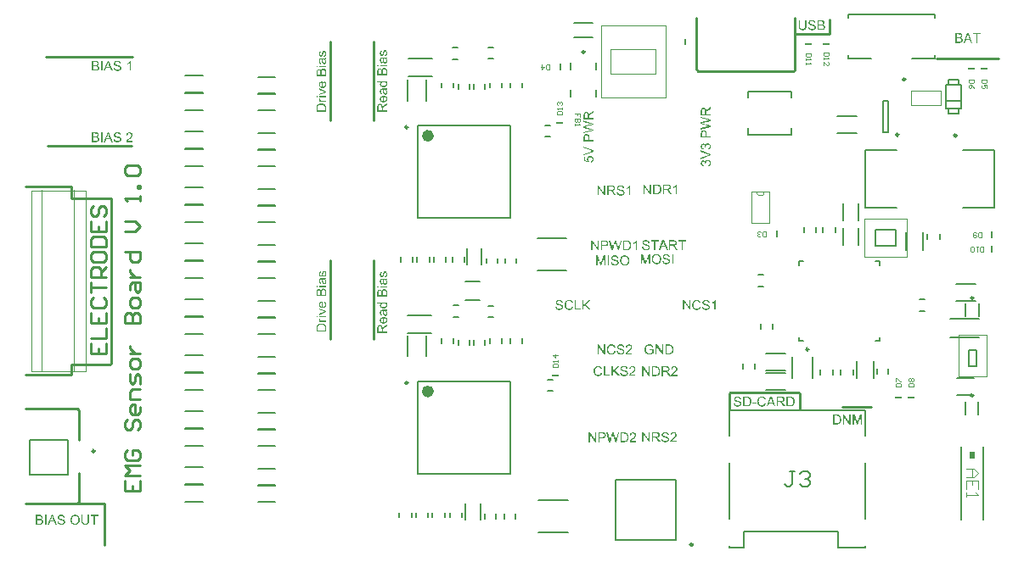
<source format=gto>
G04*
G04 #@! TF.GenerationSoftware,Altium Limited,Altium Designer,23.8.1 (32)*
G04*
G04 Layer_Color=65535*
%FSLAX44Y44*%
%MOMM*%
G71*
G04*
G04 #@! TF.SameCoordinates,B2355FDD-5490-460F-BBB4-22D25E5E3D0D*
G04*
G04*
G04 #@! TF.FilePolarity,Positive*
G04*
G01*
G75*
%ADD10C,0.2500*%
%ADD11C,0.1016*%
%ADD12C,0.6000*%
%ADD13C,0.2000*%
%ADD14C,0.2540*%
%ADD15C,0.1270*%
%ADD16R,0.8000X0.1500*%
%ADD17R,0.6000X0.7500*%
%ADD18R,0.1500X0.8000*%
%ADD19C,0.1001*%
%ADD20C,0.1999*%
%ADD21C,0.1500*%
%ADD22C,0.0500*%
%ADD23C,0.1200*%
G36*
X711464Y162479D02*
X711563D01*
X711831Y162451D01*
X712127Y162409D01*
X712437Y162338D01*
X712775Y162254D01*
X713085Y162141D01*
X713099D01*
X713128Y162127D01*
X713170Y162099D01*
X713226Y162071D01*
X713367Y162000D01*
X713550Y161873D01*
X713762Y161732D01*
X713973Y161549D01*
X714171Y161338D01*
X714354Y161098D01*
Y161084D01*
X714368Y161070D01*
X714396Y161027D01*
X714424Y160985D01*
X714495Y160844D01*
X714579Y160661D01*
X714678Y160435D01*
X714749Y160167D01*
X714819Y159886D01*
X714847Y159575D01*
X713607Y159477D01*
Y159491D01*
Y159519D01*
X713593Y159561D01*
X713579Y159632D01*
X713536Y159787D01*
X713480Y159998D01*
X713395Y160224D01*
X713268Y160449D01*
X713113Y160661D01*
X712916Y160858D01*
X712888Y160872D01*
X712817Y160929D01*
X712676Y161013D01*
X712493Y161098D01*
X712253Y161182D01*
X711972Y161267D01*
X711619Y161323D01*
X711224Y161338D01*
X711027D01*
X710942Y161323D01*
X710830Y161309D01*
X710576Y161281D01*
X710294Y161225D01*
X710012Y161154D01*
X709744Y161042D01*
X709631Y160971D01*
X709519Y160900D01*
X709491Y160886D01*
X709434Y160830D01*
X709350Y160731D01*
X709265Y160619D01*
X709166Y160464D01*
X709082Y160294D01*
X709025Y160097D01*
X708997Y159871D01*
Y159843D01*
Y159787D01*
X709011Y159688D01*
X709039Y159575D01*
X709082Y159434D01*
X709152Y159293D01*
X709237Y159152D01*
X709364Y159011D01*
X709378Y158997D01*
X709448Y158955D01*
X709504Y158913D01*
X709561Y158885D01*
X709645Y158842D01*
X709744Y158786D01*
X709871Y158744D01*
X710012Y158687D01*
X710167Y158631D01*
X710350Y158560D01*
X710548Y158504D01*
X710773Y158434D01*
X711027Y158377D01*
X711309Y158307D01*
X711323D01*
X711379Y158293D01*
X711464Y158278D01*
X711563Y158250D01*
X711690Y158222D01*
X711845Y158180D01*
X712000Y158138D01*
X712169Y158095D01*
X712535Y157997D01*
X712888Y157898D01*
X713057Y157841D01*
X713212Y157785D01*
X713353Y157743D01*
X713466Y157686D01*
X713480D01*
X713508Y157672D01*
X713550Y157644D01*
X713607Y157616D01*
X713762Y157531D01*
X713945Y157418D01*
X714157Y157263D01*
X714368Y157094D01*
X714565Y156897D01*
X714734Y156685D01*
X714749Y156657D01*
X714805Y156587D01*
X714861Y156460D01*
X714946Y156291D01*
X715016Y156093D01*
X715087Y155854D01*
X715129Y155586D01*
X715143Y155304D01*
Y155290D01*
Y155276D01*
Y155233D01*
Y155177D01*
X715115Y155022D01*
X715087Y154825D01*
X715031Y154599D01*
X714960Y154360D01*
X714847Y154106D01*
X714692Y153838D01*
Y153824D01*
X714678Y153810D01*
X714608Y153725D01*
X714509Y153598D01*
X714368Y153457D01*
X714185Y153288D01*
X713959Y153105D01*
X713706Y152936D01*
X713409Y152781D01*
X713395D01*
X713367Y152767D01*
X713325Y152752D01*
X713268Y152724D01*
X713184Y152696D01*
X713085Y152654D01*
X712860Y152597D01*
X712592Y152527D01*
X712268Y152456D01*
X711915Y152414D01*
X711535Y152400D01*
X711309D01*
X711196Y152414D01*
X711069D01*
X710928Y152428D01*
X710759Y152442D01*
X710407Y152499D01*
X710040Y152555D01*
X709674Y152654D01*
X709321Y152781D01*
X709307D01*
X709279Y152795D01*
X709237Y152823D01*
X709180Y152851D01*
X709011Y152936D01*
X708814Y153063D01*
X708588Y153232D01*
X708349Y153429D01*
X708123Y153669D01*
X707912Y153937D01*
Y153951D01*
X707883Y153979D01*
X707869Y154021D01*
X707827Y154078D01*
X707799Y154148D01*
X707757Y154233D01*
X707658Y154444D01*
X707559Y154712D01*
X707475Y155008D01*
X707418Y155346D01*
X707390Y155699D01*
X708602Y155812D01*
Y155797D01*
Y155783D01*
X708616Y155741D01*
Y155685D01*
X708645Y155558D01*
X708687Y155374D01*
X708743Y155191D01*
X708800Y154980D01*
X708898Y154782D01*
X708997Y154599D01*
X709011Y154585D01*
X709053Y154529D01*
X709124Y154430D01*
X709237Y154331D01*
X709378Y154204D01*
X709533Y154078D01*
X709744Y153951D01*
X709970Y153838D01*
X709984D01*
X709998Y153824D01*
X710040Y153810D01*
X710082Y153796D01*
X710223Y153753D01*
X710407Y153697D01*
X710632Y153640D01*
X710886Y153598D01*
X711168Y153570D01*
X711478Y153556D01*
X711605D01*
X711746Y153570D01*
X711915Y153584D01*
X712113Y153612D01*
X712338Y153640D01*
X712564Y153697D01*
X712775Y153767D01*
X712803Y153781D01*
X712874Y153810D01*
X712972Y153866D01*
X713099Y153923D01*
X713226Y154021D01*
X713367Y154120D01*
X713508Y154233D01*
X713621Y154374D01*
X713635Y154388D01*
X713663Y154444D01*
X713706Y154515D01*
X713762Y154627D01*
X713818Y154740D01*
X713860Y154881D01*
X713889Y155036D01*
X713903Y155205D01*
Y155219D01*
Y155290D01*
X713889Y155374D01*
X713875Y155487D01*
X713832Y155600D01*
X713790Y155741D01*
X713720Y155882D01*
X713621Y156009D01*
X713607Y156023D01*
X713565Y156065D01*
X713508Y156122D01*
X713409Y156206D01*
X713297Y156291D01*
X713142Y156390D01*
X712958Y156488D01*
X712747Y156573D01*
X712733Y156587D01*
X712662Y156601D01*
X712550Y156643D01*
X712479Y156657D01*
X712380Y156685D01*
X712282Y156728D01*
X712155Y156756D01*
X712014Y156798D01*
X711845Y156841D01*
X711675Y156883D01*
X711478Y156939D01*
X711253Y156996D01*
X711013Y157052D01*
X710999D01*
X710956Y157066D01*
X710886Y157080D01*
X710801Y157108D01*
X710689Y157137D01*
X710562Y157165D01*
X710280Y157249D01*
X709970Y157348D01*
X709645Y157447D01*
X709364Y157545D01*
X709237Y157602D01*
X709124Y157658D01*
X709110D01*
X709096Y157672D01*
X709011Y157729D01*
X708884Y157799D01*
X708743Y157912D01*
X708574Y158039D01*
X708405Y158194D01*
X708236Y158377D01*
X708095Y158574D01*
X708081Y158603D01*
X708038Y158673D01*
X707982Y158786D01*
X707926Y158927D01*
X707869Y159110D01*
X707813Y159322D01*
X707771Y159547D01*
X707757Y159787D01*
Y159801D01*
Y159815D01*
Y159857D01*
Y159914D01*
X707785Y160055D01*
X707813Y160238D01*
X707855Y160449D01*
X707926Y160689D01*
X708024Y160929D01*
X708165Y161168D01*
Y161182D01*
X708179Y161196D01*
X708250Y161281D01*
X708349Y161394D01*
X708475Y161535D01*
X708645Y161690D01*
X708856Y161859D01*
X709110Y162014D01*
X709392Y162155D01*
X709406D01*
X709434Y162169D01*
X709476Y162183D01*
X709533Y162211D01*
X709603Y162240D01*
X709702Y162268D01*
X709913Y162324D01*
X710181Y162381D01*
X710491Y162437D01*
X710816Y162479D01*
X711182Y162493D01*
X711365D01*
X711464Y162479D01*
D02*
G37*
G36*
X735753D02*
X735880Y162465D01*
X736035Y162451D01*
X736190Y162437D01*
X736373Y162395D01*
X736754Y162310D01*
X737177Y162183D01*
X737388Y162099D01*
X737586Y162000D01*
X737783Y161873D01*
X737980Y161746D01*
X737995Y161732D01*
X738023Y161718D01*
X738079Y161676D01*
X738150Y161605D01*
X738220Y161535D01*
X738319Y161436D01*
X738418Y161323D01*
X738530Y161211D01*
X738643Y161070D01*
X738756Y160900D01*
X738883Y160731D01*
X738996Y160548D01*
X739094Y160337D01*
X739207Y160125D01*
X739292Y159900D01*
X739376Y159646D01*
X738107Y159350D01*
Y159364D01*
X738093Y159392D01*
X738065Y159448D01*
X738037Y159519D01*
X738009Y159604D01*
X737966Y159716D01*
X737854Y159942D01*
X737713Y160196D01*
X737543Y160449D01*
X737332Y160689D01*
X737106Y160900D01*
X737078Y160929D01*
X736994Y160985D01*
X736853Y161056D01*
X736669Y161154D01*
X736430Y161239D01*
X736162Y161323D01*
X735838Y161380D01*
X735485Y161394D01*
X735372D01*
X735302Y161380D01*
X735203D01*
X735091Y161366D01*
X734823Y161323D01*
X734527Y161267D01*
X734217Y161168D01*
X733892Y161027D01*
X733596Y160844D01*
X733582D01*
X733568Y160816D01*
X733469Y160745D01*
X733343Y160633D01*
X733187Y160464D01*
X733004Y160252D01*
X732835Y160012D01*
X732680Y159716D01*
X732539Y159392D01*
Y159378D01*
X732525Y159350D01*
X732511Y159307D01*
X732497Y159237D01*
X732469Y159152D01*
X732440Y159054D01*
X732398Y158814D01*
X732342Y158532D01*
X732285Y158222D01*
X732257Y157884D01*
X732243Y157517D01*
Y157503D01*
Y157461D01*
Y157390D01*
Y157306D01*
X732257Y157207D01*
Y157080D01*
X732271Y156939D01*
X732285Y156784D01*
X732328Y156446D01*
X732398Y156079D01*
X732483Y155713D01*
X732595Y155346D01*
Y155332D01*
X732609Y155304D01*
X732638Y155262D01*
X732666Y155191D01*
X732750Y155022D01*
X732877Y154825D01*
X733032Y154599D01*
X733230Y154360D01*
X733455Y154148D01*
X733723Y153951D01*
X733737D01*
X733765Y153937D01*
X733808Y153908D01*
X733864Y153880D01*
X733935Y153852D01*
X734019Y153810D01*
X734217Y153725D01*
X734470Y153640D01*
X734752Y153570D01*
X735062Y153514D01*
X735387Y153500D01*
X735485D01*
X735570Y153514D01*
X735669D01*
X735767Y153528D01*
X736021Y153584D01*
X736317Y153655D01*
X736613Y153767D01*
X736923Y153923D01*
X737078Y154007D01*
X737219Y154120D01*
X737233Y154134D01*
X737247Y154148D01*
X737290Y154190D01*
X737346Y154233D01*
X737402Y154303D01*
X737473Y154388D01*
X737558Y154472D01*
X737628Y154585D01*
X737713Y154712D01*
X737811Y154853D01*
X737896Y154994D01*
X737980Y155163D01*
X738051Y155346D01*
X738121Y155544D01*
X738192Y155755D01*
X738248Y155981D01*
X739545Y155656D01*
Y155642D01*
X739531Y155586D01*
X739503Y155501D01*
X739461Y155389D01*
X739418Y155262D01*
X739362Y155107D01*
X739292Y154937D01*
X739207Y154754D01*
X739010Y154360D01*
X738756Y153965D01*
X738601Y153767D01*
X738446Y153570D01*
X738277Y153401D01*
X738079Y153232D01*
X738065Y153218D01*
X738037Y153189D01*
X737966Y153161D01*
X737896Y153105D01*
X737783Y153034D01*
X737670Y152964D01*
X737515Y152893D01*
X737360Y152823D01*
X737177Y152738D01*
X736980Y152668D01*
X736768Y152597D01*
X736543Y152527D01*
X736303Y152471D01*
X736049Y152442D01*
X735781Y152414D01*
X735499Y152400D01*
X735344D01*
X735232Y152414D01*
X735105D01*
X734950Y152428D01*
X734781Y152456D01*
X734583Y152485D01*
X734174Y152555D01*
X733751Y152668D01*
X733328Y152823D01*
X733131Y152922D01*
X732934Y153034D01*
X732920Y153048D01*
X732891Y153063D01*
X732835Y153105D01*
X732779Y153161D01*
X732694Y153218D01*
X732595Y153302D01*
X732483Y153401D01*
X732370Y153514D01*
X732257Y153640D01*
X732130Y153767D01*
X731877Y154092D01*
X731637Y154472D01*
X731425Y154895D01*
Y154909D01*
X731397Y154952D01*
X731383Y155022D01*
X731341Y155107D01*
X731313Y155219D01*
X731270Y155360D01*
X731214Y155515D01*
X731172Y155685D01*
X731129Y155868D01*
X731073Y156079D01*
X731003Y156516D01*
X730946Y157010D01*
X730918Y157517D01*
Y157531D01*
Y157588D01*
Y157672D01*
X730932Y157771D01*
Y157912D01*
X730946Y158053D01*
X730960Y158236D01*
X730988Y158419D01*
X731059Y158828D01*
X731158Y159279D01*
X731299Y159730D01*
X731496Y160167D01*
X731510Y160182D01*
X731524Y160224D01*
X731552Y160280D01*
X731609Y160351D01*
X731665Y160449D01*
X731736Y160562D01*
X731919Y160816D01*
X732158Y161098D01*
X732440Y161380D01*
X732765Y161662D01*
X733145Y161901D01*
X733159Y161915D01*
X733202Y161930D01*
X733258Y161958D01*
X733328Y162000D01*
X733441Y162042D01*
X733554Y162085D01*
X733695Y162141D01*
X733850Y162197D01*
X734019Y162254D01*
X734202Y162310D01*
X734597Y162395D01*
X735048Y162465D01*
X735514Y162493D01*
X735655D01*
X735753Y162479D01*
D02*
G37*
G36*
X729832Y155501D02*
X726125D01*
Y156700D01*
X729832D01*
Y155501D01*
D02*
G37*
G36*
X764074Y162310D02*
X764356Y162296D01*
X764638Y162268D01*
X764920Y162226D01*
X765160Y162183D01*
X765174D01*
X765202Y162169D01*
X765244D01*
X765301Y162141D01*
X765455Y162099D01*
X765653Y162028D01*
X765879Y161930D01*
X766118Y161803D01*
X766358Y161662D01*
X766583Y161479D01*
X766597Y161464D01*
X766611Y161450D01*
X766654Y161408D01*
X766710Y161366D01*
X766851Y161225D01*
X767020Y161027D01*
X767204Y160788D01*
X767401Y160506D01*
X767584Y160182D01*
X767739Y159815D01*
Y159801D01*
X767753Y159773D01*
X767782Y159716D01*
X767796Y159632D01*
X767838Y159533D01*
X767866Y159420D01*
X767894Y159293D01*
X767937Y159138D01*
X767979Y158983D01*
X768007Y158800D01*
X768078Y158405D01*
X768120Y157968D01*
X768134Y157489D01*
Y157475D01*
Y157447D01*
Y157376D01*
Y157306D01*
X768120Y157207D01*
Y157094D01*
X768106Y156826D01*
X768064Y156516D01*
X768021Y156192D01*
X767951Y155854D01*
X767866Y155515D01*
Y155501D01*
X767852Y155473D01*
X767838Y155431D01*
X767824Y155374D01*
X767767Y155219D01*
X767683Y155022D01*
X767598Y154796D01*
X767486Y154571D01*
X767345Y154331D01*
X767204Y154106D01*
X767189Y154078D01*
X767133Y154007D01*
X767048Y153908D01*
X766936Y153781D01*
X766809Y153640D01*
X766654Y153500D01*
X766499Y153344D01*
X766316Y153218D01*
X766287Y153203D01*
X766231Y153161D01*
X766132Y153105D01*
X765991Y153034D01*
X765822Y152950D01*
X765625Y152879D01*
X765399Y152795D01*
X765145Y152724D01*
X765117D01*
X765075Y152710D01*
X765033Y152696D01*
X764892Y152682D01*
X764694Y152654D01*
X764469Y152626D01*
X764201Y152597D01*
X763905Y152583D01*
X763581Y152569D01*
X760070D01*
Y162324D01*
X763820D01*
X764074Y162310D01*
D02*
G37*
G36*
X754883D02*
X755010D01*
X755306Y162296D01*
X755616Y162254D01*
X755954Y162211D01*
X756264Y162141D01*
X756419Y162099D01*
X756546Y162056D01*
X756560D01*
X756574Y162042D01*
X756659Y162000D01*
X756786Y161944D01*
X756941Y161845D01*
X757110Y161718D01*
X757293Y161549D01*
X757462Y161352D01*
X757632Y161126D01*
Y161112D01*
X757646Y161098D01*
X757702Y161013D01*
X757759Y160872D01*
X757843Y160689D01*
X757914Y160478D01*
X757984Y160224D01*
X758026Y159956D01*
X758040Y159660D01*
Y159646D01*
Y159618D01*
Y159561D01*
X758026Y159491D01*
Y159392D01*
X758012Y159293D01*
X757956Y159054D01*
X757871Y158772D01*
X757759Y158476D01*
X757589Y158180D01*
X757477Y158039D01*
X757364Y157898D01*
X757350Y157884D01*
X757336Y157870D01*
X757293Y157827D01*
X757237Y157785D01*
X757167Y157729D01*
X757082Y157672D01*
X756969Y157602D01*
X756856Y157517D01*
X756715Y157447D01*
X756560Y157376D01*
X756391Y157292D01*
X756208Y157221D01*
X755996Y157165D01*
X755785Y157094D01*
X755545Y157052D01*
X755292Y157010D01*
X755320Y156996D01*
X755376Y156967D01*
X755461Y156911D01*
X755574Y156855D01*
X755827Y156700D01*
X755954Y156601D01*
X756067Y156516D01*
X756095Y156488D01*
X756166Y156418D01*
X756278Y156305D01*
X756419Y156164D01*
X756574Y155967D01*
X756758Y155755D01*
X756941Y155501D01*
X757138Y155219D01*
X758816Y152569D01*
X757209D01*
X755926Y154599D01*
Y154613D01*
X755898Y154641D01*
X755870Y154684D01*
X755827Y154740D01*
X755729Y154895D01*
X755602Y155092D01*
X755447Y155304D01*
X755292Y155529D01*
X755136Y155741D01*
X754996Y155938D01*
X754982Y155952D01*
X754939Y156009D01*
X754869Y156093D01*
X754770Y156192D01*
X754559Y156404D01*
X754446Y156502D01*
X754333Y156587D01*
X754319Y156601D01*
X754291Y156615D01*
X754234Y156643D01*
X754150Y156685D01*
X754065Y156728D01*
X753967Y156770D01*
X753741Y156841D01*
X753727D01*
X753699Y156855D01*
X753642D01*
X753572Y156869D01*
X753473Y156883D01*
X753360D01*
X753205Y156897D01*
X751542D01*
Y152569D01*
X750245D01*
Y162324D01*
X754770D01*
X754883Y162310D01*
D02*
G37*
G36*
X749188Y152569D02*
X747721D01*
X746580Y155529D01*
X742492D01*
X741434Y152569D01*
X740067D01*
X743789Y162324D01*
X745198D01*
X749188Y152569D01*
D02*
G37*
G36*
X720923Y162310D02*
X721205Y162296D01*
X721487Y162268D01*
X721769Y162226D01*
X722009Y162183D01*
X722023D01*
X722051Y162169D01*
X722093D01*
X722150Y162141D01*
X722305Y162099D01*
X722502Y162028D01*
X722728Y161930D01*
X722967Y161803D01*
X723207Y161662D01*
X723432Y161479D01*
X723447Y161464D01*
X723461Y161450D01*
X723503Y161408D01*
X723559Y161366D01*
X723700Y161225D01*
X723869Y161027D01*
X724053Y160788D01*
X724250Y160506D01*
X724433Y160182D01*
X724588Y159815D01*
Y159801D01*
X724602Y159773D01*
X724631Y159716D01*
X724645Y159632D01*
X724687Y159533D01*
X724715Y159420D01*
X724743Y159293D01*
X724786Y159138D01*
X724828Y158983D01*
X724856Y158800D01*
X724927Y158405D01*
X724969Y157968D01*
X724983Y157489D01*
Y157475D01*
Y157447D01*
Y157376D01*
Y157306D01*
X724969Y157207D01*
Y157094D01*
X724955Y156826D01*
X724913Y156516D01*
X724870Y156192D01*
X724800Y155854D01*
X724715Y155515D01*
Y155501D01*
X724701Y155473D01*
X724687Y155431D01*
X724673Y155374D01*
X724616Y155219D01*
X724532Y155022D01*
X724447Y154796D01*
X724335Y154571D01*
X724194Y154331D01*
X724053Y154106D01*
X724039Y154078D01*
X723982Y154007D01*
X723898Y153908D01*
X723785Y153781D01*
X723658Y153640D01*
X723503Y153500D01*
X723348Y153344D01*
X723165Y153218D01*
X723136Y153203D01*
X723080Y153161D01*
X722981Y153105D01*
X722840Y153034D01*
X722671Y152950D01*
X722474Y152879D01*
X722248Y152795D01*
X721994Y152724D01*
X721966D01*
X721924Y152710D01*
X721882Y152696D01*
X721741Y152682D01*
X721543Y152654D01*
X721318Y152626D01*
X721050Y152597D01*
X720754Y152583D01*
X720430Y152569D01*
X716920D01*
Y162324D01*
X720669D01*
X720923Y162310D01*
D02*
G37*
G36*
X823959Y134620D02*
X822619D01*
X817516Y142275D01*
Y134620D01*
X816276D01*
Y144375D01*
X817601D01*
X822718Y136706D01*
Y144375D01*
X823959D01*
Y134620D01*
D02*
G37*
G36*
X835391D02*
X834151D01*
Y142782D01*
X831303Y134620D01*
X830147D01*
X827328Y142923D01*
Y134620D01*
X826087D01*
Y144375D01*
X828018D01*
X830330Y137453D01*
Y137439D01*
X830344Y137411D01*
X830359Y137369D01*
X830387Y137298D01*
X830443Y137129D01*
X830514Y136918D01*
X830584Y136678D01*
X830669Y136439D01*
X830739Y136213D01*
X830796Y136016D01*
X830810Y136044D01*
X830824Y136114D01*
X830866Y136241D01*
X830922Y136410D01*
X830993Y136636D01*
X831092Y136904D01*
X831190Y137214D01*
X831317Y137580D01*
X833657Y144375D01*
X835391D01*
Y134620D01*
D02*
G37*
G36*
X810453Y144361D02*
X810735Y144347D01*
X811017Y144319D01*
X811299Y144276D01*
X811539Y144234D01*
X811553D01*
X811581Y144220D01*
X811624D01*
X811680Y144192D01*
X811835Y144150D01*
X812032Y144079D01*
X812258Y143980D01*
X812498Y143854D01*
X812737Y143713D01*
X812963Y143529D01*
X812977Y143515D01*
X812991Y143501D01*
X813033Y143459D01*
X813090Y143417D01*
X813231Y143276D01*
X813400Y143078D01*
X813583Y142839D01*
X813780Y142557D01*
X813964Y142232D01*
X814119Y141866D01*
Y141852D01*
X814133Y141824D01*
X814161Y141767D01*
X814175Y141683D01*
X814217Y141584D01*
X814246Y141471D01*
X814274Y141344D01*
X814316Y141189D01*
X814358Y141034D01*
X814387Y140851D01*
X814457Y140456D01*
X814499Y140019D01*
X814513Y139540D01*
Y139526D01*
Y139498D01*
Y139427D01*
Y139357D01*
X814499Y139258D01*
Y139145D01*
X814485Y138877D01*
X814443Y138567D01*
X814401Y138243D01*
X814330Y137905D01*
X814246Y137566D01*
Y137552D01*
X814231Y137524D01*
X814217Y137482D01*
X814203Y137425D01*
X814147Y137270D01*
X814062Y137073D01*
X813978Y136847D01*
X813865Y136622D01*
X813724Y136382D01*
X813583Y136157D01*
X813569Y136128D01*
X813513Y136058D01*
X813428Y135959D01*
X813315Y135832D01*
X813188Y135691D01*
X813033Y135550D01*
X812878Y135395D01*
X812695Y135268D01*
X812667Y135254D01*
X812610Y135212D01*
X812512Y135156D01*
X812371Y135085D01*
X812202Y135001D01*
X812004Y134930D01*
X811779Y134846D01*
X811525Y134775D01*
X811497D01*
X811454Y134761D01*
X811412Y134747D01*
X811271Y134733D01*
X811074Y134705D01*
X810848Y134676D01*
X810580Y134648D01*
X810284Y134634D01*
X809960Y134620D01*
X806450D01*
Y144375D01*
X810200D01*
X810453Y144361D01*
D02*
G37*
G36*
X299133Y507587D02*
X299288Y507558D01*
X299457Y507516D01*
X299641Y507446D01*
X299852Y507361D01*
X300049Y507248D01*
X300077Y507234D01*
X300134Y507178D01*
X300233Y507107D01*
X300345Y506995D01*
X300472Y506839D01*
X300613Y506670D01*
X300740Y506473D01*
X300867Y506233D01*
Y506219D01*
X300881Y506205D01*
X300909Y506120D01*
X300951Y505979D01*
X301008Y505796D01*
X301064Y505571D01*
X301107Y505317D01*
X301135Y505049D01*
X301149Y504739D01*
Y504612D01*
X301135Y504513D01*
Y504401D01*
X301121Y504260D01*
X301107Y504119D01*
X301078Y503964D01*
X301008Y503625D01*
X300909Y503273D01*
X300768Y502935D01*
X300684Y502780D01*
X300585Y502639D01*
X300571Y502624D01*
X300557Y502610D01*
X300472Y502526D01*
X300345Y502399D01*
X300148Y502258D01*
X299908Y502103D01*
X299626Y501948D01*
X299274Y501821D01*
X298879Y501722D01*
X298696Y502906D01*
X298710D01*
X298724D01*
X298809Y502935D01*
X298950Y502963D01*
X299105Y503019D01*
X299274Y503090D01*
X299457Y503174D01*
X299641Y503301D01*
X299796Y503456D01*
X299810Y503484D01*
X299852Y503541D01*
X299908Y503653D01*
X299979Y503795D01*
X300049Y503978D01*
X300106Y504189D01*
X300148Y504443D01*
X300162Y504739D01*
Y504880D01*
X300148Y505021D01*
X300120Y505204D01*
X300077Y505402D01*
X300021Y505613D01*
X299951Y505796D01*
X299838Y505965D01*
X299824Y505979D01*
X299781Y506036D01*
X299711Y506092D01*
X299612Y506177D01*
X299500Y506247D01*
X299359Y506318D01*
X299218Y506360D01*
X299048Y506374D01*
X299034D01*
X298978D01*
X298908Y506360D01*
X298809Y506332D01*
X298710Y506290D01*
X298611Y506219D01*
X298499Y506135D01*
X298414Y506008D01*
X298400Y505994D01*
X298386Y505951D01*
X298344Y505881D01*
X298301Y505768D01*
X298245Y505599D01*
X298203Y505500D01*
X298174Y505387D01*
X298132Y505261D01*
X298090Y505120D01*
X298048Y504964D01*
X298005Y504781D01*
Y504767D01*
X297991Y504725D01*
X297977Y504654D01*
X297949Y504570D01*
X297921Y504457D01*
X297878Y504330D01*
X297808Y504062D01*
X297709Y503752D01*
X297625Y503456D01*
X297526Y503174D01*
X297470Y503047D01*
X297427Y502949D01*
X297413Y502920D01*
X297385Y502864D01*
X297329Y502780D01*
X297258Y502667D01*
X297160Y502540D01*
X297047Y502413D01*
X296920Y502286D01*
X296765Y502173D01*
X296751Y502159D01*
X296694Y502131D01*
X296596Y502089D01*
X296483Y502047D01*
X296342Y502004D01*
X296173Y501962D01*
X296003Y501934D01*
X295806Y501920D01*
X295778D01*
X295722D01*
X295637Y501934D01*
X295510Y501948D01*
X295383Y501976D01*
X295228Y502004D01*
X295087Y502061D01*
X294932Y502131D01*
X294918Y502145D01*
X294862Y502173D01*
X294791Y502216D01*
X294692Y502286D01*
X294594Y502371D01*
X294467Y502469D01*
X294354Y502582D01*
X294256Y502723D01*
X294241Y502737D01*
X294227Y502780D01*
X294185Y502836D01*
X294143Y502920D01*
X294086Y503033D01*
X294030Y503160D01*
X293974Y503315D01*
X293917Y503484D01*
X293903Y503513D01*
X293889Y503569D01*
X293861Y503668D01*
X293833Y503795D01*
X293804Y503950D01*
X293790Y504119D01*
X293762Y504316D01*
Y504654D01*
X293776Y504809D01*
X293790Y505021D01*
X293818Y505247D01*
X293875Y505486D01*
X293931Y505740D01*
X294016Y505979D01*
Y505994D01*
X294030Y506008D01*
X294058Y506078D01*
X294114Y506191D01*
X294185Y506332D01*
X294284Y506487D01*
X294396Y506642D01*
X294523Y506783D01*
X294664Y506910D01*
X294678Y506924D01*
X294735Y506952D01*
X294833Y507009D01*
X294946Y507079D01*
X295115Y507150D01*
X295299Y507220D01*
X295510Y507276D01*
X295750Y507333D01*
X295905Y506163D01*
X295877D01*
X295820Y506149D01*
X295722Y506120D01*
X295595Y506078D01*
X295468Y506008D01*
X295327Y505923D01*
X295186Y505825D01*
X295059Y505684D01*
X295045Y505669D01*
X295017Y505613D01*
X294960Y505528D01*
X294904Y505402D01*
X294848Y505261D01*
X294791Y505077D01*
X294763Y504852D01*
X294749Y504612D01*
Y504471D01*
X294763Y504330D01*
X294777Y504147D01*
X294819Y503964D01*
X294862Y503766D01*
X294932Y503583D01*
X295031Y503428D01*
X295045Y503414D01*
X295073Y503372D01*
X295130Y503315D01*
X295214Y503259D01*
X295299Y503188D01*
X295411Y503132D01*
X295538Y503090D01*
X295665Y503075D01*
X295679D01*
X295707D01*
X295750Y503090D01*
X295806D01*
X295947Y503132D01*
X296088Y503217D01*
X296102Y503231D01*
X296116Y503245D01*
X296159Y503273D01*
X296201Y503329D01*
X296243Y503386D01*
X296299Y503470D01*
X296342Y503569D01*
X296398Y503682D01*
Y503696D01*
X296412Y503724D01*
X296426Y503780D01*
X296469Y503879D01*
X296511Y504020D01*
X296553Y504203D01*
X296596Y504316D01*
X296624Y504443D01*
X296666Y504584D01*
X296708Y504739D01*
Y504753D01*
X296722Y504795D01*
X296737Y504866D01*
X296765Y504950D01*
X296793Y505049D01*
X296821Y505176D01*
X296906Y505444D01*
X296990Y505740D01*
X297089Y506036D01*
X297188Y506304D01*
X297230Y506417D01*
X297272Y506515D01*
X297286Y506543D01*
X297314Y506600D01*
X297357Y506684D01*
X297427Y506811D01*
X297512Y506938D01*
X297625Y507065D01*
X297752Y507192D01*
X297892Y507305D01*
X297907Y507319D01*
X297963Y507347D01*
X298048Y507403D01*
X298174Y507460D01*
X298330Y507502D01*
X298499Y507558D01*
X298696Y507587D01*
X298922Y507601D01*
X298950D01*
X299020D01*
X299133Y507587D01*
D02*
G37*
G36*
X300994Y499467D02*
X300980Y499453D01*
X300923Y499439D01*
X300853Y499410D01*
X300740Y499368D01*
X300613Y499326D01*
X300458Y499298D01*
X300289Y499269D01*
X300106Y499241D01*
Y499227D01*
X300134Y499213D01*
X300204Y499128D01*
X300303Y499002D01*
X300430Y498832D01*
X300557Y498621D01*
X300698Y498409D01*
X300825Y498184D01*
X300923Y497944D01*
X300937Y497916D01*
X300951Y497831D01*
X300994Y497705D01*
X301036Y497550D01*
X301078Y497352D01*
X301107Y497127D01*
X301135Y496873D01*
X301149Y496619D01*
Y496506D01*
X301135Y496422D01*
Y496323D01*
X301121Y496210D01*
X301078Y495957D01*
X301008Y495675D01*
X300909Y495364D01*
X300768Y495083D01*
X300585Y494829D01*
X300557Y494801D01*
X300486Y494730D01*
X300359Y494631D01*
X300190Y494519D01*
X299979Y494406D01*
X299739Y494307D01*
X299443Y494237D01*
X299302Y494223D01*
X299133Y494208D01*
X299105D01*
X299048D01*
X298950Y494223D01*
X298823Y494237D01*
X298668Y494265D01*
X298513Y494307D01*
X298344Y494364D01*
X298188Y494434D01*
X298174Y494448D01*
X298118Y494476D01*
X298034Y494533D01*
X297935Y494603D01*
X297822Y494688D01*
X297709Y494801D01*
X297596Y494913D01*
X297498Y495054D01*
X297484Y495069D01*
X297456Y495125D01*
X297399Y495195D01*
X297343Y495308D01*
X297286Y495435D01*
X297216Y495590D01*
X297160Y495745D01*
X297103Y495928D01*
Y495942D01*
X297089Y495999D01*
X297061Y496083D01*
X297047Y496196D01*
X297019Y496337D01*
X296990Y496520D01*
X296948Y496732D01*
X296920Y496986D01*
Y497000D01*
X296906Y497056D01*
Y497127D01*
X296892Y497225D01*
X296877Y497338D01*
X296849Y497479D01*
X296835Y497634D01*
X296807Y497803D01*
X296737Y498142D01*
X296666Y498508D01*
X296581Y498832D01*
X296539Y498987D01*
X296497Y499128D01*
X296483D01*
X296455D01*
X296370Y499142D01*
X296271D01*
X296215D01*
X296187D01*
X296173D01*
X296159D01*
X296074D01*
X295933Y499128D01*
X295778Y499100D01*
X295609Y499058D01*
X295440Y498987D01*
X295285Y498903D01*
X295158Y498790D01*
X295144Y498776D01*
X295087Y498705D01*
X295031Y498593D01*
X294946Y498452D01*
X294876Y498254D01*
X294805Y498029D01*
X294763Y497747D01*
X294749Y497423D01*
Y497282D01*
X294763Y497141D01*
X294791Y496943D01*
X294819Y496746D01*
X294876Y496535D01*
X294946Y496337D01*
X295045Y496168D01*
X295059Y496154D01*
X295101Y496097D01*
X295172Y496027D01*
X295285Y495942D01*
X295425Y495858D01*
X295609Y495759D01*
X295834Y495675D01*
X296088Y495590D01*
X295933Y494420D01*
X295919D01*
X295905Y494434D01*
X295863D01*
X295806Y494448D01*
X295679Y494491D01*
X295496Y494547D01*
X295313Y494617D01*
X295115Y494702D01*
X294918Y494815D01*
X294735Y494942D01*
X294721Y494956D01*
X294664Y495012D01*
X294580Y495097D01*
X294467Y495209D01*
X294354Y495364D01*
X294241Y495548D01*
X294114Y495759D01*
X294016Y495999D01*
Y496013D01*
X294002Y496027D01*
X293988Y496069D01*
X293974Y496126D01*
X293931Y496267D01*
X293889Y496464D01*
X293847Y496690D01*
X293804Y496972D01*
X293776Y497268D01*
X293762Y497606D01*
Y497761D01*
X293776Y497916D01*
X293790Y498128D01*
X293818Y498367D01*
X293861Y498607D01*
X293917Y498846D01*
X293988Y499072D01*
X294002Y499100D01*
X294030Y499171D01*
X294072Y499269D01*
X294129Y499396D01*
X294213Y499537D01*
X294298Y499678D01*
X294410Y499805D01*
X294523Y499918D01*
X294537Y499932D01*
X294580Y499960D01*
X294650Y500002D01*
X294735Y500059D01*
X294862Y500129D01*
X294988Y500186D01*
X295144Y500242D01*
X295327Y500284D01*
X295341D01*
X295383Y500298D01*
X295468Y500312D01*
X295581Y500327D01*
X295736D01*
X295919Y500341D01*
X296159Y500355D01*
X296426D01*
X298034D01*
X298048D01*
X298104D01*
X298188D01*
X298301D01*
X298428D01*
X298583D01*
X298922Y500369D01*
X299274D01*
X299626Y500383D01*
X299781Y500397D01*
X299923D01*
X300049Y500411D01*
X300148Y500425D01*
X300162D01*
X300219Y500439D01*
X300303Y500453D01*
X300416Y500496D01*
X300543Y500524D01*
X300684Y500580D01*
X300839Y500651D01*
X300994Y500721D01*
Y499467D01*
D02*
G37*
G36*
Y491586D02*
X293917D01*
Y492785D01*
X300994D01*
Y491586D01*
D02*
G37*
G36*
X292606D02*
X291239D01*
Y492785D01*
X292606D01*
Y491586D01*
D02*
G37*
G36*
X298414Y489951D02*
X298583Y489923D01*
X298781Y489895D01*
X298992Y489838D01*
X299218Y489768D01*
X299443Y489669D01*
X299471Y489655D01*
X299542Y489613D01*
X299641Y489557D01*
X299781Y489472D01*
X299923Y489359D01*
X300077Y489246D01*
X300233Y489105D01*
X300359Y488950D01*
X300374Y488936D01*
X300416Y488880D01*
X300472Y488781D01*
X300529Y488654D01*
X300613Y488499D01*
X300698Y488316D01*
X300768Y488119D01*
X300839Y487879D01*
Y487851D01*
X300867Y487766D01*
X300881Y487625D01*
X300909Y487442D01*
X300937Y487216D01*
X300966Y486949D01*
X300980Y486652D01*
X300994Y486314D01*
Y482593D01*
X291239D01*
Y486427D01*
X291253Y486526D01*
Y486638D01*
X291281Y486892D01*
X291309Y487174D01*
X291366Y487470D01*
X291436Y487766D01*
X291535Y488034D01*
Y488048D01*
X291549Y488062D01*
X291591Y488147D01*
X291662Y488274D01*
X291760Y488415D01*
X291887Y488584D01*
X292042Y488767D01*
X292240Y488936D01*
X292451Y489091D01*
X292479Y489105D01*
X292564Y489148D01*
X292677Y489218D01*
X292846Y489289D01*
X293043Y489359D01*
X293255Y489430D01*
X293494Y489472D01*
X293734Y489486D01*
X293762D01*
X293833D01*
X293959Y489472D01*
X294114Y489444D01*
X294298Y489402D01*
X294495Y489331D01*
X294692Y489246D01*
X294904Y489134D01*
X294932Y489119D01*
X294988Y489077D01*
X295101Y488993D01*
X295214Y488880D01*
X295355Y488739D01*
X295510Y488570D01*
X295651Y488358D01*
X295792Y488119D01*
Y488133D01*
X295806Y488161D01*
X295820Y488203D01*
X295848Y488260D01*
X295905Y488429D01*
X296003Y488626D01*
X296130Y488838D01*
X296285Y489077D01*
X296469Y489289D01*
X296694Y489486D01*
X296722Y489500D01*
X296807Y489557D01*
X296934Y489641D01*
X297103Y489726D01*
X297329Y489810D01*
X297568Y489895D01*
X297850Y489951D01*
X298160Y489965D01*
X298174D01*
X298188D01*
X298273D01*
X298414Y489951D01*
D02*
G37*
G36*
X297766Y477222D02*
Y471935D01*
X297780D01*
X297822D01*
X297878Y471949D01*
X297963D01*
X298062Y471964D01*
X298174Y471992D01*
X298428Y472034D01*
X298710Y472118D01*
X299020Y472231D01*
X299302Y472386D01*
X299556Y472584D01*
Y472598D01*
X299584Y472612D01*
X299655Y472696D01*
X299753Y472823D01*
X299852Y472993D01*
X299965Y473218D01*
X300063Y473472D01*
X300134Y473754D01*
X300148Y473909D01*
X300162Y474078D01*
Y474191D01*
X300148Y474318D01*
X300120Y474473D01*
X300077Y474642D01*
X300021Y474839D01*
X299937Y475023D01*
X299824Y475206D01*
X299810Y475220D01*
X299753Y475290D01*
X299669Y475375D01*
X299556Y475474D01*
X299401Y475586D01*
X299203Y475713D01*
X298978Y475840D01*
X298710Y475953D01*
X298865Y477193D01*
X298879D01*
X298908Y477179D01*
X298964Y477165D01*
X299048Y477137D01*
X299133Y477095D01*
X299246Y477052D01*
X299485Y476940D01*
X299753Y476799D01*
X300035Y476601D01*
X300303Y476376D01*
X300557Y476094D01*
Y476080D01*
X300585Y476052D01*
X300613Y476009D01*
X300655Y475953D01*
X300698Y475868D01*
X300740Y475784D01*
X300797Y475671D01*
X300853Y475544D01*
X300909Y475403D01*
X300966Y475262D01*
X301050Y474910D01*
X301121Y474515D01*
X301149Y474078D01*
Y473923D01*
X301135Y473824D01*
X301121Y473697D01*
X301092Y473542D01*
X301064Y473373D01*
X301036Y473190D01*
X300923Y472795D01*
X300839Y472584D01*
X300754Y472386D01*
X300641Y472175D01*
X300515Y471978D01*
X300374Y471794D01*
X300204Y471611D01*
X300190Y471597D01*
X300162Y471569D01*
X300106Y471526D01*
X300021Y471470D01*
X299923Y471400D01*
X299810Y471329D01*
X299669Y471245D01*
X299514Y471160D01*
X299330Y471075D01*
X299133Y470991D01*
X298908Y470920D01*
X298668Y470850D01*
X298414Y470793D01*
X298132Y470751D01*
X297836Y470723D01*
X297526Y470709D01*
X297512D01*
X297441D01*
X297357D01*
X297230Y470723D01*
X297075Y470737D01*
X296906Y470751D01*
X296708Y470779D01*
X296511Y470822D01*
X296060Y470934D01*
X295834Y471005D01*
X295595Y471090D01*
X295369Y471202D01*
X295158Y471329D01*
X294946Y471470D01*
X294749Y471625D01*
X294735Y471639D01*
X294707Y471667D01*
X294664Y471724D01*
X294594Y471794D01*
X294523Y471879D01*
X294439Y471992D01*
X294340Y472118D01*
X294256Y472274D01*
X294157Y472429D01*
X294072Y472612D01*
X293988Y472809D01*
X293917Y473021D01*
X293847Y473246D01*
X293804Y473486D01*
X293776Y473740D01*
X293762Y474007D01*
Y474148D01*
X293776Y474247D01*
X293790Y474360D01*
X293818Y474501D01*
X293847Y474656D01*
X293889Y474839D01*
X293931Y475008D01*
X294002Y475206D01*
X294072Y475389D01*
X294171Y475586D01*
X294284Y475784D01*
X294410Y475981D01*
X294566Y476164D01*
X294735Y476334D01*
X294749Y476348D01*
X294777Y476376D01*
X294833Y476418D01*
X294918Y476474D01*
X295017Y476545D01*
X295130Y476615D01*
X295271Y476700D01*
X295440Y476785D01*
X295623Y476869D01*
X295820Y476954D01*
X296046Y477024D01*
X296285Y477095D01*
X296553Y477151D01*
X296835Y477193D01*
X297131Y477222D01*
X297456Y477236D01*
X297470D01*
X297526D01*
X297625D01*
X297766Y477222D01*
D02*
G37*
G36*
X300994Y467354D02*
Y466212D01*
X293917Y463548D01*
Y464816D01*
X298160Y466339D01*
X298174D01*
X298188Y466353D01*
X298231Y466367D01*
X298273Y466381D01*
X298414Y466423D01*
X298597Y466480D01*
X298809Y466550D01*
X299048Y466635D01*
X299316Y466705D01*
X299584Y466790D01*
X299556Y466804D01*
X299485Y466818D01*
X299373Y466860D01*
X299203Y466903D01*
X299020Y466973D01*
X298781Y467044D01*
X298527Y467142D01*
X298245Y467241D01*
X293917Y468806D01*
Y470046D01*
X300994Y467354D01*
D02*
G37*
G36*
Y461264D02*
X293917D01*
Y462462D01*
X300994D01*
Y461264D01*
D02*
G37*
G36*
X292606D02*
X291239D01*
Y462462D01*
X292606D01*
Y461264D01*
D02*
G37*
G36*
X295256Y460108D02*
X295242Y460094D01*
X295214Y460037D01*
X295172Y459953D01*
X295130Y459840D01*
X295087Y459713D01*
X295045Y459558D01*
X295017Y459403D01*
X295003Y459248D01*
Y459178D01*
X295017Y459107D01*
X295031Y459008D01*
X295059Y458910D01*
X295101Y458783D01*
X295158Y458656D01*
X295242Y458543D01*
X295256Y458529D01*
X295285Y458487D01*
X295341Y458444D01*
X295411Y458374D01*
X295510Y458303D01*
X295623Y458233D01*
X295750Y458162D01*
X295905Y458106D01*
X295933Y458092D01*
X296018Y458078D01*
X296145Y458050D01*
X296314Y458007D01*
X296525Y457965D01*
X296765Y457937D01*
X297019Y457923D01*
X297300Y457909D01*
X300994D01*
Y456711D01*
X293917D01*
Y457796D01*
X294988D01*
X294974Y457810D01*
X294876Y457867D01*
X294749Y457937D01*
X294594Y458050D01*
X294439Y458162D01*
X294270Y458289D01*
X294129Y458416D01*
X294016Y458543D01*
X294002Y458557D01*
X293974Y458600D01*
X293931Y458684D01*
X293889Y458769D01*
X293847Y458881D01*
X293804Y459022D01*
X293776Y459163D01*
X293762Y459319D01*
Y459417D01*
X293776Y459544D01*
X293804Y459699D01*
X293861Y459882D01*
X293931Y460080D01*
X294030Y460305D01*
X294157Y460545D01*
X295256Y460108D01*
D02*
G37*
G36*
X296356Y455089D02*
X296469D01*
X296737Y455075D01*
X297047Y455033D01*
X297371Y454991D01*
X297709Y454920D01*
X298048Y454836D01*
X298062D01*
X298090Y454822D01*
X298132Y454807D01*
X298188Y454793D01*
X298344Y454737D01*
X298541Y454652D01*
X298766Y454568D01*
X298992Y454455D01*
X299232Y454314D01*
X299457Y454173D01*
X299485Y454159D01*
X299556Y454103D01*
X299655Y454018D01*
X299781Y453905D01*
X299923Y453778D01*
X300063Y453623D01*
X300219Y453468D01*
X300345Y453285D01*
X300359Y453257D01*
X300402Y453200D01*
X300458Y453102D01*
X300529Y452961D01*
X300613Y452792D01*
X300684Y452594D01*
X300768Y452369D01*
X300839Y452115D01*
Y452087D01*
X300853Y452044D01*
X300867Y452002D01*
X300881Y451861D01*
X300909Y451664D01*
X300937Y451438D01*
X300966Y451170D01*
X300980Y450874D01*
X300994Y450550D01*
Y447040D01*
X291239D01*
Y450790D01*
X291253Y451044D01*
X291267Y451325D01*
X291295Y451607D01*
X291337Y451889D01*
X291380Y452129D01*
Y452143D01*
X291394Y452171D01*
Y452214D01*
X291422Y452270D01*
X291464Y452425D01*
X291535Y452622D01*
X291633Y452848D01*
X291760Y453088D01*
X291901Y453327D01*
X292085Y453553D01*
X292099Y453567D01*
X292113Y453581D01*
X292155Y453623D01*
X292197Y453680D01*
X292338Y453821D01*
X292536Y453990D01*
X292775Y454173D01*
X293057Y454370D01*
X293382Y454554D01*
X293748Y454709D01*
X293762D01*
X293790Y454723D01*
X293847Y454751D01*
X293931Y454765D01*
X294030Y454807D01*
X294143Y454836D01*
X294270Y454864D01*
X294425Y454906D01*
X294580Y454948D01*
X294763Y454977D01*
X295158Y455047D01*
X295595Y455089D01*
X296074Y455103D01*
X296088D01*
X296116D01*
X296187D01*
X296257D01*
X296356Y455089D01*
D02*
G37*
G36*
X299133Y287877D02*
X299288Y287848D01*
X299457Y287806D01*
X299641Y287736D01*
X299852Y287651D01*
X300049Y287538D01*
X300077Y287524D01*
X300134Y287468D01*
X300233Y287397D01*
X300345Y287285D01*
X300472Y287129D01*
X300613Y286960D01*
X300740Y286763D01*
X300867Y286523D01*
Y286509D01*
X300881Y286495D01*
X300909Y286411D01*
X300951Y286270D01*
X301008Y286086D01*
X301064Y285861D01*
X301107Y285607D01*
X301135Y285339D01*
X301149Y285029D01*
Y284902D01*
X301135Y284804D01*
Y284691D01*
X301121Y284550D01*
X301107Y284409D01*
X301078Y284254D01*
X301008Y283915D01*
X300909Y283563D01*
X300768Y283225D01*
X300684Y283070D01*
X300585Y282929D01*
X300571Y282915D01*
X300557Y282900D01*
X300472Y282816D01*
X300345Y282689D01*
X300148Y282548D01*
X299908Y282393D01*
X299626Y282238D01*
X299274Y282111D01*
X298879Y282012D01*
X298696Y283196D01*
X298710D01*
X298724D01*
X298809Y283225D01*
X298950Y283253D01*
X299105Y283309D01*
X299274Y283380D01*
X299457Y283464D01*
X299641Y283591D01*
X299795Y283746D01*
X299810Y283774D01*
X299852Y283831D01*
X299908Y283944D01*
X299979Y284084D01*
X300049Y284268D01*
X300106Y284479D01*
X300148Y284733D01*
X300162Y285029D01*
Y285170D01*
X300148Y285311D01*
X300120Y285494D01*
X300077Y285692D01*
X300021Y285903D01*
X299951Y286086D01*
X299838Y286255D01*
X299824Y286270D01*
X299781Y286326D01*
X299711Y286382D01*
X299612Y286467D01*
X299499Y286537D01*
X299359Y286608D01*
X299218Y286650D01*
X299048Y286664D01*
X299034D01*
X298978D01*
X298907Y286650D01*
X298809Y286622D01*
X298710Y286580D01*
X298611Y286509D01*
X298499Y286425D01*
X298414Y286298D01*
X298400Y286284D01*
X298386Y286241D01*
X298344Y286171D01*
X298301Y286058D01*
X298245Y285889D01*
X298203Y285790D01*
X298174Y285678D01*
X298132Y285551D01*
X298090Y285410D01*
X298048Y285255D01*
X298005Y285071D01*
Y285057D01*
X297991Y285015D01*
X297977Y284944D01*
X297949Y284860D01*
X297921Y284747D01*
X297878Y284620D01*
X297808Y284352D01*
X297709Y284042D01*
X297625Y283746D01*
X297526Y283464D01*
X297470Y283337D01*
X297427Y283239D01*
X297413Y283211D01*
X297385Y283154D01*
X297329Y283070D01*
X297258Y282957D01*
X297159Y282830D01*
X297047Y282703D01*
X296920Y282576D01*
X296765Y282463D01*
X296751Y282449D01*
X296694Y282421D01*
X296595Y282379D01*
X296483Y282337D01*
X296342Y282294D01*
X296173Y282252D01*
X296003Y282224D01*
X295806Y282210D01*
X295778D01*
X295721D01*
X295637Y282224D01*
X295510Y282238D01*
X295383Y282266D01*
X295228Y282294D01*
X295087Y282351D01*
X294932Y282421D01*
X294918Y282435D01*
X294862Y282463D01*
X294791Y282506D01*
X294692Y282576D01*
X294594Y282661D01*
X294467Y282759D01*
X294354Y282872D01*
X294255Y283013D01*
X294241Y283027D01*
X294227Y283070D01*
X294185Y283126D01*
X294143Y283211D01*
X294086Y283323D01*
X294030Y283450D01*
X293974Y283605D01*
X293917Y283774D01*
X293903Y283803D01*
X293889Y283859D01*
X293861Y283958D01*
X293832Y284084D01*
X293804Y284240D01*
X293790Y284409D01*
X293762Y284606D01*
Y284944D01*
X293776Y285100D01*
X293790Y285311D01*
X293818Y285536D01*
X293875Y285776D01*
X293931Y286030D01*
X294016Y286270D01*
Y286284D01*
X294030Y286298D01*
X294058Y286368D01*
X294114Y286481D01*
X294185Y286622D01*
X294284Y286777D01*
X294396Y286932D01*
X294523Y287073D01*
X294664Y287200D01*
X294678Y287214D01*
X294735Y287242D01*
X294833Y287299D01*
X294946Y287369D01*
X295115Y287440D01*
X295299Y287510D01*
X295510Y287567D01*
X295750Y287623D01*
X295905Y286453D01*
X295877D01*
X295820Y286439D01*
X295721Y286411D01*
X295595Y286368D01*
X295468Y286298D01*
X295327Y286213D01*
X295186Y286115D01*
X295059Y285973D01*
X295045Y285959D01*
X295017Y285903D01*
X294960Y285819D01*
X294904Y285692D01*
X294848Y285551D01*
X294791Y285367D01*
X294763Y285142D01*
X294749Y284902D01*
Y284761D01*
X294763Y284620D01*
X294777Y284437D01*
X294819Y284254D01*
X294862Y284056D01*
X294932Y283873D01*
X295031Y283718D01*
X295045Y283704D01*
X295073Y283662D01*
X295129Y283605D01*
X295214Y283549D01*
X295299Y283478D01*
X295411Y283422D01*
X295538Y283380D01*
X295665Y283366D01*
X295679D01*
X295707D01*
X295750Y283380D01*
X295806D01*
X295947Y283422D01*
X296088Y283507D01*
X296102Y283521D01*
X296116Y283535D01*
X296159Y283563D01*
X296201Y283619D01*
X296243Y283676D01*
X296299Y283760D01*
X296342Y283859D01*
X296398Y283972D01*
Y283986D01*
X296412Y284014D01*
X296426Y284070D01*
X296469Y284169D01*
X296511Y284310D01*
X296553Y284493D01*
X296595Y284606D01*
X296624Y284733D01*
X296666Y284874D01*
X296708Y285029D01*
Y285043D01*
X296722Y285085D01*
X296737Y285156D01*
X296765Y285240D01*
X296793Y285339D01*
X296821Y285466D01*
X296906Y285734D01*
X296990Y286030D01*
X297089Y286326D01*
X297188Y286594D01*
X297230Y286707D01*
X297272Y286805D01*
X297286Y286833D01*
X297314Y286890D01*
X297357Y286974D01*
X297427Y287101D01*
X297512Y287228D01*
X297625Y287355D01*
X297752Y287482D01*
X297892Y287595D01*
X297906Y287609D01*
X297963Y287637D01*
X298048Y287693D01*
X298174Y287750D01*
X298330Y287792D01*
X298499Y287848D01*
X298696Y287877D01*
X298922Y287891D01*
X298950D01*
X299020D01*
X299133Y287877D01*
D02*
G37*
G36*
X300994Y279757D02*
X300980Y279743D01*
X300923Y279729D01*
X300853Y279700D01*
X300740Y279658D01*
X300613Y279616D01*
X300458Y279588D01*
X300289Y279559D01*
X300106Y279531D01*
Y279517D01*
X300134Y279503D01*
X300204Y279418D01*
X300303Y279292D01*
X300430Y279122D01*
X300557Y278911D01*
X300698Y278699D01*
X300825Y278474D01*
X300923Y278234D01*
X300937Y278206D01*
X300951Y278121D01*
X300994Y277995D01*
X301036Y277840D01*
X301078Y277642D01*
X301107Y277417D01*
X301135Y277163D01*
X301149Y276909D01*
Y276796D01*
X301135Y276712D01*
Y276613D01*
X301121Y276500D01*
X301078Y276247D01*
X301008Y275965D01*
X300909Y275655D01*
X300768Y275373D01*
X300585Y275119D01*
X300557Y275091D01*
X300486Y275020D01*
X300359Y274921D01*
X300190Y274809D01*
X299979Y274696D01*
X299739Y274597D01*
X299443Y274527D01*
X299302Y274513D01*
X299133Y274499D01*
X299105D01*
X299048D01*
X298950Y274513D01*
X298823Y274527D01*
X298668Y274555D01*
X298513Y274597D01*
X298344Y274654D01*
X298188Y274724D01*
X298174Y274738D01*
X298118Y274766D01*
X298033Y274823D01*
X297935Y274893D01*
X297822Y274978D01*
X297709Y275091D01*
X297596Y275203D01*
X297498Y275344D01*
X297484Y275359D01*
X297455Y275415D01*
X297399Y275485D01*
X297343Y275598D01*
X297286Y275725D01*
X297216Y275880D01*
X297159Y276035D01*
X297103Y276218D01*
Y276232D01*
X297089Y276289D01*
X297061Y276374D01*
X297047Y276486D01*
X297018Y276627D01*
X296990Y276810D01*
X296948Y277022D01*
X296920Y277276D01*
Y277290D01*
X296906Y277346D01*
Y277417D01*
X296892Y277515D01*
X296877Y277628D01*
X296849Y277769D01*
X296835Y277924D01*
X296807Y278093D01*
X296737Y278432D01*
X296666Y278798D01*
X296581Y279122D01*
X296539Y279277D01*
X296497Y279418D01*
X296483D01*
X296455D01*
X296370Y279433D01*
X296271D01*
X296215D01*
X296187D01*
X296173D01*
X296159D01*
X296074D01*
X295933Y279418D01*
X295778Y279390D01*
X295609Y279348D01*
X295440Y279277D01*
X295285Y279193D01*
X295158Y279080D01*
X295144Y279066D01*
X295087Y278995D01*
X295031Y278883D01*
X294946Y278742D01*
X294876Y278544D01*
X294805Y278319D01*
X294763Y278037D01*
X294749Y277713D01*
Y277572D01*
X294763Y277431D01*
X294791Y277233D01*
X294819Y277036D01*
X294876Y276825D01*
X294946Y276627D01*
X295045Y276458D01*
X295059Y276444D01*
X295101Y276388D01*
X295172Y276317D01*
X295285Y276232D01*
X295425Y276148D01*
X295609Y276049D01*
X295834Y275965D01*
X296088Y275880D01*
X295933Y274710D01*
X295919D01*
X295905Y274724D01*
X295863D01*
X295806Y274738D01*
X295679Y274781D01*
X295496Y274837D01*
X295313Y274907D01*
X295115Y274992D01*
X294918Y275105D01*
X294735Y275232D01*
X294721Y275246D01*
X294664Y275302D01*
X294580Y275387D01*
X294467Y275499D01*
X294354Y275655D01*
X294241Y275838D01*
X294114Y276049D01*
X294016Y276289D01*
Y276303D01*
X294002Y276317D01*
X293988Y276359D01*
X293974Y276416D01*
X293931Y276557D01*
X293889Y276754D01*
X293847Y276980D01*
X293804Y277262D01*
X293776Y277558D01*
X293762Y277896D01*
Y278051D01*
X293776Y278206D01*
X293790Y278418D01*
X293818Y278657D01*
X293861Y278897D01*
X293917Y279137D01*
X293988Y279362D01*
X294002Y279390D01*
X294030Y279461D01*
X294072Y279559D01*
X294128Y279686D01*
X294213Y279827D01*
X294298Y279968D01*
X294410Y280095D01*
X294523Y280208D01*
X294537Y280222D01*
X294580Y280250D01*
X294650Y280292D01*
X294735Y280349D01*
X294862Y280419D01*
X294988Y280476D01*
X295144Y280532D01*
X295327Y280574D01*
X295341D01*
X295383Y280588D01*
X295468Y280603D01*
X295581Y280617D01*
X295736D01*
X295919Y280631D01*
X296159Y280645D01*
X296426D01*
X298033D01*
X298048D01*
X298104D01*
X298188D01*
X298301D01*
X298428D01*
X298583D01*
X298922Y280659D01*
X299274D01*
X299626Y280673D01*
X299781Y280687D01*
X299922D01*
X300049Y280701D01*
X300148Y280715D01*
X300162D01*
X300218Y280730D01*
X300303Y280744D01*
X300416Y280786D01*
X300543Y280814D01*
X300684Y280870D01*
X300839Y280941D01*
X300994Y281011D01*
Y279757D01*
D02*
G37*
G36*
Y271877D02*
X293917D01*
Y273075D01*
X300994D01*
Y271877D01*
D02*
G37*
G36*
X292606D02*
X291239D01*
Y273075D01*
X292606D01*
Y271877D01*
D02*
G37*
G36*
X298414Y270241D02*
X298583Y270213D01*
X298781Y270185D01*
X298992Y270128D01*
X299218Y270058D01*
X299443Y269959D01*
X299471Y269945D01*
X299542Y269903D01*
X299641Y269847D01*
X299781Y269762D01*
X299922Y269649D01*
X300077Y269536D01*
X300233Y269396D01*
X300359Y269240D01*
X300373Y269226D01*
X300416Y269170D01*
X300472Y269071D01*
X300529Y268944D01*
X300613Y268789D01*
X300698Y268606D01*
X300768Y268409D01*
X300839Y268169D01*
Y268141D01*
X300867Y268056D01*
X300881Y267915D01*
X300909Y267732D01*
X300937Y267507D01*
X300966Y267239D01*
X300980Y266943D01*
X300994Y266604D01*
Y262883D01*
X291239D01*
Y266717D01*
X291253Y266816D01*
Y266929D01*
X291281Y267182D01*
X291309Y267464D01*
X291366Y267760D01*
X291436Y268056D01*
X291535Y268324D01*
Y268338D01*
X291549Y268352D01*
X291591Y268437D01*
X291662Y268564D01*
X291760Y268705D01*
X291887Y268874D01*
X292042Y269057D01*
X292239Y269226D01*
X292451Y269381D01*
X292479Y269396D01*
X292564Y269438D01*
X292677Y269508D01*
X292846Y269579D01*
X293043Y269649D01*
X293255Y269720D01*
X293494Y269762D01*
X293734Y269776D01*
X293762D01*
X293832D01*
X293959Y269762D01*
X294114Y269734D01*
X294298Y269692D01*
X294495Y269621D01*
X294692Y269536D01*
X294904Y269424D01*
X294932Y269410D01*
X294988Y269367D01*
X295101Y269283D01*
X295214Y269170D01*
X295355Y269029D01*
X295510Y268860D01*
X295651Y268648D01*
X295792Y268409D01*
Y268423D01*
X295806Y268451D01*
X295820Y268493D01*
X295848Y268550D01*
X295905Y268719D01*
X296003Y268916D01*
X296130Y269128D01*
X296285Y269367D01*
X296469Y269579D01*
X296694Y269776D01*
X296722Y269790D01*
X296807Y269847D01*
X296934Y269931D01*
X297103Y270016D01*
X297329Y270100D01*
X297568Y270185D01*
X297850Y270241D01*
X298160Y270255D01*
X298174D01*
X298188D01*
X298273D01*
X298414Y270241D01*
D02*
G37*
G36*
X297766Y257512D02*
Y252225D01*
X297780D01*
X297822D01*
X297878Y252239D01*
X297963D01*
X298062Y252253D01*
X298174Y252282D01*
X298428Y252324D01*
X298710Y252409D01*
X299020Y252521D01*
X299302Y252676D01*
X299556Y252874D01*
Y252888D01*
X299584Y252902D01*
X299655Y252987D01*
X299753Y253113D01*
X299852Y253283D01*
X299965Y253508D01*
X300063Y253762D01*
X300134Y254044D01*
X300148Y254199D01*
X300162Y254368D01*
Y254481D01*
X300148Y254608D01*
X300120Y254763D01*
X300077Y254932D01*
X300021Y255129D01*
X299937Y255313D01*
X299824Y255496D01*
X299810Y255510D01*
X299753Y255580D01*
X299669Y255665D01*
X299556Y255764D01*
X299401Y255877D01*
X299203Y256003D01*
X298978Y256130D01*
X298710Y256243D01*
X298865Y257484D01*
X298879D01*
X298907Y257469D01*
X298964Y257455D01*
X299048Y257427D01*
X299133Y257385D01*
X299246Y257342D01*
X299485Y257230D01*
X299753Y257089D01*
X300035Y256891D01*
X300303Y256666D01*
X300557Y256384D01*
Y256370D01*
X300585Y256342D01*
X300613Y256299D01*
X300655Y256243D01*
X300698Y256158D01*
X300740Y256074D01*
X300796Y255961D01*
X300853Y255834D01*
X300909Y255693D01*
X300966Y255552D01*
X301050Y255200D01*
X301121Y254805D01*
X301149Y254368D01*
Y254213D01*
X301135Y254114D01*
X301121Y253988D01*
X301092Y253832D01*
X301064Y253663D01*
X301036Y253480D01*
X300923Y253085D01*
X300839Y252874D01*
X300754Y252676D01*
X300641Y252465D01*
X300515Y252268D01*
X300373Y252084D01*
X300204Y251901D01*
X300190Y251887D01*
X300162Y251859D01*
X300106Y251817D01*
X300021Y251760D01*
X299922Y251690D01*
X299810Y251619D01*
X299669Y251535D01*
X299514Y251450D01*
X299330Y251365D01*
X299133Y251281D01*
X298907Y251210D01*
X298668Y251140D01*
X298414Y251084D01*
X298132Y251041D01*
X297836Y251013D01*
X297526Y250999D01*
X297512D01*
X297441D01*
X297357D01*
X297230Y251013D01*
X297075Y251027D01*
X296906Y251041D01*
X296708Y251069D01*
X296511Y251112D01*
X296060Y251224D01*
X295834Y251295D01*
X295595Y251380D01*
X295369Y251492D01*
X295158Y251619D01*
X294946Y251760D01*
X294749Y251915D01*
X294735Y251929D01*
X294706Y251957D01*
X294664Y252014D01*
X294594Y252084D01*
X294523Y252169D01*
X294439Y252282D01*
X294340Y252409D01*
X294255Y252564D01*
X294157Y252719D01*
X294072Y252902D01*
X293988Y253099D01*
X293917Y253311D01*
X293847Y253536D01*
X293804Y253776D01*
X293776Y254030D01*
X293762Y254298D01*
Y254439D01*
X293776Y254537D01*
X293790Y254650D01*
X293818Y254791D01*
X293847Y254946D01*
X293889Y255129D01*
X293931Y255299D01*
X294002Y255496D01*
X294072Y255679D01*
X294171Y255877D01*
X294284Y256074D01*
X294410Y256271D01*
X294566Y256454D01*
X294735Y256624D01*
X294749Y256638D01*
X294777Y256666D01*
X294833Y256708D01*
X294918Y256765D01*
X295017Y256835D01*
X295129Y256905D01*
X295270Y256990D01*
X295440Y257075D01*
X295623Y257159D01*
X295820Y257244D01*
X296046Y257314D01*
X296285Y257385D01*
X296553Y257441D01*
X296835Y257484D01*
X297131Y257512D01*
X297455Y257526D01*
X297470D01*
X297526D01*
X297625D01*
X297766Y257512D01*
D02*
G37*
G36*
X300994Y247644D02*
Y246502D01*
X293917Y243838D01*
Y245106D01*
X298160Y246629D01*
X298174D01*
X298188Y246643D01*
X298231Y246657D01*
X298273Y246671D01*
X298414Y246713D01*
X298597Y246770D01*
X298809Y246840D01*
X299048Y246925D01*
X299316Y246995D01*
X299584Y247080D01*
X299556Y247094D01*
X299485Y247108D01*
X299373Y247150D01*
X299203Y247193D01*
X299020Y247263D01*
X298781Y247334D01*
X298527Y247432D01*
X298245Y247531D01*
X293917Y249096D01*
Y250336D01*
X300994Y247644D01*
D02*
G37*
G36*
Y241554D02*
X293917D01*
Y242752D01*
X300994D01*
Y241554D01*
D02*
G37*
G36*
X292606D02*
X291239D01*
Y242752D01*
X292606D01*
Y241554D01*
D02*
G37*
G36*
X295256Y240398D02*
X295242Y240384D01*
X295214Y240327D01*
X295172Y240243D01*
X295129Y240130D01*
X295087Y240003D01*
X295045Y239848D01*
X295017Y239693D01*
X295003Y239538D01*
Y239468D01*
X295017Y239397D01*
X295031Y239298D01*
X295059Y239200D01*
X295101Y239073D01*
X295158Y238946D01*
X295242Y238833D01*
X295256Y238819D01*
X295285Y238777D01*
X295341Y238734D01*
X295411Y238664D01*
X295510Y238594D01*
X295623Y238523D01*
X295750Y238453D01*
X295905Y238396D01*
X295933Y238382D01*
X296017Y238368D01*
X296144Y238340D01*
X296314Y238298D01*
X296525Y238255D01*
X296765Y238227D01*
X297018Y238213D01*
X297300Y238199D01*
X300994D01*
Y237001D01*
X293917D01*
Y238086D01*
X294988D01*
X294974Y238100D01*
X294876Y238157D01*
X294749Y238227D01*
X294594Y238340D01*
X294439Y238453D01*
X294270Y238579D01*
X294128Y238706D01*
X294016Y238833D01*
X294002Y238847D01*
X293974Y238890D01*
X293931Y238974D01*
X293889Y239059D01*
X293847Y239172D01*
X293804Y239312D01*
X293776Y239453D01*
X293762Y239608D01*
Y239707D01*
X293776Y239834D01*
X293804Y239989D01*
X293861Y240172D01*
X293931Y240370D01*
X294030Y240595D01*
X294157Y240835D01*
X295256Y240398D01*
D02*
G37*
G36*
X296356Y235379D02*
X296469D01*
X296737Y235365D01*
X297047Y235323D01*
X297371Y235281D01*
X297709Y235210D01*
X298048Y235126D01*
X298062D01*
X298090Y235112D01*
X298132Y235098D01*
X298188Y235083D01*
X298344Y235027D01*
X298541Y234942D01*
X298766Y234858D01*
X298992Y234745D01*
X299232Y234604D01*
X299457Y234463D01*
X299485Y234449D01*
X299556Y234393D01*
X299655Y234308D01*
X299781Y234195D01*
X299922Y234068D01*
X300063Y233913D01*
X300218Y233758D01*
X300345Y233575D01*
X300359Y233547D01*
X300402Y233490D01*
X300458Y233392D01*
X300529Y233251D01*
X300613Y233082D01*
X300684Y232884D01*
X300768Y232659D01*
X300839Y232405D01*
Y232377D01*
X300853Y232334D01*
X300867Y232292D01*
X300881Y232151D01*
X300909Y231954D01*
X300937Y231728D01*
X300966Y231460D01*
X300980Y231164D01*
X300994Y230840D01*
Y227330D01*
X291239D01*
Y231080D01*
X291253Y231334D01*
X291267Y231616D01*
X291295Y231898D01*
X291337Y232179D01*
X291380Y232419D01*
Y232433D01*
X291394Y232461D01*
Y232504D01*
X291422Y232560D01*
X291464Y232715D01*
X291535Y232912D01*
X291633Y233138D01*
X291760Y233378D01*
X291901Y233617D01*
X292085Y233843D01*
X292099Y233857D01*
X292113Y233871D01*
X292155Y233913D01*
X292197Y233970D01*
X292338Y234111D01*
X292536Y234280D01*
X292775Y234463D01*
X293057Y234660D01*
X293381Y234844D01*
X293748Y234999D01*
X293762D01*
X293790Y235013D01*
X293847Y235041D01*
X293931Y235055D01*
X294030Y235098D01*
X294143Y235126D01*
X294270Y235154D01*
X294425Y235196D01*
X294580Y235238D01*
X294763Y235267D01*
X295158Y235337D01*
X295595Y235379D01*
X296074Y235394D01*
X296088D01*
X296116D01*
X296187D01*
X296257D01*
X296356Y235379D01*
D02*
G37*
G36*
X359938Y287368D02*
X360093Y287340D01*
X360262Y287297D01*
X360445Y287227D01*
X360657Y287142D01*
X360854Y287030D01*
X360882Y287015D01*
X360939Y286959D01*
X361037Y286889D01*
X361150Y286776D01*
X361277Y286621D01*
X361418Y286452D01*
X361545Y286254D01*
X361672Y286015D01*
Y286000D01*
X361686Y285986D01*
X361714Y285902D01*
X361756Y285761D01*
X361813Y285578D01*
X361869Y285352D01*
X361912Y285098D01*
X361940Y284830D01*
X361954Y284520D01*
Y284393D01*
X361940Y284295D01*
Y284182D01*
X361926Y284041D01*
X361912Y283900D01*
X361883Y283745D01*
X361813Y283407D01*
X361714Y283054D01*
X361573Y282716D01*
X361489Y282561D01*
X361390Y282420D01*
X361376Y282406D01*
X361362Y282392D01*
X361277Y282307D01*
X361150Y282180D01*
X360953Y282039D01*
X360713Y281884D01*
X360431Y281729D01*
X360079Y281602D01*
X359684Y281504D01*
X359501Y282688D01*
X359515D01*
X359529D01*
X359614Y282716D01*
X359755Y282744D01*
X359910Y282801D01*
X360079Y282871D01*
X360262Y282955D01*
X360445Y283082D01*
X360601Y283237D01*
X360615Y283266D01*
X360657Y283322D01*
X360713Y283435D01*
X360784Y283576D01*
X360854Y283759D01*
X360911Y283971D01*
X360953Y284224D01*
X360967Y284520D01*
Y284661D01*
X360953Y284802D01*
X360925Y284986D01*
X360882Y285183D01*
X360826Y285394D01*
X360756Y285578D01*
X360643Y285747D01*
X360629Y285761D01*
X360586Y285817D01*
X360516Y285874D01*
X360417Y285958D01*
X360304Y286029D01*
X360163Y286099D01*
X360023Y286141D01*
X359853Y286155D01*
X359839D01*
X359783D01*
X359712Y286141D01*
X359614Y286113D01*
X359515Y286071D01*
X359416Y286000D01*
X359304Y285916D01*
X359219Y285789D01*
X359205Y285775D01*
X359191Y285733D01*
X359148Y285662D01*
X359106Y285549D01*
X359050Y285380D01*
X359007Y285282D01*
X358979Y285169D01*
X358937Y285042D01*
X358895Y284901D01*
X358852Y284746D01*
X358810Y284563D01*
Y284548D01*
X358796Y284506D01*
X358782Y284436D01*
X358754Y284351D01*
X358726Y284238D01*
X358683Y284111D01*
X358613Y283844D01*
X358514Y283533D01*
X358429Y283237D01*
X358331Y282955D01*
X358274Y282829D01*
X358232Y282730D01*
X358218Y282702D01*
X358190Y282645D01*
X358134Y282561D01*
X358063Y282448D01*
X357964Y282321D01*
X357852Y282194D01*
X357725Y282067D01*
X357570Y281955D01*
X357556Y281940D01*
X357499Y281912D01*
X357401Y281870D01*
X357288Y281828D01*
X357147Y281786D01*
X356978Y281743D01*
X356808Y281715D01*
X356611Y281701D01*
X356583D01*
X356526D01*
X356442Y281715D01*
X356315Y281729D01*
X356188Y281757D01*
X356033Y281786D01*
X355892Y281842D01*
X355737Y281912D01*
X355723Y281926D01*
X355667Y281955D01*
X355596Y281997D01*
X355497Y282067D01*
X355399Y282152D01*
X355272Y282251D01*
X355159Y282363D01*
X355060Y282504D01*
X355046Y282519D01*
X355032Y282561D01*
X354990Y282617D01*
X354948Y282702D01*
X354891Y282815D01*
X354835Y282941D01*
X354778Y283097D01*
X354722Y283266D01*
X354708Y283294D01*
X354694Y283350D01*
X354666Y283449D01*
X354637Y283576D01*
X354609Y283731D01*
X354595Y283900D01*
X354567Y284097D01*
Y284436D01*
X354581Y284591D01*
X354595Y284802D01*
X354623Y285028D01*
X354680Y285267D01*
X354736Y285521D01*
X354821Y285761D01*
Y285775D01*
X354835Y285789D01*
X354863Y285860D01*
X354919Y285972D01*
X354990Y286113D01*
X355089Y286268D01*
X355201Y286423D01*
X355328Y286564D01*
X355469Y286691D01*
X355483Y286705D01*
X355540Y286733D01*
X355638Y286790D01*
X355751Y286860D01*
X355920Y286931D01*
X356104Y287001D01*
X356315Y287058D01*
X356555Y287114D01*
X356710Y285944D01*
X356682D01*
X356625Y285930D01*
X356526Y285902D01*
X356400Y285860D01*
X356273Y285789D01*
X356132Y285704D01*
X355991Y285606D01*
X355864Y285465D01*
X355850Y285451D01*
X355822Y285394D01*
X355765Y285310D01*
X355709Y285183D01*
X355652Y285042D01*
X355596Y284859D01*
X355568Y284633D01*
X355554Y284393D01*
Y284252D01*
X355568Y284111D01*
X355582Y283928D01*
X355624Y283745D01*
X355667Y283548D01*
X355737Y283364D01*
X355836Y283209D01*
X355850Y283195D01*
X355878Y283153D01*
X355934Y283097D01*
X356019Y283040D01*
X356104Y282970D01*
X356216Y282913D01*
X356343Y282871D01*
X356470Y282857D01*
X356484D01*
X356512D01*
X356555Y282871D01*
X356611D01*
X356752Y282913D01*
X356893Y282998D01*
X356907Y283012D01*
X356921Y283026D01*
X356963Y283054D01*
X357006Y283111D01*
X357048Y283167D01*
X357104Y283252D01*
X357147Y283350D01*
X357203Y283463D01*
Y283477D01*
X357217Y283505D01*
X357231Y283562D01*
X357274Y283660D01*
X357316Y283801D01*
X357358Y283985D01*
X357401Y284097D01*
X357429Y284224D01*
X357471Y284365D01*
X357513Y284520D01*
Y284534D01*
X357527Y284577D01*
X357541Y284647D01*
X357570Y284732D01*
X357598Y284830D01*
X357626Y284957D01*
X357711Y285225D01*
X357795Y285521D01*
X357894Y285817D01*
X357993Y286085D01*
X358035Y286198D01*
X358077Y286297D01*
X358091Y286325D01*
X358119Y286381D01*
X358162Y286466D01*
X358232Y286593D01*
X358317Y286719D01*
X358429Y286846D01*
X358556Y286973D01*
X358697Y287086D01*
X358712Y287100D01*
X358768Y287128D01*
X358852Y287185D01*
X358979Y287241D01*
X359134Y287283D01*
X359304Y287340D01*
X359501Y287368D01*
X359726Y287382D01*
X359755D01*
X359825D01*
X359938Y287368D01*
D02*
G37*
G36*
X361799Y279248D02*
X361785Y279234D01*
X361728Y279220D01*
X361658Y279192D01*
X361545Y279149D01*
X361418Y279107D01*
X361263Y279079D01*
X361094Y279051D01*
X360911Y279023D01*
Y279008D01*
X360939Y278994D01*
X361009Y278910D01*
X361108Y278783D01*
X361235Y278614D01*
X361362Y278402D01*
X361503Y278191D01*
X361630Y277965D01*
X361728Y277726D01*
X361742Y277697D01*
X361756Y277613D01*
X361799Y277486D01*
X361841Y277331D01*
X361883Y277134D01*
X361912Y276908D01*
X361940Y276654D01*
X361954Y276400D01*
Y276288D01*
X361940Y276203D01*
Y276104D01*
X361926Y275992D01*
X361883Y275738D01*
X361813Y275456D01*
X361714Y275146D01*
X361573Y274864D01*
X361390Y274610D01*
X361362Y274582D01*
X361291Y274511D01*
X361164Y274413D01*
X360995Y274300D01*
X360784Y274187D01*
X360544Y274088D01*
X360248Y274018D01*
X360107Y274004D01*
X359938Y273990D01*
X359910D01*
X359853D01*
X359755Y274004D01*
X359628Y274018D01*
X359473Y274046D01*
X359318Y274088D01*
X359148Y274145D01*
X358993Y274215D01*
X358979Y274230D01*
X358923Y274258D01*
X358838Y274314D01*
X358740Y274384D01*
X358627Y274469D01*
X358514Y274582D01*
X358401Y274695D01*
X358303Y274836D01*
X358289Y274850D01*
X358260Y274906D01*
X358204Y274977D01*
X358148Y275089D01*
X358091Y275216D01*
X358021Y275371D01*
X357964Y275526D01*
X357908Y275710D01*
Y275724D01*
X357894Y275780D01*
X357866Y275865D01*
X357852Y275977D01*
X357823Y276119D01*
X357795Y276302D01*
X357753Y276513D01*
X357725Y276767D01*
Y276781D01*
X357711Y276837D01*
Y276908D01*
X357696Y277007D01*
X357682Y277119D01*
X357654Y277260D01*
X357640Y277415D01*
X357612Y277585D01*
X357541Y277923D01*
X357471Y278289D01*
X357386Y278614D01*
X357344Y278769D01*
X357302Y278910D01*
X357288D01*
X357259D01*
X357175Y278924D01*
X357076D01*
X357020D01*
X356992D01*
X356978D01*
X356963D01*
X356879D01*
X356738Y278910D01*
X356583Y278881D01*
X356414Y278839D01*
X356245Y278769D01*
X356089Y278684D01*
X355963Y278571D01*
X355948Y278557D01*
X355892Y278487D01*
X355836Y278374D01*
X355751Y278233D01*
X355681Y278036D01*
X355610Y277810D01*
X355568Y277528D01*
X355554Y277204D01*
Y277063D01*
X355568Y276922D01*
X355596Y276725D01*
X355624Y276527D01*
X355681Y276316D01*
X355751Y276119D01*
X355850Y275949D01*
X355864Y275935D01*
X355906Y275879D01*
X355977Y275808D01*
X356089Y275724D01*
X356230Y275639D01*
X356414Y275541D01*
X356639Y275456D01*
X356893Y275371D01*
X356738Y274201D01*
X356724D01*
X356710Y274215D01*
X356667D01*
X356611Y274230D01*
X356484Y274272D01*
X356301Y274328D01*
X356118Y274399D01*
X355920Y274483D01*
X355723Y274596D01*
X355540Y274723D01*
X355526Y274737D01*
X355469Y274793D01*
X355385Y274878D01*
X355272Y274991D01*
X355159Y275146D01*
X355046Y275329D01*
X354919Y275541D01*
X354821Y275780D01*
Y275794D01*
X354807Y275808D01*
X354793Y275851D01*
X354778Y275907D01*
X354736Y276048D01*
X354694Y276245D01*
X354651Y276471D01*
X354609Y276753D01*
X354581Y277049D01*
X354567Y277387D01*
Y277542D01*
X354581Y277697D01*
X354595Y277909D01*
X354623Y278148D01*
X354666Y278388D01*
X354722Y278628D01*
X354793Y278853D01*
X354807Y278881D01*
X354835Y278952D01*
X354877Y279051D01*
X354934Y279177D01*
X355018Y279319D01*
X355103Y279459D01*
X355215Y279586D01*
X355328Y279699D01*
X355342Y279713D01*
X355385Y279741D01*
X355455Y279784D01*
X355540Y279840D01*
X355667Y279911D01*
X355793Y279967D01*
X355948Y280023D01*
X356132Y280066D01*
X356146D01*
X356188Y280080D01*
X356273Y280094D01*
X356385Y280108D01*
X356540D01*
X356724Y280122D01*
X356963Y280136D01*
X357231D01*
X358838D01*
X358852D01*
X358909D01*
X358993D01*
X359106D01*
X359233D01*
X359388D01*
X359726Y280150D01*
X360079D01*
X360431Y280164D01*
X360586Y280178D01*
X360727D01*
X360854Y280193D01*
X360953Y280207D01*
X360967D01*
X361023Y280221D01*
X361108Y280235D01*
X361221Y280277D01*
X361348Y280305D01*
X361489Y280362D01*
X361644Y280432D01*
X361799Y280503D01*
Y279248D01*
D02*
G37*
G36*
Y271368D02*
X354722D01*
Y272566D01*
X361799D01*
Y271368D01*
D02*
G37*
G36*
X353411D02*
X352044D01*
Y272566D01*
X353411D01*
Y271368D01*
D02*
G37*
G36*
X359219Y269732D02*
X359388Y269704D01*
X359585Y269676D01*
X359797Y269620D01*
X360023Y269549D01*
X360248Y269451D01*
X360276Y269436D01*
X360347Y269394D01*
X360445Y269338D01*
X360586Y269253D01*
X360727Y269140D01*
X360882Y269028D01*
X361037Y268887D01*
X361164Y268732D01*
X361178Y268717D01*
X361221Y268661D01*
X361277Y268563D01*
X361334Y268436D01*
X361418Y268281D01*
X361503Y268097D01*
X361573Y267900D01*
X361644Y267660D01*
Y267632D01*
X361672Y267547D01*
X361686Y267407D01*
X361714Y267223D01*
X361742Y266998D01*
X361771Y266730D01*
X361785Y266434D01*
X361799Y266096D01*
Y262374D01*
X352044D01*
Y266208D01*
X352058Y266307D01*
Y266420D01*
X352086Y266674D01*
X352114Y266955D01*
X352170Y267251D01*
X352241Y267547D01*
X352340Y267815D01*
Y267829D01*
X352354Y267843D01*
X352396Y267928D01*
X352467Y268055D01*
X352565Y268196D01*
X352692Y268365D01*
X352847Y268548D01*
X353045Y268717D01*
X353256Y268873D01*
X353284Y268887D01*
X353369Y268929D01*
X353481Y269000D01*
X353651Y269070D01*
X353848Y269140D01*
X354059Y269211D01*
X354299Y269253D01*
X354539Y269267D01*
X354567D01*
X354637D01*
X354764Y269253D01*
X354919Y269225D01*
X355103Y269183D01*
X355300Y269112D01*
X355497Y269028D01*
X355709Y268915D01*
X355737Y268901D01*
X355793Y268859D01*
X355906Y268774D01*
X356019Y268661D01*
X356160Y268520D01*
X356315Y268351D01*
X356456Y268140D01*
X356597Y267900D01*
Y267914D01*
X356611Y267942D01*
X356625Y267985D01*
X356653Y268041D01*
X356710Y268210D01*
X356808Y268407D01*
X356935Y268619D01*
X357090Y268859D01*
X357274Y269070D01*
X357499Y269267D01*
X357527Y269281D01*
X357612Y269338D01*
X357739Y269422D01*
X357908Y269507D01*
X358134Y269592D01*
X358373Y269676D01*
X358655Y269732D01*
X358965Y269747D01*
X358979D01*
X358993D01*
X359078D01*
X359219Y269732D01*
D02*
G37*
G36*
X361799Y255466D02*
X360911D01*
X360925Y255452D01*
X360953Y255438D01*
X361009Y255396D01*
X361080Y255340D01*
X361150Y255269D01*
X361235Y255184D01*
X361334Y255086D01*
X361432Y254959D01*
X361531Y254832D01*
X361630Y254691D01*
X361714Y254522D01*
X361785Y254339D01*
X361855Y254155D01*
X361912Y253944D01*
X361940Y253718D01*
X361954Y253479D01*
Y253394D01*
X361940Y253338D01*
X361926Y253169D01*
X361897Y252971D01*
X361841Y252731D01*
X361756Y252464D01*
X361644Y252196D01*
X361489Y251928D01*
Y251914D01*
X361460Y251900D01*
X361404Y251815D01*
X361291Y251688D01*
X361150Y251533D01*
X360967Y251350D01*
X360741Y251167D01*
X360488Y250984D01*
X360192Y250828D01*
X360178D01*
X360149Y250814D01*
X360107Y250800D01*
X360051Y250772D01*
X359966Y250744D01*
X359867Y250702D01*
X359769Y250673D01*
X359642Y250645D01*
X359360Y250575D01*
X359036Y250504D01*
X358669Y250462D01*
X358274Y250448D01*
X358260D01*
X358232D01*
X358176D01*
X358091D01*
X358007Y250462D01*
X357894D01*
X357640Y250490D01*
X357344Y250532D01*
X357020Y250603D01*
X356682Y250688D01*
X356357Y250800D01*
X356343D01*
X356315Y250814D01*
X356273Y250843D01*
X356216Y250871D01*
X356061Y250955D01*
X355864Y251068D01*
X355652Y251209D01*
X355441Y251392D01*
X355215Y251604D01*
X355032Y251857D01*
Y251872D01*
X355018Y251886D01*
X354990Y251928D01*
X354962Y251984D01*
X354891Y252125D01*
X354793Y252323D01*
X354708Y252548D01*
X354637Y252816D01*
X354581Y253112D01*
X354567Y253422D01*
Y253535D01*
X354581Y253648D01*
X354595Y253803D01*
X354637Y253986D01*
X354680Y254184D01*
X354750Y254381D01*
X354849Y254564D01*
X354863Y254592D01*
X354891Y254649D01*
X354962Y254733D01*
X355032Y254846D01*
X355131Y254987D01*
X355258Y255114D01*
X355385Y255255D01*
X355540Y255382D01*
X352044D01*
Y256580D01*
X361799D01*
Y255466D01*
D02*
G37*
G36*
Y248164D02*
X361785Y248150D01*
X361728Y248136D01*
X361658Y248108D01*
X361545Y248065D01*
X361418Y248023D01*
X361263Y247995D01*
X361094Y247967D01*
X360911Y247939D01*
Y247924D01*
X360939Y247910D01*
X361009Y247826D01*
X361108Y247699D01*
X361235Y247530D01*
X361362Y247318D01*
X361503Y247107D01*
X361630Y246881D01*
X361728Y246642D01*
X361742Y246614D01*
X361756Y246529D01*
X361799Y246402D01*
X361841Y246247D01*
X361883Y246050D01*
X361912Y245824D01*
X361940Y245570D01*
X361954Y245317D01*
Y245204D01*
X361940Y245119D01*
Y245021D01*
X361926Y244908D01*
X361883Y244654D01*
X361813Y244372D01*
X361714Y244062D01*
X361573Y243780D01*
X361390Y243526D01*
X361362Y243498D01*
X361291Y243428D01*
X361164Y243329D01*
X360995Y243216D01*
X360784Y243103D01*
X360544Y243005D01*
X360248Y242934D01*
X360107Y242920D01*
X359938Y242906D01*
X359910D01*
X359853D01*
X359755Y242920D01*
X359628Y242934D01*
X359473Y242962D01*
X359318Y243005D01*
X359148Y243061D01*
X358993Y243132D01*
X358979Y243146D01*
X358923Y243174D01*
X358838Y243230D01*
X358740Y243301D01*
X358627Y243385D01*
X358514Y243498D01*
X358401Y243611D01*
X358303Y243752D01*
X358289Y243766D01*
X358260Y243822D01*
X358204Y243893D01*
X358148Y244006D01*
X358091Y244132D01*
X358021Y244287D01*
X357964Y244443D01*
X357908Y244626D01*
Y244640D01*
X357894Y244696D01*
X357866Y244781D01*
X357852Y244894D01*
X357823Y245035D01*
X357795Y245218D01*
X357753Y245429D01*
X357725Y245683D01*
Y245697D01*
X357711Y245753D01*
Y245824D01*
X357696Y245923D01*
X357682Y246035D01*
X357654Y246176D01*
X357640Y246332D01*
X357612Y246501D01*
X357541Y246839D01*
X357471Y247206D01*
X357386Y247530D01*
X357344Y247685D01*
X357302Y247826D01*
X357288D01*
X357259D01*
X357175Y247840D01*
X357076D01*
X357020D01*
X356992D01*
X356978D01*
X356963D01*
X356879D01*
X356738Y247826D01*
X356583Y247798D01*
X356414Y247755D01*
X356245Y247685D01*
X356089Y247600D01*
X355963Y247488D01*
X355948Y247473D01*
X355892Y247403D01*
X355836Y247290D01*
X355751Y247149D01*
X355681Y246952D01*
X355610Y246726D01*
X355568Y246444D01*
X355554Y246120D01*
Y245979D01*
X355568Y245838D01*
X355596Y245641D01*
X355624Y245443D01*
X355681Y245232D01*
X355751Y245035D01*
X355850Y244865D01*
X355864Y244851D01*
X355906Y244795D01*
X355977Y244725D01*
X356089Y244640D01*
X356230Y244555D01*
X356414Y244457D01*
X356639Y244372D01*
X356893Y244287D01*
X356738Y243117D01*
X356724D01*
X356710Y243132D01*
X356667D01*
X356611Y243146D01*
X356484Y243188D01*
X356301Y243244D01*
X356118Y243315D01*
X355920Y243399D01*
X355723Y243512D01*
X355540Y243639D01*
X355526Y243653D01*
X355469Y243710D01*
X355385Y243794D01*
X355272Y243907D01*
X355159Y244062D01*
X355046Y244245D01*
X354919Y244457D01*
X354821Y244696D01*
Y244710D01*
X354807Y244725D01*
X354793Y244767D01*
X354778Y244823D01*
X354736Y244964D01*
X354694Y245161D01*
X354651Y245387D01*
X354609Y245669D01*
X354581Y245965D01*
X354567Y246303D01*
Y246458D01*
X354581Y246614D01*
X354595Y246825D01*
X354623Y247065D01*
X354666Y247304D01*
X354722Y247544D01*
X354793Y247769D01*
X354807Y247798D01*
X354835Y247868D01*
X354877Y247967D01*
X354934Y248094D01*
X355018Y248235D01*
X355103Y248376D01*
X355215Y248502D01*
X355328Y248615D01*
X355342Y248629D01*
X355385Y248657D01*
X355455Y248700D01*
X355540Y248756D01*
X355667Y248827D01*
X355793Y248883D01*
X355948Y248939D01*
X356132Y248982D01*
X356146D01*
X356188Y248996D01*
X356273Y249010D01*
X356385Y249024D01*
X356540D01*
X356724Y249038D01*
X356963Y249052D01*
X357231D01*
X358838D01*
X358852D01*
X358909D01*
X358993D01*
X359106D01*
X359233D01*
X359388D01*
X359726Y249066D01*
X360079D01*
X360431Y249080D01*
X360586Y249095D01*
X360727D01*
X360854Y249109D01*
X360953Y249123D01*
X360967D01*
X361023Y249137D01*
X361108Y249151D01*
X361221Y249193D01*
X361348Y249221D01*
X361489Y249278D01*
X361644Y249348D01*
X361799Y249419D01*
Y248164D01*
D02*
G37*
G36*
X358571Y241835D02*
Y236548D01*
X358585D01*
X358627D01*
X358683Y236562D01*
X358768D01*
X358867Y236576D01*
X358979Y236605D01*
X359233Y236647D01*
X359515Y236731D01*
X359825Y236844D01*
X360107Y236999D01*
X360361Y237197D01*
Y237211D01*
X360389Y237225D01*
X360460Y237309D01*
X360558Y237436D01*
X360657Y237605D01*
X360770Y237831D01*
X360868Y238085D01*
X360939Y238367D01*
X360953Y238522D01*
X360967Y238691D01*
Y238804D01*
X360953Y238931D01*
X360925Y239086D01*
X360882Y239255D01*
X360826Y239452D01*
X360741Y239635D01*
X360629Y239819D01*
X360615Y239833D01*
X360558Y239903D01*
X360474Y239988D01*
X360361Y240086D01*
X360206Y240199D01*
X360008Y240326D01*
X359783Y240453D01*
X359515Y240566D01*
X359670Y241806D01*
X359684D01*
X359712Y241792D01*
X359769Y241778D01*
X359853Y241750D01*
X359938Y241708D01*
X360051Y241665D01*
X360290Y241553D01*
X360558Y241412D01*
X360840Y241214D01*
X361108Y240989D01*
X361362Y240707D01*
Y240693D01*
X361390Y240665D01*
X361418Y240622D01*
X361460Y240566D01*
X361503Y240481D01*
X361545Y240397D01*
X361601Y240284D01*
X361658Y240157D01*
X361714Y240016D01*
X361771Y239875D01*
X361855Y239523D01*
X361926Y239128D01*
X361954Y238691D01*
Y238536D01*
X361940Y238437D01*
X361926Y238310D01*
X361897Y238155D01*
X361869Y237986D01*
X361841Y237803D01*
X361728Y237408D01*
X361644Y237197D01*
X361559Y236999D01*
X361446Y236788D01*
X361319Y236590D01*
X361178Y236407D01*
X361009Y236224D01*
X360995Y236210D01*
X360967Y236182D01*
X360911Y236139D01*
X360826Y236083D01*
X360727Y236012D01*
X360615Y235942D01*
X360474Y235857D01*
X360318Y235773D01*
X360135Y235688D01*
X359938Y235604D01*
X359712Y235533D01*
X359473Y235463D01*
X359219Y235406D01*
X358937Y235364D01*
X358641Y235336D01*
X358331Y235322D01*
X358317D01*
X358246D01*
X358162D01*
X358035Y235336D01*
X357880Y235350D01*
X357711Y235364D01*
X357513Y235392D01*
X357316Y235434D01*
X356865Y235547D01*
X356639Y235618D01*
X356400Y235702D01*
X356174Y235815D01*
X355963Y235942D01*
X355751Y236083D01*
X355554Y236238D01*
X355540Y236252D01*
X355512Y236280D01*
X355469Y236337D01*
X355399Y236407D01*
X355328Y236492D01*
X355244Y236605D01*
X355145Y236731D01*
X355060Y236887D01*
X354962Y237042D01*
X354877Y237225D01*
X354793Y237422D01*
X354722Y237634D01*
X354651Y237859D01*
X354609Y238099D01*
X354581Y238353D01*
X354567Y238620D01*
Y238761D01*
X354581Y238860D01*
X354595Y238973D01*
X354623Y239114D01*
X354651Y239269D01*
X354694Y239452D01*
X354736Y239621D01*
X354807Y239819D01*
X354877Y240002D01*
X354976Y240199D01*
X355089Y240397D01*
X355215Y240594D01*
X355370Y240777D01*
X355540Y240947D01*
X355554Y240961D01*
X355582Y240989D01*
X355638Y241031D01*
X355723Y241087D01*
X355822Y241158D01*
X355934Y241228D01*
X356075Y241313D01*
X356245Y241398D01*
X356428Y241482D01*
X356625Y241567D01*
X356851Y241637D01*
X357090Y241708D01*
X357358Y241764D01*
X357640Y241806D01*
X357936Y241835D01*
X358260Y241849D01*
X358274D01*
X358331D01*
X358429D01*
X358571Y241835D01*
D02*
G37*
G36*
X361799Y233024D02*
X359769Y231741D01*
X359755D01*
X359726Y231713D01*
X359684Y231685D01*
X359628Y231642D01*
X359473Y231544D01*
X359275Y231417D01*
X359064Y231262D01*
X358838Y231107D01*
X358627Y230952D01*
X358429Y230811D01*
X358415Y230797D01*
X358359Y230754D01*
X358274Y230684D01*
X358176Y230585D01*
X357964Y230374D01*
X357866Y230261D01*
X357781Y230148D01*
X357767Y230134D01*
X357753Y230106D01*
X357725Y230049D01*
X357682Y229965D01*
X357640Y229880D01*
X357598Y229782D01*
X357527Y229556D01*
Y229542D01*
X357513Y229514D01*
Y229457D01*
X357499Y229387D01*
X357485Y229288D01*
Y229175D01*
X357471Y229020D01*
Y227357D01*
X361799D01*
Y226060D01*
X352044D01*
Y230585D01*
X352058Y230698D01*
Y230825D01*
X352072Y231121D01*
X352114Y231431D01*
X352156Y231769D01*
X352227Y232079D01*
X352269Y232234D01*
X352311Y232361D01*
Y232376D01*
X352326Y232390D01*
X352368Y232474D01*
X352424Y232601D01*
X352523Y232756D01*
X352650Y232925D01*
X352819Y233109D01*
X353016Y233278D01*
X353242Y233447D01*
X353256D01*
X353270Y233461D01*
X353355Y233517D01*
X353496Y233574D01*
X353679Y233658D01*
X353890Y233729D01*
X354144Y233799D01*
X354412Y233842D01*
X354708Y233856D01*
X354722D01*
X354750D01*
X354807D01*
X354877Y233842D01*
X354976D01*
X355074Y233827D01*
X355314Y233771D01*
X355596Y233687D01*
X355892Y233574D01*
X356188Y233405D01*
X356329Y233292D01*
X356470Y233179D01*
X356484Y233165D01*
X356498Y233151D01*
X356540Y233109D01*
X356583Y233052D01*
X356639Y232982D01*
X356696Y232897D01*
X356766Y232784D01*
X356851Y232672D01*
X356921Y232530D01*
X356992Y232376D01*
X357076Y232206D01*
X357147Y232023D01*
X357203Y231812D01*
X357274Y231600D01*
X357316Y231360D01*
X357358Y231107D01*
X357372Y231135D01*
X357401Y231191D01*
X357457Y231276D01*
X357513Y231389D01*
X357668Y231642D01*
X357767Y231769D01*
X357852Y231882D01*
X357880Y231910D01*
X357950Y231981D01*
X358063Y232094D01*
X358204Y232234D01*
X358401Y232390D01*
X358613Y232573D01*
X358867Y232756D01*
X359148Y232953D01*
X361799Y234631D01*
Y233024D01*
D02*
G37*
G36*
X684361Y449903D02*
X682331Y448621D01*
X682317D01*
X682289Y448592D01*
X682246Y448564D01*
X682190Y448522D01*
X682035Y448423D01*
X681837Y448296D01*
X681626Y448141D01*
X681401Y447986D01*
X681189Y447831D01*
X680992Y447690D01*
X680978Y447676D01*
X680921Y447634D01*
X680837Y447563D01*
X680738Y447465D01*
X680527Y447253D01*
X680428Y447141D01*
X680343Y447028D01*
X680329Y447014D01*
X680315Y446985D01*
X680287Y446929D01*
X680245Y446844D01*
X680202Y446760D01*
X680160Y446661D01*
X680089Y446436D01*
Y446422D01*
X680075Y446393D01*
Y446337D01*
X680061Y446266D01*
X680047Y446168D01*
Y446055D01*
X680033Y445900D01*
Y444236D01*
X684361D01*
Y442940D01*
X674606D01*
Y447465D01*
X674620Y447578D01*
Y447704D01*
X674634Y448000D01*
X674676Y448311D01*
X674718Y448649D01*
X674789Y448959D01*
X674831Y449114D01*
X674874Y449241D01*
Y449255D01*
X674888Y449269D01*
X674930Y449354D01*
X674986Y449481D01*
X675085Y449636D01*
X675212Y449805D01*
X675381Y449988D01*
X675578Y450157D01*
X675804Y450326D01*
X675818D01*
X675832Y450340D01*
X675917Y450397D01*
X676058Y450453D01*
X676241Y450538D01*
X676452Y450608D01*
X676706Y450679D01*
X676974Y450721D01*
X677270Y450735D01*
X677284D01*
X677312D01*
X677369D01*
X677439Y450721D01*
X677538D01*
X677637Y450707D01*
X677876Y450651D01*
X678158Y450566D01*
X678454Y450453D01*
X678750Y450284D01*
X678891Y450171D01*
X679032Y450059D01*
X679046Y450044D01*
X679060Y450030D01*
X679103Y449988D01*
X679145Y449932D01*
X679201Y449861D01*
X679258Y449777D01*
X679328Y449664D01*
X679413Y449551D01*
X679483Y449410D01*
X679554Y449255D01*
X679638Y449086D01*
X679709Y448903D01*
X679765Y448691D01*
X679836Y448480D01*
X679878Y448240D01*
X679920Y447986D01*
X679934Y448014D01*
X679963Y448071D01*
X680019Y448155D01*
X680075Y448268D01*
X680230Y448522D01*
X680329Y448649D01*
X680414Y448762D01*
X680442Y448790D01*
X680512Y448860D01*
X680625Y448973D01*
X680766Y449114D01*
X680964Y449269D01*
X681175Y449452D01*
X681429Y449636D01*
X681711Y449833D01*
X684361Y451511D01*
Y449903D01*
D02*
G37*
G36*
Y439035D02*
Y437766D01*
X676932Y435722D01*
X676918D01*
X676889Y435708D01*
X676847Y435694D01*
X676777Y435680D01*
X676622Y435637D01*
X676438Y435595D01*
X676241Y435539D01*
X676058Y435482D01*
X675903Y435440D01*
X675832Y435426D01*
X675790Y435412D01*
X675804D01*
X675818Y435398D01*
X675903Y435384D01*
X676030Y435355D01*
X676185Y435313D01*
X676354Y435271D01*
X676551Y435214D01*
X676749Y435172D01*
X676932Y435116D01*
X684361Y433058D01*
Y431704D01*
X674606Y429153D01*
Y430492D01*
X681006Y431944D01*
X681020D01*
X681048Y431958D01*
X681104Y431972D01*
X681175Y431986D01*
X681274Y432000D01*
X681372Y432029D01*
X681499Y432057D01*
X681640Y432085D01*
X681936Y432155D01*
X682274Y432226D01*
X682641Y432296D01*
X683008Y432367D01*
X682993D01*
X682937Y432381D01*
X682867Y432409D01*
X682754Y432423D01*
X682641Y432451D01*
X682500Y432494D01*
X682190Y432564D01*
X681880Y432649D01*
X681725Y432677D01*
X681584Y432719D01*
X681457Y432747D01*
X681344Y432776D01*
X681260Y432804D01*
X681203Y432818D01*
X674606Y434665D01*
Y436229D01*
X679554Y437611D01*
X679568D01*
X679638Y437639D01*
X679737Y437667D01*
X679864Y437696D01*
X680033Y437738D01*
X680216Y437794D01*
X680428Y437850D01*
X680667Y437907D01*
X680935Y437977D01*
X681203Y438034D01*
X681781Y438161D01*
X682387Y438288D01*
X683008Y438386D01*
X682993D01*
X682965Y438400D01*
X682909D01*
X682838Y438428D01*
X682754Y438443D01*
X682655Y438471D01*
X682528Y438485D01*
X682387Y438527D01*
X682077Y438598D01*
X681711Y438682D01*
X681316Y438767D01*
X680879Y438880D01*
X674606Y440402D01*
Y441713D01*
X684361Y439035D01*
D02*
G37*
G36*
X677651Y428391D02*
X677749Y428377D01*
X677876Y428363D01*
X678017Y428335D01*
X678172Y428307D01*
X678496Y428208D01*
X678666Y428152D01*
X678849Y428067D01*
X679032Y427968D01*
X679201Y427870D01*
X679370Y427743D01*
X679540Y427602D01*
X679554Y427588D01*
X679582Y427560D01*
X679624Y427517D01*
X679667Y427447D01*
X679737Y427362D01*
X679808Y427250D01*
X679892Y427109D01*
X679963Y426954D01*
X680047Y426770D01*
X680132Y426559D01*
X680202Y426333D01*
X680259Y426065D01*
X680315Y425784D01*
X680357Y425473D01*
X680386Y425121D01*
X680400Y424754D01*
Y422259D01*
X684361D01*
Y420962D01*
X674606D01*
Y424966D01*
X674620Y425177D01*
X674634Y425417D01*
X674648Y425671D01*
X674676Y425910D01*
X674704Y426122D01*
Y426150D01*
X674733Y426249D01*
X674761Y426376D01*
X674803Y426545D01*
X674874Y426728D01*
X674958Y426925D01*
X675057Y427137D01*
X675170Y427320D01*
X675184Y427348D01*
X675226Y427405D01*
X675311Y427489D01*
X675409Y427602D01*
X675536Y427729D01*
X675705Y427856D01*
X675889Y427997D01*
X676100Y428110D01*
X676128Y428124D01*
X676199Y428152D01*
X676326Y428208D01*
X676495Y428265D01*
X676692Y428307D01*
X676918Y428363D01*
X677171Y428391D01*
X677439Y428405D01*
X677453D01*
X677496D01*
X677552D01*
X677651Y428391D01*
D02*
G37*
G36*
X681696Y415479D02*
X681809Y415465D01*
X681936Y415436D01*
X682077Y415408D01*
X682232Y415380D01*
X682570Y415267D01*
X682754Y415183D01*
X682923Y415098D01*
X683106Y414985D01*
X683289Y414858D01*
X683473Y414717D01*
X683642Y414548D01*
X683656Y414534D01*
X683684Y414506D01*
X683727Y414450D01*
X683783Y414379D01*
X683853Y414294D01*
X683924Y414182D01*
X684008Y414055D01*
X684079Y413900D01*
X684164Y413745D01*
X684248Y413561D01*
X684318Y413378D01*
X684389Y413167D01*
X684445Y412941D01*
X684488Y412701D01*
X684516Y412462D01*
X684530Y412194D01*
Y412067D01*
X684516Y411982D01*
X684502Y411870D01*
X684488Y411743D01*
X684460Y411602D01*
X684431Y411447D01*
X684347Y411109D01*
X684206Y410756D01*
X684121Y410573D01*
X684023Y410404D01*
X683896Y410234D01*
X683769Y410065D01*
X683755Y410051D01*
X683727Y410023D01*
X683684Y409981D01*
X683628Y409939D01*
X683557Y409868D01*
X683459Y409798D01*
X683360Y409713D01*
X683233Y409628D01*
X683092Y409544D01*
X682951Y409459D01*
X682613Y409304D01*
X682218Y409177D01*
X682007Y409135D01*
X681781Y409107D01*
X681626Y410305D01*
X681640D01*
X681668Y410319D01*
X681725Y410333D01*
X681795Y410347D01*
X681880Y410361D01*
X681978Y410390D01*
X682190Y410460D01*
X682444Y410559D01*
X682683Y410686D01*
X682909Y410827D01*
X683106Y410996D01*
X683120Y411024D01*
X683177Y411080D01*
X683247Y411193D01*
X683318Y411334D01*
X683402Y411503D01*
X683473Y411715D01*
X683529Y411954D01*
X683543Y412208D01*
Y412293D01*
X683529Y412349D01*
X683515Y412504D01*
X683473Y412701D01*
X683402Y412927D01*
X683304Y413167D01*
X683163Y413406D01*
X682965Y413632D01*
X682937Y413660D01*
X682852Y413731D01*
X682726Y413815D01*
X682556Y413928D01*
X682345Y414041D01*
X682105Y414125D01*
X681823Y414196D01*
X681513Y414224D01*
X681499D01*
X681471D01*
X681429D01*
X681372Y414210D01*
X681217Y414196D01*
X681034Y414154D01*
X680808Y414097D01*
X680583Y413998D01*
X680357Y413857D01*
X680146Y413674D01*
X680118Y413646D01*
X680061Y413576D01*
X679977Y413463D01*
X679878Y413308D01*
X679779Y413110D01*
X679695Y412871D01*
X679638Y412603D01*
X679610Y412307D01*
Y412180D01*
X679624Y412081D01*
X679638Y411954D01*
X679667Y411813D01*
X679695Y411644D01*
X679737Y411461D01*
X678680Y411602D01*
Y411672D01*
X678694Y411729D01*
Y411912D01*
X678666Y412067D01*
X678637Y412250D01*
X678595Y412462D01*
X678525Y412701D01*
X678426Y412927D01*
X678299Y413167D01*
Y413181D01*
X678285Y413195D01*
X678229Y413265D01*
X678130Y413364D01*
X678003Y413477D01*
X677820Y413590D01*
X677608Y413688D01*
X677369Y413759D01*
X677228Y413787D01*
X677073D01*
X677059D01*
X677045D01*
X676960D01*
X676847Y413759D01*
X676692Y413731D01*
X676523Y413674D01*
X676340Y413604D01*
X676156Y413491D01*
X675987Y413336D01*
X675973Y413322D01*
X675917Y413251D01*
X675846Y413153D01*
X675762Y413026D01*
X675691Y412857D01*
X675621Y412659D01*
X675564Y412434D01*
X675550Y412180D01*
Y412067D01*
X675578Y411940D01*
X675607Y411771D01*
X675663Y411588D01*
X675733Y411405D01*
X675846Y411207D01*
X675987Y411024D01*
X676001Y411010D01*
X676072Y410953D01*
X676171Y410869D01*
X676311Y410770D01*
X676495Y410672D01*
X676720Y410573D01*
X676988Y410488D01*
X677298Y410432D01*
X677087Y409234D01*
X677073D01*
X677030Y409248D01*
X676974Y409262D01*
X676889Y409276D01*
X676791Y409304D01*
X676678Y409346D01*
X676410Y409431D01*
X676100Y409572D01*
X675790Y409741D01*
X675494Y409953D01*
X675226Y410220D01*
X675212Y410234D01*
X675198Y410263D01*
X675170Y410305D01*
X675127Y410361D01*
X675071Y410432D01*
X675014Y410531D01*
X674958Y410629D01*
X674888Y410756D01*
X674775Y411038D01*
X674662Y411362D01*
X674592Y411743D01*
X674563Y411940D01*
Y412293D01*
X674577Y412448D01*
X674606Y412631D01*
X674648Y412857D01*
X674718Y413110D01*
X674803Y413364D01*
X674916Y413618D01*
Y413632D01*
X674930Y413646D01*
X674972Y413731D01*
X675057Y413857D01*
X675155Y413998D01*
X675296Y414168D01*
X675452Y414337D01*
X675635Y414506D01*
X675846Y414647D01*
X675874Y414661D01*
X675945Y414703D01*
X676072Y414760D01*
X676227Y414830D01*
X676410Y414901D01*
X676622Y414957D01*
X676861Y414999D01*
X677101Y415013D01*
X677129D01*
X677214D01*
X677326Y414999D01*
X677482Y414971D01*
X677665Y414929D01*
X677862Y414858D01*
X678059Y414774D01*
X678257Y414661D01*
X678285Y414647D01*
X678341Y414605D01*
X678440Y414520D01*
X678553Y414407D01*
X678680Y414266D01*
X678821Y414097D01*
X678948Y413900D01*
X679074Y413660D01*
Y413674D01*
X679089Y413702D01*
X679103Y413745D01*
X679117Y413801D01*
X679173Y413956D01*
X679258Y414154D01*
X679370Y414379D01*
X679511Y414605D01*
X679695Y414816D01*
X679906Y415013D01*
X679934Y415028D01*
X680019Y415084D01*
X680160Y415168D01*
X680343Y415253D01*
X680569Y415338D01*
X680837Y415422D01*
X681147Y415479D01*
X681485Y415493D01*
X681499D01*
X681541D01*
X681612D01*
X681696Y415479D01*
D02*
G37*
G36*
X684361Y404610D02*
Y403256D01*
X674606Y399478D01*
Y400888D01*
X681696Y403426D01*
X681711D01*
X681739Y403440D01*
X681781Y403454D01*
X681837Y403482D01*
X681922Y403496D01*
X682007Y403524D01*
X682218Y403595D01*
X682458Y403679D01*
X682726Y403764D01*
X683289Y403933D01*
X683275D01*
X683247Y403947D01*
X683205Y403961D01*
X683148Y403975D01*
X682993Y404018D01*
X682782Y404088D01*
X682542Y404159D01*
X682274Y404243D01*
X681992Y404342D01*
X681696Y404455D01*
X674606Y407105D01*
Y408416D01*
X684361Y404610D01*
D02*
G37*
G36*
X681696Y398802D02*
X681809Y398788D01*
X681936Y398760D01*
X682077Y398731D01*
X682232Y398703D01*
X682570Y398590D01*
X682754Y398506D01*
X682923Y398421D01*
X683106Y398308D01*
X683289Y398182D01*
X683473Y398041D01*
X683642Y397871D01*
X683656Y397857D01*
X683684Y397829D01*
X683727Y397773D01*
X683783Y397702D01*
X683853Y397618D01*
X683924Y397505D01*
X684008Y397378D01*
X684079Y397223D01*
X684164Y397068D01*
X684248Y396885D01*
X684318Y396701D01*
X684389Y396490D01*
X684445Y396264D01*
X684488Y396025D01*
X684516Y395785D01*
X684530Y395517D01*
Y395390D01*
X684516Y395306D01*
X684502Y395193D01*
X684488Y395066D01*
X684460Y394925D01*
X684431Y394770D01*
X684347Y394432D01*
X684206Y394079D01*
X684121Y393896D01*
X684023Y393727D01*
X683896Y393558D01*
X683769Y393389D01*
X683755Y393374D01*
X683727Y393346D01*
X683684Y393304D01*
X683628Y393262D01*
X683557Y393191D01*
X683459Y393121D01*
X683360Y393036D01*
X683233Y392952D01*
X683092Y392867D01*
X682951Y392782D01*
X682613Y392627D01*
X682218Y392500D01*
X682007Y392458D01*
X681781Y392430D01*
X681626Y393628D01*
X681640D01*
X681668Y393642D01*
X681725Y393656D01*
X681795Y393671D01*
X681880Y393685D01*
X681978Y393713D01*
X682190Y393783D01*
X682444Y393882D01*
X682683Y394009D01*
X682909Y394150D01*
X683106Y394319D01*
X683120Y394347D01*
X683177Y394404D01*
X683247Y394516D01*
X683318Y394657D01*
X683402Y394827D01*
X683473Y395038D01*
X683529Y395278D01*
X683543Y395531D01*
Y395616D01*
X683529Y395672D01*
X683515Y395827D01*
X683473Y396025D01*
X683402Y396250D01*
X683304Y396490D01*
X683163Y396730D01*
X682965Y396955D01*
X682937Y396983D01*
X682852Y397054D01*
X682726Y397138D01*
X682556Y397251D01*
X682345Y397364D01*
X682105Y397449D01*
X681823Y397519D01*
X681513Y397547D01*
X681499D01*
X681471D01*
X681429D01*
X681372Y397533D01*
X681217Y397519D01*
X681034Y397477D01*
X680808Y397420D01*
X680583Y397322D01*
X680357Y397181D01*
X680146Y396997D01*
X680118Y396969D01*
X680061Y396899D01*
X679977Y396786D01*
X679878Y396631D01*
X679779Y396433D01*
X679695Y396194D01*
X679638Y395926D01*
X679610Y395630D01*
Y395503D01*
X679624Y395405D01*
X679638Y395278D01*
X679667Y395137D01*
X679695Y394967D01*
X679737Y394784D01*
X678680Y394925D01*
Y394996D01*
X678694Y395052D01*
Y395235D01*
X678666Y395390D01*
X678637Y395574D01*
X678595Y395785D01*
X678525Y396025D01*
X678426Y396250D01*
X678299Y396490D01*
Y396504D01*
X678285Y396518D01*
X678229Y396589D01*
X678130Y396687D01*
X678003Y396800D01*
X677820Y396913D01*
X677608Y397011D01*
X677369Y397082D01*
X677228Y397110D01*
X677073D01*
X677059D01*
X677045D01*
X676960D01*
X676847Y397082D01*
X676692Y397054D01*
X676523Y396997D01*
X676340Y396927D01*
X676156Y396814D01*
X675987Y396659D01*
X675973Y396645D01*
X675917Y396575D01*
X675846Y396476D01*
X675762Y396349D01*
X675691Y396180D01*
X675621Y395982D01*
X675564Y395757D01*
X675550Y395503D01*
Y395390D01*
X675578Y395263D01*
X675607Y395094D01*
X675663Y394911D01*
X675733Y394728D01*
X675846Y394530D01*
X675987Y394347D01*
X676001Y394333D01*
X676072Y394277D01*
X676171Y394192D01*
X676311Y394093D01*
X676495Y393995D01*
X676720Y393896D01*
X676988Y393811D01*
X677298Y393755D01*
X677087Y392557D01*
X677073D01*
X677030Y392571D01*
X676974Y392585D01*
X676889Y392599D01*
X676791Y392627D01*
X676678Y392670D01*
X676410Y392754D01*
X676100Y392895D01*
X675790Y393064D01*
X675494Y393276D01*
X675226Y393544D01*
X675212Y393558D01*
X675198Y393586D01*
X675170Y393628D01*
X675127Y393685D01*
X675071Y393755D01*
X675014Y393854D01*
X674958Y393952D01*
X674888Y394079D01*
X674775Y394361D01*
X674662Y394686D01*
X674592Y395066D01*
X674563Y395263D01*
Y395616D01*
X674577Y395771D01*
X674606Y395954D01*
X674648Y396180D01*
X674718Y396433D01*
X674803Y396687D01*
X674916Y396941D01*
Y396955D01*
X674930Y396969D01*
X674972Y397054D01*
X675057Y397181D01*
X675155Y397322D01*
X675296Y397491D01*
X675452Y397660D01*
X675635Y397829D01*
X675846Y397970D01*
X675874Y397984D01*
X675945Y398027D01*
X676072Y398083D01*
X676227Y398153D01*
X676410Y398224D01*
X676622Y398280D01*
X676861Y398322D01*
X677101Y398337D01*
X677129D01*
X677214D01*
X677326Y398322D01*
X677482Y398294D01*
X677665Y398252D01*
X677862Y398182D01*
X678059Y398097D01*
X678257Y397984D01*
X678285Y397970D01*
X678341Y397928D01*
X678440Y397843D01*
X678553Y397730D01*
X678680Y397589D01*
X678821Y397420D01*
X678948Y397223D01*
X679074Y396983D01*
Y396997D01*
X679089Y397026D01*
X679103Y397068D01*
X679117Y397124D01*
X679173Y397279D01*
X679258Y397477D01*
X679370Y397702D01*
X679511Y397928D01*
X679695Y398139D01*
X679906Y398337D01*
X679934Y398351D01*
X680019Y398407D01*
X680160Y398492D01*
X680343Y398576D01*
X680569Y398661D01*
X680837Y398745D01*
X681147Y398802D01*
X681485Y398816D01*
X681499D01*
X681541D01*
X681612D01*
X681696Y398802D01*
D02*
G37*
G36*
X639281Y126919D02*
X639379D01*
X639647Y126891D01*
X639943Y126849D01*
X640253Y126778D01*
X640592Y126694D01*
X640902Y126581D01*
X640916D01*
X640944Y126567D01*
X640986Y126539D01*
X641043Y126510D01*
X641184Y126440D01*
X641367Y126313D01*
X641578Y126172D01*
X641790Y125989D01*
X641987Y125778D01*
X642170Y125538D01*
Y125524D01*
X642185Y125510D01*
X642213Y125467D01*
X642241Y125425D01*
X642311Y125284D01*
X642396Y125101D01*
X642495Y124875D01*
X642565Y124607D01*
X642636Y124326D01*
X642664Y124015D01*
X641423Y123917D01*
Y123931D01*
Y123959D01*
X641409Y124001D01*
X641395Y124072D01*
X641353Y124227D01*
X641296Y124438D01*
X641212Y124664D01*
X641085Y124889D01*
X640930Y125101D01*
X640732Y125298D01*
X640704Y125312D01*
X640634Y125369D01*
X640493Y125453D01*
X640310Y125538D01*
X640070Y125622D01*
X639788Y125707D01*
X639436Y125763D01*
X639041Y125778D01*
X638843D01*
X638759Y125763D01*
X638646Y125749D01*
X638392Y125721D01*
X638111Y125665D01*
X637828Y125594D01*
X637561Y125482D01*
X637448Y125411D01*
X637335Y125340D01*
X637307Y125326D01*
X637251Y125270D01*
X637166Y125171D01*
X637081Y125059D01*
X636983Y124903D01*
X636898Y124734D01*
X636842Y124537D01*
X636814Y124311D01*
Y124283D01*
Y124227D01*
X636828Y124128D01*
X636856Y124015D01*
X636898Y123874D01*
X636969Y123733D01*
X637053Y123593D01*
X637180Y123451D01*
X637194Y123437D01*
X637265Y123395D01*
X637321Y123353D01*
X637377Y123325D01*
X637462Y123282D01*
X637561Y123226D01*
X637688Y123184D01*
X637828Y123127D01*
X637984Y123071D01*
X638167Y123000D01*
X638364Y122944D01*
X638590Y122873D01*
X638843Y122817D01*
X639126Y122747D01*
X639140D01*
X639196Y122732D01*
X639281Y122718D01*
X639379Y122690D01*
X639506Y122662D01*
X639661Y122620D01*
X639816Y122577D01*
X639985Y122535D01*
X640352Y122437D01*
X640704Y122338D01*
X640873Y122281D01*
X641029Y122225D01*
X641170Y122183D01*
X641282Y122126D01*
X641296D01*
X641325Y122112D01*
X641367Y122084D01*
X641423Y122056D01*
X641578Y121971D01*
X641762Y121859D01*
X641973Y121704D01*
X642185Y121534D01*
X642382Y121337D01*
X642551Y121125D01*
X642565Y121097D01*
X642622Y121027D01*
X642678Y120900D01*
X642763Y120731D01*
X642833Y120533D01*
X642904Y120294D01*
X642946Y120026D01*
X642960Y119744D01*
Y119730D01*
Y119716D01*
Y119674D01*
Y119617D01*
X642932Y119462D01*
X642904Y119265D01*
X642847Y119039D01*
X642777Y118799D01*
X642664Y118546D01*
X642509Y118278D01*
Y118264D01*
X642495Y118250D01*
X642424Y118165D01*
X642326Y118038D01*
X642185Y117897D01*
X642001Y117728D01*
X641776Y117545D01*
X641522Y117376D01*
X641226Y117221D01*
X641212D01*
X641184Y117206D01*
X641141Y117192D01*
X641085Y117164D01*
X641000Y117136D01*
X640902Y117094D01*
X640676Y117037D01*
X640408Y116967D01*
X640084Y116896D01*
X639732Y116854D01*
X639351Y116840D01*
X639126D01*
X639013Y116854D01*
X638886D01*
X638745Y116868D01*
X638576Y116882D01*
X638223Y116939D01*
X637857Y116995D01*
X637490Y117094D01*
X637138Y117221D01*
X637124D01*
X637095Y117235D01*
X637053Y117263D01*
X636997Y117291D01*
X636828Y117376D01*
X636630Y117503D01*
X636405Y117672D01*
X636165Y117869D01*
X635939Y118109D01*
X635728Y118377D01*
Y118391D01*
X635700Y118419D01*
X635686Y118461D01*
X635644Y118518D01*
X635615Y118588D01*
X635573Y118673D01*
X635474Y118884D01*
X635376Y119152D01*
X635291Y119448D01*
X635235Y119786D01*
X635206Y120139D01*
X636419Y120252D01*
Y120237D01*
Y120223D01*
X636433Y120181D01*
Y120125D01*
X636461Y119998D01*
X636503Y119815D01*
X636560Y119631D01*
X636616Y119420D01*
X636715Y119222D01*
X636814Y119039D01*
X636828Y119025D01*
X636870Y118969D01*
X636940Y118870D01*
X637053Y118771D01*
X637194Y118644D01*
X637349Y118518D01*
X637561Y118391D01*
X637786Y118278D01*
X637800D01*
X637814Y118264D01*
X637857Y118250D01*
X637899Y118236D01*
X638040Y118193D01*
X638223Y118137D01*
X638449Y118081D01*
X638703Y118038D01*
X638984Y118010D01*
X639295Y117996D01*
X639422D01*
X639562Y118010D01*
X639732Y118024D01*
X639929Y118052D01*
X640154Y118081D01*
X640380Y118137D01*
X640592Y118207D01*
X640620Y118222D01*
X640690Y118250D01*
X640789Y118306D01*
X640916Y118363D01*
X641043Y118461D01*
X641184Y118560D01*
X641325Y118673D01*
X641437Y118814D01*
X641451Y118828D01*
X641480Y118884D01*
X641522Y118954D01*
X641578Y119067D01*
X641635Y119180D01*
X641677Y119321D01*
X641705Y119476D01*
X641719Y119645D01*
Y119659D01*
Y119730D01*
X641705Y119815D01*
X641691Y119927D01*
X641649Y120040D01*
X641607Y120181D01*
X641536Y120322D01*
X641437Y120449D01*
X641423Y120463D01*
X641381Y120505D01*
X641325Y120562D01*
X641226Y120646D01*
X641113Y120731D01*
X640958Y120829D01*
X640775Y120928D01*
X640563Y121013D01*
X640549Y121027D01*
X640479Y121041D01*
X640366Y121083D01*
X640295Y121097D01*
X640197Y121125D01*
X640098Y121168D01*
X639971Y121196D01*
X639830Y121238D01*
X639661Y121281D01*
X639492Y121323D01*
X639295Y121379D01*
X639069Y121436D01*
X638829Y121492D01*
X638815D01*
X638773Y121506D01*
X638703Y121520D01*
X638618Y121548D01*
X638505Y121577D01*
X638378Y121605D01*
X638096Y121689D01*
X637786Y121788D01*
X637462Y121887D01*
X637180Y121985D01*
X637053Y122042D01*
X636940Y122098D01*
X636926D01*
X636912Y122112D01*
X636828Y122169D01*
X636701Y122239D01*
X636560Y122352D01*
X636391Y122479D01*
X636222Y122634D01*
X636052Y122817D01*
X635911Y123014D01*
X635897Y123043D01*
X635855Y123113D01*
X635799Y123226D01*
X635742Y123367D01*
X635686Y123550D01*
X635629Y123762D01*
X635587Y123987D01*
X635573Y124227D01*
Y124241D01*
Y124255D01*
Y124297D01*
Y124354D01*
X635601Y124495D01*
X635629Y124678D01*
X635672Y124889D01*
X635742Y125129D01*
X635841Y125369D01*
X635982Y125608D01*
Y125622D01*
X635996Y125637D01*
X636066Y125721D01*
X636165Y125834D01*
X636292Y125975D01*
X636461Y126130D01*
X636673Y126299D01*
X636926Y126454D01*
X637208Y126595D01*
X637222D01*
X637251Y126609D01*
X637293Y126623D01*
X637349Y126651D01*
X637420Y126680D01*
X637518Y126708D01*
X637730Y126764D01*
X637998Y126821D01*
X638308Y126877D01*
X638632Y126919D01*
X638999Y126933D01*
X639182D01*
X639281Y126919D01*
D02*
G37*
G36*
X623633Y117009D02*
X622294D01*
X617191Y124664D01*
Y117009D01*
X615950D01*
Y126764D01*
X617275D01*
X622392Y119095D01*
Y126764D01*
X623633D01*
Y117009D01*
D02*
G37*
G36*
X647710Y126792D02*
X647823Y126778D01*
X647964Y126764D01*
X648119Y126736D01*
X648274Y126708D01*
X648641Y126609D01*
X649007Y126468D01*
X649191Y126384D01*
X649374Y126285D01*
X649543Y126158D01*
X649698Y126017D01*
X649712Y126003D01*
X649741Y125989D01*
X649769Y125933D01*
X649825Y125876D01*
X649896Y125806D01*
X649966Y125707D01*
X650036Y125608D01*
X650121Y125482D01*
X650262Y125214D01*
X650403Y124875D01*
X650460Y124706D01*
X650488Y124509D01*
X650516Y124311D01*
X650530Y124100D01*
Y124072D01*
Y124001D01*
X650516Y123889D01*
X650502Y123733D01*
X650474Y123564D01*
X650417Y123367D01*
X650361Y123155D01*
X650276Y122944D01*
X650262Y122916D01*
X650234Y122845D01*
X650178Y122732D01*
X650093Y122577D01*
X649980Y122408D01*
X649839Y122197D01*
X649670Y121985D01*
X649473Y121746D01*
X649445Y121718D01*
X649374Y121633D01*
X649304Y121562D01*
X649233Y121492D01*
X649148Y121407D01*
X649036Y121295D01*
X648923Y121182D01*
X648782Y121055D01*
X648641Y120914D01*
X648472Y120759D01*
X648288Y120604D01*
X648091Y120421D01*
X647866Y120237D01*
X647640Y120040D01*
X647626Y120026D01*
X647598Y119998D01*
X647541Y119955D01*
X647471Y119899D01*
X647386Y119815D01*
X647288Y119730D01*
X647062Y119547D01*
X646822Y119335D01*
X646597Y119124D01*
X646400Y118940D01*
X646315Y118870D01*
X646245Y118799D01*
X646230Y118785D01*
X646188Y118743D01*
X646132Y118687D01*
X646061Y118602D01*
X645991Y118503D01*
X645906Y118405D01*
X645737Y118165D01*
X650544D01*
Y117009D01*
X644073D01*
Y117023D01*
Y117080D01*
Y117164D01*
X644088Y117277D01*
X644102Y117404D01*
X644130Y117545D01*
X644158Y117686D01*
X644214Y117841D01*
Y117855D01*
X644229Y117869D01*
X644257Y117954D01*
X644313Y118081D01*
X644398Y118250D01*
X644510Y118447D01*
X644651Y118673D01*
X644807Y118898D01*
X645004Y119138D01*
Y119152D01*
X645032Y119166D01*
X645103Y119251D01*
X645229Y119377D01*
X645413Y119561D01*
X645624Y119772D01*
X645892Y120026D01*
X646216Y120308D01*
X646569Y120604D01*
X646583Y120618D01*
X646639Y120660D01*
X646724Y120731D01*
X646822Y120815D01*
X646949Y120928D01*
X647104Y121055D01*
X647259Y121196D01*
X647443Y121351D01*
X647795Y121689D01*
X648148Y122028D01*
X648317Y122197D01*
X648472Y122366D01*
X648613Y122521D01*
X648726Y122676D01*
Y122690D01*
X648754Y122704D01*
X648782Y122747D01*
X648810Y122803D01*
X648909Y122958D01*
X649022Y123141D01*
X649120Y123367D01*
X649219Y123607D01*
X649275Y123874D01*
X649304Y124128D01*
Y124142D01*
Y124156D01*
X649289Y124241D01*
X649275Y124382D01*
X649233Y124537D01*
X649177Y124734D01*
X649078Y124932D01*
X648951Y125129D01*
X648782Y125326D01*
X648754Y125355D01*
X648683Y125411D01*
X648585Y125482D01*
X648429Y125580D01*
X648232Y125665D01*
X648007Y125749D01*
X647739Y125806D01*
X647443Y125820D01*
X647358D01*
X647302Y125806D01*
X647133Y125792D01*
X646935Y125749D01*
X646724Y125693D01*
X646484Y125594D01*
X646258Y125467D01*
X646047Y125298D01*
X646019Y125270D01*
X645963Y125199D01*
X645878Y125087D01*
X645793Y124918D01*
X645695Y124720D01*
X645610Y124466D01*
X645554Y124185D01*
X645526Y123860D01*
X644299Y123987D01*
Y124001D01*
X644313Y124044D01*
Y124114D01*
X644327Y124213D01*
X644355Y124326D01*
X644384Y124452D01*
X644426Y124607D01*
X644468Y124762D01*
X644581Y125101D01*
X644750Y125439D01*
X644849Y125608D01*
X644976Y125778D01*
X645103Y125933D01*
X645244Y126074D01*
X645258Y126088D01*
X645286Y126102D01*
X645328Y126144D01*
X645399Y126186D01*
X645483Y126243D01*
X645582Y126299D01*
X645695Y126370D01*
X645836Y126440D01*
X645991Y126510D01*
X646160Y126581D01*
X646343Y126637D01*
X646541Y126694D01*
X646752Y126736D01*
X646977Y126778D01*
X647217Y126792D01*
X647471Y126807D01*
X647612D01*
X647710Y126792D01*
D02*
G37*
G36*
X630456Y126750D02*
X630583D01*
X630879Y126736D01*
X631189Y126694D01*
X631527Y126651D01*
X631837Y126581D01*
X631992Y126539D01*
X632119Y126496D01*
X632133D01*
X632147Y126482D01*
X632232Y126440D01*
X632359Y126384D01*
X632514Y126285D01*
X632683Y126158D01*
X632866Y125989D01*
X633036Y125792D01*
X633205Y125566D01*
Y125552D01*
X633219Y125538D01*
X633275Y125453D01*
X633332Y125312D01*
X633416Y125129D01*
X633487Y124918D01*
X633557Y124664D01*
X633599Y124396D01*
X633614Y124100D01*
Y124086D01*
Y124058D01*
Y124001D01*
X633599Y123931D01*
Y123832D01*
X633585Y123733D01*
X633529Y123494D01*
X633444Y123212D01*
X633332Y122916D01*
X633162Y122620D01*
X633050Y122479D01*
X632937Y122338D01*
X632923Y122324D01*
X632909Y122310D01*
X632866Y122267D01*
X632810Y122225D01*
X632739Y122169D01*
X632655Y122112D01*
X632542Y122042D01*
X632429Y121957D01*
X632288Y121887D01*
X632133Y121816D01*
X631964Y121732D01*
X631781Y121661D01*
X631570Y121605D01*
X631358Y121534D01*
X631118Y121492D01*
X630865Y121450D01*
X630893Y121436D01*
X630949Y121407D01*
X631034Y121351D01*
X631147Y121295D01*
X631400Y121140D01*
X631527Y121041D01*
X631640Y120956D01*
X631668Y120928D01*
X631739Y120858D01*
X631851Y120745D01*
X631992Y120604D01*
X632147Y120407D01*
X632331Y120195D01*
X632514Y119941D01*
X632711Y119659D01*
X634389Y117009D01*
X632782D01*
X631499Y119039D01*
Y119053D01*
X631471Y119081D01*
X631443Y119124D01*
X631400Y119180D01*
X631302Y119335D01*
X631175Y119532D01*
X631020Y119744D01*
X630865Y119970D01*
X630710Y120181D01*
X630569Y120378D01*
X630555Y120392D01*
X630512Y120449D01*
X630442Y120533D01*
X630343Y120632D01*
X630132Y120843D01*
X630019Y120942D01*
X629906Y121027D01*
X629892Y121041D01*
X629864Y121055D01*
X629807Y121083D01*
X629723Y121125D01*
X629638Y121168D01*
X629539Y121210D01*
X629314Y121281D01*
X629300D01*
X629272Y121295D01*
X629215D01*
X629145Y121309D01*
X629046Y121323D01*
X628933D01*
X628778Y121337D01*
X627115D01*
Y117009D01*
X625818D01*
Y126764D01*
X630343D01*
X630456Y126750D01*
D02*
G37*
G36*
X570293Y116840D02*
X568954D01*
X563851Y124495D01*
Y116840D01*
X562610D01*
Y126595D01*
X563935D01*
X569052Y118926D01*
Y126595D01*
X570293D01*
Y116840D01*
D02*
G37*
G36*
X590536D02*
X589267D01*
X587223Y124269D01*
Y124283D01*
X587209Y124311D01*
X587195Y124354D01*
X587181Y124424D01*
X587139Y124579D01*
X587096Y124762D01*
X587040Y124960D01*
X586984Y125143D01*
X586941Y125298D01*
X586927Y125369D01*
X586913Y125411D01*
Y125397D01*
X586899Y125383D01*
X586885Y125298D01*
X586857Y125171D01*
X586814Y125016D01*
X586772Y124847D01*
X586716Y124650D01*
X586674Y124452D01*
X586617Y124269D01*
X584559Y116840D01*
X583206D01*
X580654Y126595D01*
X581993D01*
X583445Y120195D01*
Y120181D01*
X583460Y120153D01*
X583474Y120096D01*
X583488Y120026D01*
X583502Y119927D01*
X583530Y119829D01*
X583558Y119702D01*
X583586Y119561D01*
X583657Y119265D01*
X583727Y118926D01*
X583798Y118560D01*
X583868Y118193D01*
Y118207D01*
X583882Y118264D01*
X583911Y118334D01*
X583925Y118447D01*
X583953Y118560D01*
X583995Y118701D01*
X584066Y119011D01*
X584150Y119321D01*
X584178Y119476D01*
X584221Y119617D01*
X584249Y119744D01*
X584277Y119857D01*
X584305Y119941D01*
X584319Y119998D01*
X586166Y126595D01*
X587731D01*
X589112Y121647D01*
Y121633D01*
X589141Y121562D01*
X589169Y121464D01*
X589197Y121337D01*
X589239Y121168D01*
X589296Y120984D01*
X589352Y120773D01*
X589408Y120533D01*
X589479Y120266D01*
X589535Y119998D01*
X589662Y119420D01*
X589789Y118814D01*
X589888Y118193D01*
Y118207D01*
X589902Y118236D01*
Y118292D01*
X589930Y118363D01*
X589944Y118447D01*
X589972Y118546D01*
X589986Y118673D01*
X590029Y118814D01*
X590099Y119124D01*
X590184Y119490D01*
X590268Y119885D01*
X590381Y120322D01*
X591904Y126595D01*
X593215D01*
X590536Y116840D01*
D02*
G37*
G36*
X607241Y126623D02*
X607354Y126609D01*
X607495Y126595D01*
X607650Y126567D01*
X607805Y126539D01*
X608172Y126440D01*
X608538Y126299D01*
X608721Y126215D01*
X608904Y126116D01*
X609074Y125989D01*
X609229Y125848D01*
X609243Y125834D01*
X609271Y125820D01*
X609299Y125763D01*
X609356Y125707D01*
X609426Y125637D01*
X609497Y125538D01*
X609567Y125439D01*
X609652Y125312D01*
X609793Y125044D01*
X609934Y124706D01*
X609990Y124537D01*
X610018Y124340D01*
X610046Y124142D01*
X610061Y123931D01*
Y123903D01*
Y123832D01*
X610046Y123719D01*
X610032Y123564D01*
X610004Y123395D01*
X609948Y123198D01*
X609891Y122986D01*
X609807Y122775D01*
X609793Y122747D01*
X609765Y122676D01*
X609708Y122563D01*
X609623Y122408D01*
X609511Y122239D01*
X609370Y122028D01*
X609201Y121816D01*
X609003Y121577D01*
X608975Y121548D01*
X608904Y121464D01*
X608834Y121393D01*
X608764Y121323D01*
X608679Y121238D01*
X608566Y121125D01*
X608453Y121013D01*
X608312Y120886D01*
X608172Y120745D01*
X608002Y120590D01*
X607819Y120435D01*
X607622Y120252D01*
X607396Y120068D01*
X607171Y119871D01*
X607156Y119857D01*
X607128Y119829D01*
X607072Y119786D01*
X607001Y119730D01*
X606917Y119645D01*
X606818Y119561D01*
X606593Y119377D01*
X606353Y119166D01*
X606127Y118954D01*
X605930Y118771D01*
X605845Y118701D01*
X605775Y118630D01*
X605761Y118616D01*
X605719Y118574D01*
X605662Y118518D01*
X605592Y118433D01*
X605521Y118334D01*
X605437Y118236D01*
X605267Y117996D01*
X610075D01*
Y116840D01*
X603604D01*
Y116854D01*
Y116910D01*
Y116995D01*
X603618Y117108D01*
X603632Y117235D01*
X603661Y117376D01*
X603689Y117517D01*
X603745Y117672D01*
Y117686D01*
X603759Y117700D01*
X603787Y117785D01*
X603844Y117911D01*
X603928Y118081D01*
X604041Y118278D01*
X604182Y118503D01*
X604337Y118729D01*
X604534Y118969D01*
Y118983D01*
X604563Y118997D01*
X604633Y119081D01*
X604760Y119208D01*
X604943Y119392D01*
X605155Y119603D01*
X605423Y119857D01*
X605747Y120139D01*
X606099Y120435D01*
X606113Y120449D01*
X606170Y120491D01*
X606254Y120562D01*
X606353Y120646D01*
X606480Y120759D01*
X606635Y120886D01*
X606790Y121027D01*
X606973Y121182D01*
X607326Y121520D01*
X607678Y121859D01*
X607847Y122028D01*
X608002Y122197D01*
X608143Y122352D01*
X608256Y122507D01*
Y122521D01*
X608284Y122535D01*
X608312Y122577D01*
X608341Y122634D01*
X608439Y122789D01*
X608552Y122972D01*
X608651Y123198D01*
X608750Y123437D01*
X608806Y123705D01*
X608834Y123959D01*
Y123973D01*
Y123987D01*
X608820Y124072D01*
X608806Y124213D01*
X608764Y124368D01*
X608707Y124565D01*
X608609Y124762D01*
X608482Y124960D01*
X608312Y125157D01*
X608284Y125185D01*
X608214Y125242D01*
X608115Y125312D01*
X607960Y125411D01*
X607763Y125496D01*
X607537Y125580D01*
X607269Y125637D01*
X606973Y125651D01*
X606889D01*
X606832Y125637D01*
X606663Y125622D01*
X606466Y125580D01*
X606254Y125524D01*
X606015Y125425D01*
X605789Y125298D01*
X605578Y125129D01*
X605550Y125101D01*
X605493Y125030D01*
X605409Y124918D01*
X605324Y124748D01*
X605225Y124551D01*
X605141Y124297D01*
X605084Y124015D01*
X605056Y123691D01*
X603830Y123818D01*
Y123832D01*
X603844Y123874D01*
Y123945D01*
X603858Y124044D01*
X603886Y124156D01*
X603914Y124283D01*
X603956Y124438D01*
X603999Y124593D01*
X604112Y124932D01*
X604281Y125270D01*
X604379Y125439D01*
X604506Y125608D01*
X604633Y125763D01*
X604774Y125904D01*
X604788Y125919D01*
X604816Y125933D01*
X604859Y125975D01*
X604929Y126017D01*
X605014Y126074D01*
X605112Y126130D01*
X605225Y126200D01*
X605366Y126271D01*
X605521Y126341D01*
X605690Y126412D01*
X605874Y126468D01*
X606071Y126525D01*
X606283Y126567D01*
X606508Y126609D01*
X606748Y126623D01*
X607001Y126637D01*
X607142D01*
X607241Y126623D01*
D02*
G37*
G36*
X598430Y126581D02*
X598712Y126567D01*
X598994Y126539D01*
X599276Y126496D01*
X599516Y126454D01*
X599530D01*
X599558Y126440D01*
X599600D01*
X599657Y126412D01*
X599812Y126370D01*
X600009Y126299D01*
X600235Y126200D01*
X600475Y126074D01*
X600714Y125933D01*
X600940Y125749D01*
X600954Y125735D01*
X600968Y125721D01*
X601010Y125679D01*
X601067Y125637D01*
X601208Y125496D01*
X601377Y125298D01*
X601560Y125059D01*
X601757Y124777D01*
X601941Y124452D01*
X602096Y124086D01*
Y124072D01*
X602110Y124044D01*
X602138Y123987D01*
X602152Y123903D01*
X602194Y123804D01*
X602223Y123691D01*
X602251Y123564D01*
X602293Y123409D01*
X602335Y123254D01*
X602364Y123071D01*
X602434Y122676D01*
X602476Y122239D01*
X602490Y121760D01*
Y121746D01*
Y121718D01*
Y121647D01*
Y121577D01*
X602476Y121478D01*
Y121365D01*
X602462Y121097D01*
X602420Y120787D01*
X602378Y120463D01*
X602307Y120125D01*
X602223Y119786D01*
Y119772D01*
X602209Y119744D01*
X602194Y119702D01*
X602180Y119645D01*
X602124Y119490D01*
X602039Y119293D01*
X601955Y119067D01*
X601842Y118842D01*
X601701Y118602D01*
X601560Y118377D01*
X601546Y118348D01*
X601489Y118278D01*
X601405Y118179D01*
X601292Y118052D01*
X601165Y117911D01*
X601010Y117770D01*
X600855Y117615D01*
X600672Y117488D01*
X600644Y117474D01*
X600587Y117432D01*
X600489Y117376D01*
X600348Y117305D01*
X600178Y117221D01*
X599981Y117150D01*
X599756Y117066D01*
X599502Y116995D01*
X599474D01*
X599431Y116981D01*
X599389Y116967D01*
X599248Y116953D01*
X599051Y116925D01*
X598825Y116896D01*
X598557Y116868D01*
X598261Y116854D01*
X597937Y116840D01*
X594427D01*
Y126595D01*
X598177D01*
X598430Y126581D01*
D02*
G37*
G36*
X576679D02*
X576918Y126567D01*
X577172Y126553D01*
X577412Y126525D01*
X577623Y126496D01*
X577651D01*
X577750Y126468D01*
X577877Y126440D01*
X578046Y126398D01*
X578229Y126327D01*
X578427Y126243D01*
X578638Y126144D01*
X578821Y126031D01*
X578850Y126017D01*
X578906Y125975D01*
X578991Y125890D01*
X579104Y125792D01*
X579230Y125665D01*
X579357Y125496D01*
X579498Y125312D01*
X579611Y125101D01*
X579625Y125073D01*
X579653Y125002D01*
X579710Y124875D01*
X579766Y124706D01*
X579808Y124509D01*
X579865Y124283D01*
X579893Y124030D01*
X579907Y123762D01*
Y123748D01*
Y123705D01*
Y123649D01*
X579893Y123550D01*
X579879Y123451D01*
X579865Y123325D01*
X579837Y123184D01*
X579808Y123029D01*
X579710Y122704D01*
X579653Y122535D01*
X579569Y122352D01*
X579470Y122169D01*
X579371Y122000D01*
X579244Y121830D01*
X579104Y121661D01*
X579089Y121647D01*
X579061Y121619D01*
X579019Y121577D01*
X578948Y121534D01*
X578864Y121464D01*
X578751Y121393D01*
X578610Y121309D01*
X578455Y121238D01*
X578272Y121154D01*
X578060Y121069D01*
X577835Y120999D01*
X577567Y120942D01*
X577285Y120886D01*
X576975Y120843D01*
X576622Y120815D01*
X576256Y120801D01*
X573761D01*
Y116840D01*
X572464D01*
Y126595D01*
X576467D01*
X576679Y126581D01*
D02*
G37*
G36*
X594831Y214549D02*
X594929D01*
X595197Y214521D01*
X595493Y214479D01*
X595803Y214408D01*
X596142Y214324D01*
X596452Y214211D01*
X596466D01*
X596494Y214197D01*
X596536Y214169D01*
X596593Y214140D01*
X596734Y214070D01*
X596917Y213943D01*
X597128Y213802D01*
X597340Y213619D01*
X597537Y213407D01*
X597720Y213168D01*
Y213154D01*
X597734Y213140D01*
X597763Y213097D01*
X597791Y213055D01*
X597861Y212914D01*
X597946Y212731D01*
X598045Y212505D01*
X598115Y212237D01*
X598186Y211956D01*
X598214Y211645D01*
X596973Y211547D01*
Y211561D01*
Y211589D01*
X596959Y211631D01*
X596945Y211702D01*
X596903Y211857D01*
X596846Y212068D01*
X596762Y212294D01*
X596635Y212519D01*
X596480Y212731D01*
X596283Y212928D01*
X596254Y212942D01*
X596184Y212999D01*
X596043Y213083D01*
X595860Y213168D01*
X595620Y213252D01*
X595338Y213337D01*
X594986Y213393D01*
X594591Y213407D01*
X594394D01*
X594309Y213393D01*
X594196Y213379D01*
X593942Y213351D01*
X593661Y213295D01*
X593378Y213224D01*
X593111Y213111D01*
X592998Y213041D01*
X592885Y212971D01*
X592857Y212956D01*
X592801Y212900D01*
X592716Y212801D01*
X592631Y212689D01*
X592533Y212533D01*
X592448Y212364D01*
X592392Y212167D01*
X592364Y211941D01*
Y211913D01*
Y211857D01*
X592378Y211758D01*
X592406Y211645D01*
X592448Y211504D01*
X592519Y211363D01*
X592603Y211222D01*
X592730Y211082D01*
X592744Y211067D01*
X592815Y211025D01*
X592871Y210983D01*
X592927Y210955D01*
X593012Y210912D01*
X593111Y210856D01*
X593238Y210814D01*
X593378Y210757D01*
X593534Y210701D01*
X593717Y210630D01*
X593914Y210574D01*
X594140Y210504D01*
X594394Y210447D01*
X594675Y210377D01*
X594690D01*
X594746Y210362D01*
X594831Y210348D01*
X594929Y210320D01*
X595056Y210292D01*
X595211Y210250D01*
X595366Y210208D01*
X595535Y210165D01*
X595902Y210067D01*
X596254Y209968D01*
X596423Y209911D01*
X596579Y209855D01*
X596720Y209813D01*
X596832Y209756D01*
X596846D01*
X596875Y209742D01*
X596917Y209714D01*
X596973Y209686D01*
X597128Y209601D01*
X597312Y209489D01*
X597523Y209333D01*
X597734Y209164D01*
X597932Y208967D01*
X598101Y208755D01*
X598115Y208727D01*
X598172Y208657D01*
X598228Y208530D01*
X598312Y208361D01*
X598383Y208163D01*
X598453Y207924D01*
X598496Y207656D01*
X598510Y207374D01*
Y207360D01*
Y207346D01*
Y207304D01*
Y207247D01*
X598482Y207092D01*
X598453Y206895D01*
X598397Y206669D01*
X598327Y206430D01*
X598214Y206176D01*
X598059Y205908D01*
Y205894D01*
X598045Y205880D01*
X597974Y205795D01*
X597876Y205668D01*
X597734Y205527D01*
X597551Y205358D01*
X597326Y205175D01*
X597072Y205006D01*
X596776Y204851D01*
X596762D01*
X596734Y204837D01*
X596691Y204822D01*
X596635Y204794D01*
X596550Y204766D01*
X596452Y204724D01*
X596226Y204667D01*
X595958Y204597D01*
X595634Y204526D01*
X595282Y204484D01*
X594901Y204470D01*
X594675D01*
X594563Y204484D01*
X594436D01*
X594295Y204498D01*
X594126Y204512D01*
X593773Y204569D01*
X593407Y204625D01*
X593040Y204724D01*
X592688Y204851D01*
X592674D01*
X592645Y204865D01*
X592603Y204893D01*
X592547Y204921D01*
X592378Y205006D01*
X592180Y205133D01*
X591955Y205302D01*
X591715Y205499D01*
X591489Y205739D01*
X591278Y206007D01*
Y206021D01*
X591250Y206049D01*
X591236Y206091D01*
X591194Y206147D01*
X591165Y206218D01*
X591123Y206303D01*
X591024Y206514D01*
X590926Y206782D01*
X590841Y207078D01*
X590785Y207416D01*
X590756Y207769D01*
X591969Y207882D01*
Y207867D01*
Y207853D01*
X591983Y207811D01*
Y207755D01*
X592011Y207628D01*
X592053Y207444D01*
X592110Y207261D01*
X592166Y207050D01*
X592265Y206852D01*
X592364Y206669D01*
X592378Y206655D01*
X592420Y206599D01*
X592490Y206500D01*
X592603Y206401D01*
X592744Y206274D01*
X592899Y206147D01*
X593111Y206021D01*
X593336Y205908D01*
X593350D01*
X593364Y205894D01*
X593407Y205880D01*
X593449Y205866D01*
X593590Y205823D01*
X593773Y205767D01*
X593999Y205711D01*
X594253Y205668D01*
X594534Y205640D01*
X594845Y205626D01*
X594972D01*
X595112Y205640D01*
X595282Y205654D01*
X595479Y205682D01*
X595704Y205711D01*
X595930Y205767D01*
X596142Y205837D01*
X596170Y205851D01*
X596240Y205880D01*
X596339Y205936D01*
X596466Y205993D01*
X596593Y206091D01*
X596734Y206190D01*
X596875Y206303D01*
X596987Y206444D01*
X597001Y206458D01*
X597030Y206514D01*
X597072Y206585D01*
X597128Y206697D01*
X597185Y206810D01*
X597227Y206951D01*
X597255Y207106D01*
X597269Y207275D01*
Y207289D01*
Y207360D01*
X597255Y207444D01*
X597241Y207557D01*
X597199Y207670D01*
X597156Y207811D01*
X597086Y207952D01*
X596987Y208079D01*
X596973Y208093D01*
X596931Y208135D01*
X596875Y208192D01*
X596776Y208276D01*
X596663Y208361D01*
X596508Y208459D01*
X596325Y208558D01*
X596113Y208643D01*
X596099Y208657D01*
X596029Y208671D01*
X595916Y208713D01*
X595845Y208727D01*
X595747Y208755D01*
X595648Y208798D01*
X595521Y208826D01*
X595380Y208868D01*
X595211Y208911D01*
X595042Y208953D01*
X594845Y209009D01*
X594619Y209066D01*
X594379Y209122D01*
X594365D01*
X594323Y209136D01*
X594253Y209150D01*
X594168Y209178D01*
X594055Y209207D01*
X593928Y209235D01*
X593646Y209319D01*
X593336Y209418D01*
X593012Y209517D01*
X592730Y209615D01*
X592603Y209672D01*
X592490Y209728D01*
X592476D01*
X592462Y209742D01*
X592378Y209799D01*
X592251Y209869D01*
X592110Y209982D01*
X591941Y210109D01*
X591772Y210264D01*
X591602Y210447D01*
X591461Y210644D01*
X591447Y210673D01*
X591405Y210743D01*
X591349Y210856D01*
X591292Y210997D01*
X591236Y211180D01*
X591179Y211392D01*
X591137Y211617D01*
X591123Y211857D01*
Y211871D01*
Y211885D01*
Y211927D01*
Y211984D01*
X591151Y212125D01*
X591179Y212308D01*
X591222Y212519D01*
X591292Y212759D01*
X591391Y212999D01*
X591532Y213238D01*
Y213252D01*
X591546Y213267D01*
X591616Y213351D01*
X591715Y213464D01*
X591842Y213605D01*
X592011Y213760D01*
X592223Y213929D01*
X592476Y214084D01*
X592758Y214225D01*
X592772D01*
X592801Y214239D01*
X592843Y214253D01*
X592899Y214282D01*
X592970Y214310D01*
X593068Y214338D01*
X593280Y214394D01*
X593548Y214451D01*
X593858Y214507D01*
X594182Y214549D01*
X594549Y214564D01*
X594732D01*
X594831Y214549D01*
D02*
G37*
G36*
X585808D02*
X585935Y214535D01*
X586090Y214521D01*
X586245Y214507D01*
X586429Y214465D01*
X586809Y214380D01*
X587232Y214253D01*
X587444Y214169D01*
X587641Y214070D01*
X587838Y213943D01*
X588036Y213816D01*
X588050Y213802D01*
X588078Y213788D01*
X588134Y213746D01*
X588205Y213675D01*
X588275Y213605D01*
X588374Y213506D01*
X588473Y213393D01*
X588586Y213281D01*
X588698Y213140D01*
X588811Y212971D01*
X588938Y212801D01*
X589051Y212618D01*
X589149Y212407D01*
X589262Y212195D01*
X589347Y211970D01*
X589431Y211716D01*
X588163Y211420D01*
Y211434D01*
X588149Y211462D01*
X588120Y211518D01*
X588092Y211589D01*
X588064Y211674D01*
X588022Y211786D01*
X587909Y212012D01*
X587768Y212266D01*
X587599Y212519D01*
X587387Y212759D01*
X587162Y212971D01*
X587134Y212999D01*
X587049Y213055D01*
X586908Y213126D01*
X586725Y213224D01*
X586485Y213309D01*
X586217Y213393D01*
X585893Y213450D01*
X585541Y213464D01*
X585428D01*
X585357Y213450D01*
X585259D01*
X585146Y213436D01*
X584878Y213393D01*
X584582Y213337D01*
X584272Y213238D01*
X583948Y213097D01*
X583652Y212914D01*
X583638D01*
X583623Y212886D01*
X583525Y212815D01*
X583398Y212703D01*
X583243Y212533D01*
X583060Y212322D01*
X582890Y212082D01*
X582735Y211786D01*
X582594Y211462D01*
Y211448D01*
X582580Y211420D01*
X582566Y211378D01*
X582552Y211307D01*
X582524Y211222D01*
X582496Y211124D01*
X582453Y210884D01*
X582397Y210602D01*
X582341Y210292D01*
X582312Y209954D01*
X582298Y209587D01*
Y209573D01*
Y209531D01*
Y209460D01*
Y209376D01*
X582312Y209277D01*
Y209150D01*
X582327Y209009D01*
X582341Y208854D01*
X582383Y208516D01*
X582453Y208149D01*
X582538Y207783D01*
X582651Y207416D01*
Y207402D01*
X582665Y207374D01*
X582693Y207332D01*
X582721Y207261D01*
X582806Y207092D01*
X582933Y206895D01*
X583088Y206669D01*
X583285Y206430D01*
X583511Y206218D01*
X583778Y206021D01*
X583793D01*
X583821Y206007D01*
X583863Y205978D01*
X583919Y205950D01*
X583990Y205922D01*
X584075Y205880D01*
X584272Y205795D01*
X584526Y205711D01*
X584808Y205640D01*
X585118Y205584D01*
X585442Y205570D01*
X585541D01*
X585625Y205584D01*
X585724D01*
X585823Y205598D01*
X586076Y205654D01*
X586372Y205725D01*
X586668Y205837D01*
X586978Y205993D01*
X587134Y206077D01*
X587275Y206190D01*
X587289Y206204D01*
X587303Y206218D01*
X587345Y206260D01*
X587401Y206303D01*
X587458Y206373D01*
X587528Y206458D01*
X587613Y206542D01*
X587683Y206655D01*
X587768Y206782D01*
X587867Y206923D01*
X587951Y207064D01*
X588036Y207233D01*
X588106Y207416D01*
X588177Y207614D01*
X588247Y207825D01*
X588304Y208051D01*
X589600Y207726D01*
Y207712D01*
X589586Y207656D01*
X589558Y207571D01*
X589516Y207459D01*
X589474Y207332D01*
X589417Y207177D01*
X589347Y207008D01*
X589262Y206824D01*
X589065Y206430D01*
X588811Y206035D01*
X588656Y205837D01*
X588501Y205640D01*
X588332Y205471D01*
X588134Y205302D01*
X588120Y205288D01*
X588092Y205259D01*
X588022Y205231D01*
X587951Y205175D01*
X587838Y205104D01*
X587726Y205034D01*
X587571Y204963D01*
X587416Y204893D01*
X587232Y204808D01*
X587035Y204738D01*
X586823Y204667D01*
X586598Y204597D01*
X586358Y204541D01*
X586105Y204512D01*
X585837Y204484D01*
X585555Y204470D01*
X585400D01*
X585287Y204484D01*
X585160D01*
X585005Y204498D01*
X584836Y204526D01*
X584638Y204555D01*
X584230Y204625D01*
X583807Y204738D01*
X583384Y204893D01*
X583186Y204992D01*
X582989Y205104D01*
X582975Y205119D01*
X582947Y205133D01*
X582890Y205175D01*
X582834Y205231D01*
X582749Y205288D01*
X582651Y205372D01*
X582538Y205471D01*
X582425Y205584D01*
X582312Y205711D01*
X582186Y205837D01*
X581932Y206162D01*
X581692Y206542D01*
X581481Y206965D01*
Y206979D01*
X581452Y207022D01*
X581438Y207092D01*
X581396Y207177D01*
X581368Y207289D01*
X581326Y207430D01*
X581269Y207585D01*
X581227Y207755D01*
X581185Y207938D01*
X581128Y208149D01*
X581058Y208586D01*
X581001Y209080D01*
X580973Y209587D01*
Y209601D01*
Y209658D01*
Y209742D01*
X580987Y209841D01*
Y209982D01*
X581001Y210123D01*
X581016Y210306D01*
X581044Y210489D01*
X581114Y210898D01*
X581213Y211349D01*
X581354Y211800D01*
X581551Y212237D01*
X581565Y212251D01*
X581579Y212294D01*
X581608Y212350D01*
X581664Y212421D01*
X581720Y212519D01*
X581791Y212632D01*
X581974Y212886D01*
X582214Y213168D01*
X582496Y213450D01*
X582820Y213732D01*
X583200Y213971D01*
X583215Y213986D01*
X583257Y214000D01*
X583313Y214028D01*
X583384Y214070D01*
X583497Y214112D01*
X583609Y214155D01*
X583750Y214211D01*
X583905Y214267D01*
X584075Y214324D01*
X584258Y214380D01*
X584652Y214465D01*
X585104Y214535D01*
X585569Y214564D01*
X585710D01*
X585808Y214549D01*
D02*
G37*
G36*
X579183Y204639D02*
X577844D01*
X572741Y212294D01*
Y204639D01*
X571500D01*
Y214394D01*
X572825D01*
X577942Y206726D01*
Y214394D01*
X579183D01*
Y204639D01*
D02*
G37*
G36*
X603260Y214422D02*
X603373Y214408D01*
X603514Y214394D01*
X603669Y214366D01*
X603824Y214338D01*
X604191Y214239D01*
X604557Y214098D01*
X604741Y214014D01*
X604924Y213915D01*
X605093Y213788D01*
X605248Y213647D01*
X605262Y213633D01*
X605290Y213619D01*
X605319Y213563D01*
X605375Y213506D01*
X605446Y213436D01*
X605516Y213337D01*
X605587Y213238D01*
X605671Y213111D01*
X605812Y212844D01*
X605953Y212505D01*
X606009Y212336D01*
X606038Y212139D01*
X606066Y211941D01*
X606080Y211730D01*
Y211702D01*
Y211631D01*
X606066Y211518D01*
X606052Y211363D01*
X606024Y211194D01*
X605967Y210997D01*
X605911Y210786D01*
X605826Y210574D01*
X605812Y210546D01*
X605784Y210475D01*
X605728Y210362D01*
X605643Y210208D01*
X605530Y210038D01*
X605389Y209827D01*
X605220Y209615D01*
X605023Y209376D01*
X604995Y209348D01*
X604924Y209263D01*
X604854Y209193D01*
X604783Y209122D01*
X604698Y209037D01*
X604586Y208925D01*
X604473Y208812D01*
X604332Y208685D01*
X604191Y208544D01*
X604022Y208389D01*
X603839Y208234D01*
X603641Y208051D01*
X603416Y207867D01*
X603190Y207670D01*
X603176Y207656D01*
X603148Y207628D01*
X603091Y207585D01*
X603021Y207529D01*
X602936Y207444D01*
X602838Y207360D01*
X602612Y207177D01*
X602372Y206965D01*
X602147Y206754D01*
X601950Y206570D01*
X601865Y206500D01*
X601795Y206430D01*
X601780Y206415D01*
X601738Y206373D01*
X601682Y206317D01*
X601611Y206232D01*
X601541Y206133D01*
X601456Y206035D01*
X601287Y205795D01*
X606094D01*
Y204639D01*
X599623D01*
Y204653D01*
Y204710D01*
Y204794D01*
X599638Y204907D01*
X599652Y205034D01*
X599680Y205175D01*
X599708Y205316D01*
X599765Y205471D01*
Y205485D01*
X599779Y205499D01*
X599807Y205584D01*
X599863Y205711D01*
X599948Y205880D01*
X600061Y206077D01*
X600201Y206303D01*
X600357Y206528D01*
X600554Y206768D01*
Y206782D01*
X600582Y206796D01*
X600653Y206881D01*
X600779Y207008D01*
X600963Y207191D01*
X601174Y207402D01*
X601442Y207656D01*
X601766Y207938D01*
X602119Y208234D01*
X602133Y208248D01*
X602189Y208290D01*
X602274Y208361D01*
X602372Y208445D01*
X602499Y208558D01*
X602654Y208685D01*
X602809Y208826D01*
X602993Y208981D01*
X603345Y209319D01*
X603698Y209658D01*
X603867Y209827D01*
X604022Y209996D01*
X604163Y210151D01*
X604276Y210306D01*
Y210320D01*
X604304Y210334D01*
X604332Y210377D01*
X604360Y210433D01*
X604459Y210588D01*
X604572Y210771D01*
X604670Y210997D01*
X604769Y211237D01*
X604825Y211504D01*
X604854Y211758D01*
Y211772D01*
Y211786D01*
X604839Y211871D01*
X604825Y212012D01*
X604783Y212167D01*
X604727Y212364D01*
X604628Y212562D01*
X604501Y212759D01*
X604332Y212956D01*
X604304Y212985D01*
X604233Y213041D01*
X604135Y213111D01*
X603979Y213210D01*
X603782Y213295D01*
X603557Y213379D01*
X603289Y213436D01*
X602993Y213450D01*
X602908D01*
X602852Y213436D01*
X602683Y213422D01*
X602485Y213379D01*
X602274Y213323D01*
X602034Y213224D01*
X601809Y213097D01*
X601597Y212928D01*
X601569Y212900D01*
X601512Y212829D01*
X601428Y212717D01*
X601343Y212548D01*
X601245Y212350D01*
X601160Y212097D01*
X601104Y211814D01*
X601076Y211490D01*
X599849Y211617D01*
Y211631D01*
X599863Y211674D01*
Y211744D01*
X599877Y211843D01*
X599906Y211956D01*
X599934Y212082D01*
X599976Y212237D01*
X600018Y212393D01*
X600131Y212731D01*
X600300Y213069D01*
X600399Y213238D01*
X600526Y213407D01*
X600653Y213563D01*
X600794Y213703D01*
X600808Y213718D01*
X600836Y213732D01*
X600878Y213774D01*
X600949Y213816D01*
X601033Y213873D01*
X601132Y213929D01*
X601245Y214000D01*
X601386Y214070D01*
X601541Y214140D01*
X601710Y214211D01*
X601893Y214267D01*
X602090Y214324D01*
X602302Y214366D01*
X602528Y214408D01*
X602767Y214422D01*
X603021Y214437D01*
X603162D01*
X603260Y214422D01*
D02*
G37*
G36*
X679921Y258999D02*
X680019D01*
X680287Y258971D01*
X680583Y258929D01*
X680893Y258858D01*
X681232Y258774D01*
X681542Y258661D01*
X681556D01*
X681584Y258647D01*
X681626Y258619D01*
X681683Y258591D01*
X681824Y258520D01*
X682007Y258393D01*
X682218Y258252D01*
X682430Y258069D01*
X682627Y257857D01*
X682810Y257618D01*
Y257604D01*
X682824Y257590D01*
X682853Y257547D01*
X682881Y257505D01*
X682951Y257364D01*
X683036Y257181D01*
X683135Y256955D01*
X683205Y256687D01*
X683276Y256406D01*
X683304Y256095D01*
X682063Y255997D01*
Y256011D01*
Y256039D01*
X682049Y256081D01*
X682035Y256152D01*
X681993Y256307D01*
X681936Y256518D01*
X681852Y256744D01*
X681725Y256969D01*
X681570Y257181D01*
X681373Y257378D01*
X681344Y257392D01*
X681274Y257449D01*
X681133Y257533D01*
X680950Y257618D01*
X680710Y257702D01*
X680428Y257787D01*
X680076Y257843D01*
X679681Y257857D01*
X679483D01*
X679399Y257843D01*
X679286Y257829D01*
X679032Y257801D01*
X678751Y257745D01*
X678468Y257674D01*
X678201Y257561D01*
X678088Y257491D01*
X677975Y257421D01*
X677947Y257406D01*
X677891Y257350D01*
X677806Y257251D01*
X677721Y257139D01*
X677623Y256984D01*
X677538Y256814D01*
X677482Y256617D01*
X677454Y256391D01*
Y256363D01*
Y256307D01*
X677468Y256208D01*
X677496Y256095D01*
X677538Y255954D01*
X677609Y255813D01*
X677693Y255672D01*
X677820Y255532D01*
X677834Y255517D01*
X677905Y255475D01*
X677961Y255433D01*
X678017Y255405D01*
X678102Y255362D01*
X678201Y255306D01*
X678328Y255264D01*
X678468Y255207D01*
X678624Y255151D01*
X678807Y255080D01*
X679004Y255024D01*
X679230Y254953D01*
X679483Y254897D01*
X679765Y254827D01*
X679780D01*
X679836Y254813D01*
X679921Y254798D01*
X680019Y254770D01*
X680146Y254742D01*
X680301Y254700D01*
X680456Y254657D01*
X680625Y254615D01*
X680992Y254517D01*
X681344Y254418D01*
X681514Y254361D01*
X681669Y254305D01*
X681809Y254263D01*
X681922Y254206D01*
X681936D01*
X681965Y254192D01*
X682007Y254164D01*
X682063Y254136D01*
X682218Y254051D01*
X682402Y253939D01*
X682613Y253783D01*
X682824Y253614D01*
X683022Y253417D01*
X683191Y253206D01*
X683205Y253177D01*
X683261Y253107D01*
X683318Y252980D01*
X683402Y252811D01*
X683473Y252613D01*
X683543Y252374D01*
X683586Y252106D01*
X683600Y251824D01*
Y251810D01*
Y251796D01*
Y251754D01*
Y251697D01*
X683572Y251542D01*
X683543Y251345D01*
X683487Y251119D01*
X683417Y250879D01*
X683304Y250626D01*
X683149Y250358D01*
Y250344D01*
X683135Y250330D01*
X683064Y250245D01*
X682965Y250118D01*
X682824Y249977D01*
X682641Y249808D01*
X682416Y249625D01*
X682162Y249456D01*
X681866Y249301D01*
X681852D01*
X681824Y249286D01*
X681781Y249272D01*
X681725Y249244D01*
X681640Y249216D01*
X681542Y249174D01*
X681316Y249117D01*
X681048Y249047D01*
X680724Y248976D01*
X680372Y248934D01*
X679991Y248920D01*
X679765D01*
X679653Y248934D01*
X679526D01*
X679385Y248948D01*
X679216Y248962D01*
X678863Y249019D01*
X678497Y249075D01*
X678130Y249174D01*
X677778Y249301D01*
X677764D01*
X677736Y249315D01*
X677693Y249343D01*
X677637Y249371D01*
X677468Y249456D01*
X677270Y249583D01*
X677045Y249752D01*
X676805Y249949D01*
X676580Y250189D01*
X676368Y250457D01*
Y250471D01*
X676340Y250499D01*
X676326Y250541D01*
X676283Y250597D01*
X676255Y250668D01*
X676213Y250753D01*
X676114Y250964D01*
X676016Y251232D01*
X675931Y251528D01*
X675875Y251866D01*
X675846Y252219D01*
X677059Y252332D01*
Y252317D01*
Y252303D01*
X677073Y252261D01*
Y252205D01*
X677101Y252078D01*
X677143Y251894D01*
X677200Y251711D01*
X677256Y251500D01*
X677355Y251302D01*
X677454Y251119D01*
X677468Y251105D01*
X677510Y251049D01*
X677580Y250950D01*
X677693Y250851D01*
X677834Y250724D01*
X677989Y250597D01*
X678201Y250471D01*
X678426Y250358D01*
X678440D01*
X678454Y250344D01*
X678497Y250330D01*
X678539Y250316D01*
X678680Y250273D01*
X678863Y250217D01*
X679089Y250161D01*
X679343Y250118D01*
X679624Y250090D01*
X679935Y250076D01*
X680061D01*
X680202Y250090D01*
X680372Y250104D01*
X680569Y250132D01*
X680795Y250161D01*
X681020Y250217D01*
X681232Y250287D01*
X681260Y250301D01*
X681330Y250330D01*
X681429Y250386D01*
X681556Y250443D01*
X681683Y250541D01*
X681824Y250640D01*
X681965Y250753D01*
X682077Y250894D01*
X682092Y250908D01*
X682120Y250964D01*
X682162Y251035D01*
X682218Y251147D01*
X682275Y251260D01*
X682317Y251401D01*
X682345Y251556D01*
X682359Y251725D01*
Y251739D01*
Y251810D01*
X682345Y251894D01*
X682331Y252007D01*
X682289Y252120D01*
X682246Y252261D01*
X682176Y252402D01*
X682077Y252529D01*
X682063Y252543D01*
X682021Y252585D01*
X681965Y252642D01*
X681866Y252726D01*
X681753Y252811D01*
X681598Y252910D01*
X681415Y253008D01*
X681203Y253093D01*
X681189Y253107D01*
X681119Y253121D01*
X681006Y253163D01*
X680936Y253177D01*
X680837Y253206D01*
X680738Y253248D01*
X680611Y253276D01*
X680470Y253318D01*
X680301Y253361D01*
X680132Y253403D01*
X679935Y253459D01*
X679709Y253516D01*
X679469Y253572D01*
X679455D01*
X679413Y253586D01*
X679343Y253600D01*
X679258Y253628D01*
X679145Y253657D01*
X679018Y253685D01*
X678736Y253769D01*
X678426Y253868D01*
X678102Y253967D01*
X677820Y254065D01*
X677693Y254122D01*
X677580Y254178D01*
X677566D01*
X677552Y254192D01*
X677468Y254249D01*
X677341Y254319D01*
X677200Y254432D01*
X677031Y254559D01*
X676861Y254714D01*
X676692Y254897D01*
X676551Y255095D01*
X676537Y255123D01*
X676495Y255193D01*
X676439Y255306D01*
X676382Y255447D01*
X676326Y255630D01*
X676269Y255842D01*
X676227Y256067D01*
X676213Y256307D01*
Y256321D01*
Y256335D01*
Y256377D01*
Y256434D01*
X676241Y256575D01*
X676269Y256758D01*
X676312Y256969D01*
X676382Y257209D01*
X676481Y257449D01*
X676622Y257688D01*
Y257702D01*
X676636Y257717D01*
X676706Y257801D01*
X676805Y257914D01*
X676932Y258055D01*
X677101Y258210D01*
X677313Y258379D01*
X677566Y258534D01*
X677848Y258675D01*
X677862D01*
X677891Y258689D01*
X677933Y258703D01*
X677989Y258731D01*
X678060Y258760D01*
X678158Y258788D01*
X678370Y258844D01*
X678638Y258901D01*
X678948Y258957D01*
X679272Y258999D01*
X679639Y259014D01*
X679822D01*
X679921Y258999D01*
D02*
G37*
G36*
X670899D02*
X671025Y258985D01*
X671180Y258971D01*
X671336Y258957D01*
X671519Y258915D01*
X671899Y258830D01*
X672322Y258703D01*
X672534Y258619D01*
X672731Y258520D01*
X672928Y258393D01*
X673126Y258266D01*
X673140Y258252D01*
X673168Y258238D01*
X673224Y258196D01*
X673295Y258125D01*
X673365Y258055D01*
X673464Y257956D01*
X673563Y257843D01*
X673676Y257731D01*
X673788Y257590D01*
X673901Y257421D01*
X674028Y257251D01*
X674141Y257068D01*
X674239Y256857D01*
X674352Y256645D01*
X674437Y256420D01*
X674521Y256166D01*
X673253Y255870D01*
Y255884D01*
X673239Y255912D01*
X673210Y255968D01*
X673182Y256039D01*
X673154Y256124D01*
X673112Y256236D01*
X672999Y256462D01*
X672858Y256716D01*
X672689Y256969D01*
X672477Y257209D01*
X672252Y257421D01*
X672224Y257449D01*
X672139Y257505D01*
X671998Y257576D01*
X671815Y257674D01*
X671575Y257759D01*
X671307Y257843D01*
X670983Y257900D01*
X670631Y257914D01*
X670518D01*
X670447Y257900D01*
X670349D01*
X670236Y257886D01*
X669968Y257843D01*
X669672Y257787D01*
X669362Y257688D01*
X669038Y257547D01*
X668742Y257364D01*
X668727D01*
X668713Y257336D01*
X668615Y257265D01*
X668488Y257153D01*
X668333Y256984D01*
X668149Y256772D01*
X667980Y256532D01*
X667825Y256236D01*
X667684Y255912D01*
Y255898D01*
X667670Y255870D01*
X667656Y255828D01*
X667642Y255757D01*
X667614Y255672D01*
X667586Y255574D01*
X667543Y255334D01*
X667487Y255052D01*
X667431Y254742D01*
X667402Y254404D01*
X667388Y254037D01*
Y254023D01*
Y253981D01*
Y253910D01*
Y253826D01*
X667402Y253727D01*
Y253600D01*
X667417Y253459D01*
X667431Y253304D01*
X667473Y252966D01*
X667543Y252599D01*
X667628Y252233D01*
X667741Y251866D01*
Y251852D01*
X667755Y251824D01*
X667783Y251782D01*
X667811Y251711D01*
X667896Y251542D01*
X668023Y251345D01*
X668178Y251119D01*
X668375Y250879D01*
X668601Y250668D01*
X668868Y250471D01*
X668883D01*
X668911Y250457D01*
X668953Y250428D01*
X669009Y250400D01*
X669080Y250372D01*
X669165Y250330D01*
X669362Y250245D01*
X669616Y250161D01*
X669898Y250090D01*
X670208Y250034D01*
X670532Y250020D01*
X670631D01*
X670715Y250034D01*
X670814D01*
X670913Y250048D01*
X671166Y250104D01*
X671462Y250175D01*
X671758Y250287D01*
X672068Y250443D01*
X672224Y250527D01*
X672365Y250640D01*
X672379Y250654D01*
X672393Y250668D01*
X672435Y250710D01*
X672491Y250753D01*
X672548Y250823D01*
X672618Y250908D01*
X672703Y250992D01*
X672773Y251105D01*
X672858Y251232D01*
X672957Y251373D01*
X673041Y251514D01*
X673126Y251683D01*
X673196Y251866D01*
X673267Y252064D01*
X673337Y252275D01*
X673394Y252501D01*
X674690Y252176D01*
Y252162D01*
X674677Y252106D01*
X674648Y252021D01*
X674606Y251909D01*
X674564Y251782D01*
X674507Y251627D01*
X674437Y251458D01*
X674352Y251274D01*
X674155Y250879D01*
X673901Y250485D01*
X673746Y250287D01*
X673591Y250090D01*
X673422Y249921D01*
X673224Y249752D01*
X673210Y249738D01*
X673182Y249709D01*
X673112Y249681D01*
X673041Y249625D01*
X672928Y249554D01*
X672816Y249484D01*
X672661Y249413D01*
X672505Y249343D01*
X672322Y249258D01*
X672125Y249188D01*
X671913Y249117D01*
X671688Y249047D01*
X671448Y248990D01*
X671195Y248962D01*
X670927Y248934D01*
X670645Y248920D01*
X670490D01*
X670377Y248934D01*
X670250D01*
X670095Y248948D01*
X669926Y248976D01*
X669728Y249005D01*
X669320Y249075D01*
X668897Y249188D01*
X668474Y249343D01*
X668276Y249442D01*
X668079Y249554D01*
X668065Y249569D01*
X668037Y249583D01*
X667980Y249625D01*
X667924Y249681D01*
X667839Y249738D01*
X667741Y249822D01*
X667628Y249921D01*
X667515Y250034D01*
X667402Y250161D01*
X667275Y250287D01*
X667022Y250612D01*
X666782Y250992D01*
X666571Y251415D01*
Y251429D01*
X666543Y251472D01*
X666528Y251542D01*
X666486Y251627D01*
X666458Y251739D01*
X666416Y251880D01*
X666359Y252035D01*
X666317Y252205D01*
X666275Y252388D01*
X666218Y252599D01*
X666148Y253036D01*
X666091Y253530D01*
X666063Y254037D01*
Y254051D01*
Y254108D01*
Y254192D01*
X666077Y254291D01*
Y254432D01*
X666091Y254573D01*
X666105Y254756D01*
X666134Y254939D01*
X666204Y255348D01*
X666303Y255799D01*
X666444Y256250D01*
X666641Y256687D01*
X666655Y256702D01*
X666669Y256744D01*
X666697Y256800D01*
X666754Y256871D01*
X666810Y256969D01*
X666881Y257082D01*
X667064Y257336D01*
X667304Y257618D01*
X667586Y257900D01*
X667910Y258182D01*
X668290Y258421D01*
X668305Y258435D01*
X668347Y258450D01*
X668403Y258478D01*
X668474Y258520D01*
X668587Y258562D01*
X668699Y258605D01*
X668840Y258661D01*
X668995Y258717D01*
X669165Y258774D01*
X669348Y258830D01*
X669743Y258915D01*
X670194Y258985D01*
X670659Y259014D01*
X670800D01*
X670899Y258999D01*
D02*
G37*
G36*
X664273Y249089D02*
X662934D01*
X657831Y256744D01*
Y249089D01*
X656590D01*
Y258844D01*
X657915D01*
X663032Y251175D01*
Y258844D01*
X664273D01*
Y249089D01*
D02*
G37*
G36*
X689394D02*
X688195D01*
Y256716D01*
X688181Y256702D01*
X688111Y256645D01*
X688026Y256561D01*
X687885Y256462D01*
X687730Y256335D01*
X687533Y256194D01*
X687307Y256039D01*
X687054Y255884D01*
X687039D01*
X687025Y255870D01*
X686941Y255813D01*
X686800Y255743D01*
X686631Y255658D01*
X686433Y255560D01*
X686222Y255461D01*
X686010Y255362D01*
X685799Y255278D01*
Y256434D01*
X685813D01*
X685841Y256462D01*
X685898Y256476D01*
X685968Y256518D01*
X686053Y256561D01*
X686151Y256617D01*
X686391Y256758D01*
X686673Y256913D01*
X686955Y257110D01*
X687251Y257336D01*
X687547Y257576D01*
X687561Y257590D01*
X687575Y257604D01*
X687617Y257646D01*
X687674Y257688D01*
X687801Y257829D01*
X687970Y257999D01*
X688139Y258196D01*
X688322Y258421D01*
X688477Y258647D01*
X688618Y258887D01*
X689394D01*
Y249089D01*
D02*
G37*
G36*
X533664Y258999D02*
X533763D01*
X534031Y258971D01*
X534327Y258929D01*
X534637Y258858D01*
X534975Y258774D01*
X535285Y258661D01*
X535299D01*
X535327Y258647D01*
X535370Y258619D01*
X535426Y258591D01*
X535567Y258520D01*
X535750Y258393D01*
X535962Y258252D01*
X536173Y258069D01*
X536371Y257857D01*
X536554Y257618D01*
Y257604D01*
X536568Y257590D01*
X536596Y257547D01*
X536624Y257505D01*
X536695Y257364D01*
X536780Y257181D01*
X536878Y256955D01*
X536949Y256687D01*
X537019Y256406D01*
X537047Y256095D01*
X535807Y255997D01*
Y256011D01*
Y256039D01*
X535793Y256081D01*
X535779Y256152D01*
X535736Y256307D01*
X535680Y256518D01*
X535595Y256744D01*
X535468Y256969D01*
X535313Y257181D01*
X535116Y257378D01*
X535088Y257392D01*
X535017Y257449D01*
X534876Y257533D01*
X534693Y257618D01*
X534454Y257702D01*
X534171Y257787D01*
X533819Y257843D01*
X533424Y257857D01*
X533227D01*
X533142Y257843D01*
X533030Y257829D01*
X532776Y257801D01*
X532494Y257745D01*
X532212Y257674D01*
X531944Y257561D01*
X531831Y257491D01*
X531719Y257421D01*
X531690Y257406D01*
X531634Y257350D01*
X531549Y257251D01*
X531465Y257139D01*
X531366Y256984D01*
X531282Y256814D01*
X531225Y256617D01*
X531197Y256391D01*
Y256363D01*
Y256307D01*
X531211Y256208D01*
X531239Y256095D01*
X531282Y255954D01*
X531352Y255813D01*
X531437Y255672D01*
X531564Y255532D01*
X531578Y255517D01*
X531648Y255475D01*
X531704Y255433D01*
X531761Y255405D01*
X531846Y255362D01*
X531944Y255306D01*
X532071Y255264D01*
X532212Y255207D01*
X532367Y255151D01*
X532550Y255080D01*
X532748Y255024D01*
X532973Y254953D01*
X533227Y254897D01*
X533509Y254827D01*
X533523D01*
X533579Y254813D01*
X533664Y254798D01*
X533763Y254770D01*
X533890Y254742D01*
X534045Y254700D01*
X534200Y254657D01*
X534369Y254615D01*
X534735Y254517D01*
X535088Y254418D01*
X535257Y254361D01*
X535412Y254305D01*
X535553Y254263D01*
X535666Y254206D01*
X535680D01*
X535708Y254192D01*
X535750Y254164D01*
X535807Y254136D01*
X535962Y254051D01*
X536145Y253939D01*
X536357Y253783D01*
X536568Y253614D01*
X536765Y253417D01*
X536935Y253206D01*
X536949Y253177D01*
X537005Y253107D01*
X537061Y252980D01*
X537146Y252811D01*
X537216Y252613D01*
X537287Y252374D01*
X537329Y252106D01*
X537343Y251824D01*
Y251810D01*
Y251796D01*
Y251754D01*
Y251697D01*
X537315Y251542D01*
X537287Y251345D01*
X537231Y251119D01*
X537160Y250879D01*
X537047Y250626D01*
X536892Y250358D01*
Y250344D01*
X536878Y250330D01*
X536808Y250245D01*
X536709Y250118D01*
X536568Y249977D01*
X536385Y249808D01*
X536159Y249625D01*
X535905Y249456D01*
X535609Y249301D01*
X535595D01*
X535567Y249286D01*
X535525Y249272D01*
X535468Y249244D01*
X535384Y249216D01*
X535285Y249174D01*
X535060Y249117D01*
X534792Y249047D01*
X534468Y248976D01*
X534115Y248934D01*
X533735Y248920D01*
X533509D01*
X533396Y248934D01*
X533269D01*
X533128Y248948D01*
X532959Y248962D01*
X532607Y249019D01*
X532240Y249075D01*
X531874Y249174D01*
X531521Y249301D01*
X531507D01*
X531479Y249315D01*
X531437Y249343D01*
X531380Y249371D01*
X531211Y249456D01*
X531014Y249583D01*
X530788Y249752D01*
X530549Y249949D01*
X530323Y250189D01*
X530112Y250457D01*
Y250471D01*
X530083Y250499D01*
X530069Y250541D01*
X530027Y250597D01*
X529999Y250668D01*
X529957Y250753D01*
X529858Y250964D01*
X529759Y251232D01*
X529675Y251528D01*
X529618Y251866D01*
X529590Y252219D01*
X530802Y252332D01*
Y252317D01*
Y252303D01*
X530816Y252261D01*
Y252205D01*
X530845Y252078D01*
X530887Y251894D01*
X530943Y251711D01*
X531000Y251500D01*
X531098Y251302D01*
X531197Y251119D01*
X531211Y251105D01*
X531253Y251049D01*
X531324Y250950D01*
X531437Y250851D01*
X531578Y250724D01*
X531733Y250597D01*
X531944Y250471D01*
X532170Y250358D01*
X532184D01*
X532198Y250344D01*
X532240Y250330D01*
X532282Y250316D01*
X532424Y250273D01*
X532607Y250217D01*
X532832Y250161D01*
X533086Y250118D01*
X533368Y250090D01*
X533678Y250076D01*
X533805D01*
X533946Y250090D01*
X534115Y250104D01*
X534313Y250132D01*
X534538Y250161D01*
X534764Y250217D01*
X534975Y250287D01*
X535003Y250301D01*
X535074Y250330D01*
X535172Y250386D01*
X535299Y250443D01*
X535426Y250541D01*
X535567Y250640D01*
X535708Y250753D01*
X535821Y250894D01*
X535835Y250908D01*
X535863Y250964D01*
X535905Y251035D01*
X535962Y251147D01*
X536018Y251260D01*
X536060Y251401D01*
X536089Y251556D01*
X536103Y251725D01*
Y251739D01*
Y251810D01*
X536089Y251894D01*
X536075Y252007D01*
X536032Y252120D01*
X535990Y252261D01*
X535920Y252402D01*
X535821Y252529D01*
X535807Y252543D01*
X535765Y252585D01*
X535708Y252642D01*
X535609Y252726D01*
X535497Y252811D01*
X535342Y252910D01*
X535158Y253008D01*
X534947Y253093D01*
X534933Y253107D01*
X534862Y253121D01*
X534749Y253163D01*
X534679Y253177D01*
X534580Y253206D01*
X534482Y253248D01*
X534355Y253276D01*
X534214Y253318D01*
X534045Y253361D01*
X533876Y253403D01*
X533678Y253459D01*
X533453Y253516D01*
X533213Y253572D01*
X533199D01*
X533157Y253586D01*
X533086Y253600D01*
X533002Y253628D01*
X532889Y253657D01*
X532762Y253685D01*
X532480Y253769D01*
X532170Y253868D01*
X531846Y253967D01*
X531564Y254065D01*
X531437Y254122D01*
X531324Y254178D01*
X531310D01*
X531296Y254192D01*
X531211Y254249D01*
X531084Y254319D01*
X530943Y254432D01*
X530774Y254559D01*
X530605Y254714D01*
X530436Y254897D01*
X530295Y255095D01*
X530281Y255123D01*
X530238Y255193D01*
X530182Y255306D01*
X530126Y255447D01*
X530069Y255630D01*
X530013Y255842D01*
X529971Y256067D01*
X529957Y256307D01*
Y256321D01*
Y256335D01*
Y256377D01*
Y256434D01*
X529985Y256575D01*
X530013Y256758D01*
X530055Y256969D01*
X530126Y257209D01*
X530224Y257449D01*
X530365Y257688D01*
Y257702D01*
X530379Y257717D01*
X530450Y257801D01*
X530549Y257914D01*
X530676Y258055D01*
X530845Y258210D01*
X531056Y258379D01*
X531310Y258534D01*
X531592Y258675D01*
X531606D01*
X531634Y258689D01*
X531676Y258703D01*
X531733Y258731D01*
X531803Y258760D01*
X531902Y258788D01*
X532113Y258844D01*
X532381Y258901D01*
X532691Y258957D01*
X533016Y258999D01*
X533382Y259014D01*
X533565D01*
X533664Y258999D01*
D02*
G37*
G36*
X543574D02*
X543701Y258985D01*
X543856Y258971D01*
X544011Y258957D01*
X544194Y258915D01*
X544575Y258830D01*
X544998Y258703D01*
X545210Y258619D01*
X545407Y258520D01*
X545604Y258393D01*
X545802Y258266D01*
X545816Y258252D01*
X545844Y258238D01*
X545900Y258196D01*
X545971Y258125D01*
X546041Y258055D01*
X546140Y257956D01*
X546239Y257843D01*
X546351Y257731D01*
X546464Y257590D01*
X546577Y257421D01*
X546704Y257251D01*
X546816Y257068D01*
X546915Y256857D01*
X547028Y256645D01*
X547113Y256420D01*
X547197Y256166D01*
X545928Y255870D01*
Y255884D01*
X545914Y255912D01*
X545886Y255968D01*
X545858Y256039D01*
X545830Y256124D01*
X545788Y256236D01*
X545675Y256462D01*
X545534Y256716D01*
X545364Y256969D01*
X545153Y257209D01*
X544927Y257421D01*
X544899Y257449D01*
X544815Y257505D01*
X544674Y257576D01*
X544491Y257674D01*
X544251Y257759D01*
X543983Y257843D01*
X543659Y257900D01*
X543306Y257914D01*
X543194D01*
X543123Y257900D01*
X543024D01*
X542912Y257886D01*
X542644Y257843D01*
X542348Y257787D01*
X542038Y257688D01*
X541713Y257547D01*
X541417Y257364D01*
X541403D01*
X541389Y257336D01*
X541291Y257265D01*
X541164Y257153D01*
X541009Y256984D01*
X540825Y256772D01*
X540656Y256532D01*
X540501Y256236D01*
X540360Y255912D01*
Y255898D01*
X540346Y255870D01*
X540332Y255828D01*
X540318Y255757D01*
X540290Y255672D01*
X540261Y255574D01*
X540219Y255334D01*
X540163Y255052D01*
X540106Y254742D01*
X540078Y254404D01*
X540064Y254037D01*
Y254023D01*
Y253981D01*
Y253910D01*
Y253826D01*
X540078Y253727D01*
Y253600D01*
X540092Y253459D01*
X540106Y253304D01*
X540149Y252966D01*
X540219Y252599D01*
X540304Y252233D01*
X540416Y251866D01*
Y251852D01*
X540431Y251824D01*
X540459Y251782D01*
X540487Y251711D01*
X540572Y251542D01*
X540698Y251345D01*
X540854Y251119D01*
X541051Y250879D01*
X541276Y250668D01*
X541544Y250471D01*
X541558D01*
X541586Y250457D01*
X541629Y250428D01*
X541685Y250400D01*
X541756Y250372D01*
X541840Y250330D01*
X542038Y250245D01*
X542291Y250161D01*
X542573Y250090D01*
X542883Y250034D01*
X543208Y250020D01*
X543306D01*
X543391Y250034D01*
X543490D01*
X543588Y250048D01*
X543842Y250104D01*
X544138Y250175D01*
X544434Y250287D01*
X544744Y250443D01*
X544899Y250527D01*
X545040Y250640D01*
X545054Y250654D01*
X545069Y250668D01*
X545111Y250710D01*
X545167Y250753D01*
X545224Y250823D01*
X545294Y250908D01*
X545379Y250992D01*
X545449Y251105D01*
X545534Y251232D01*
X545632Y251373D01*
X545717Y251514D01*
X545802Y251683D01*
X545872Y251866D01*
X545942Y252064D01*
X546013Y252275D01*
X546069Y252501D01*
X547366Y252176D01*
Y252162D01*
X547352Y252106D01*
X547324Y252021D01*
X547282Y251909D01*
X547239Y251782D01*
X547183Y251627D01*
X547113Y251458D01*
X547028Y251274D01*
X546831Y250879D01*
X546577Y250485D01*
X546422Y250287D01*
X546267Y250090D01*
X546098Y249921D01*
X545900Y249752D01*
X545886Y249738D01*
X545858Y249709D01*
X545788Y249681D01*
X545717Y249625D01*
X545604Y249554D01*
X545491Y249484D01*
X545336Y249413D01*
X545181Y249343D01*
X544998Y249258D01*
X544801Y249188D01*
X544589Y249117D01*
X544364Y249047D01*
X544124Y248990D01*
X543870Y248962D01*
X543602Y248934D01*
X543321Y248920D01*
X543165D01*
X543053Y248934D01*
X542926D01*
X542771Y248948D01*
X542602Y248976D01*
X542404Y249005D01*
X541995Y249075D01*
X541572Y249188D01*
X541149Y249343D01*
X540952Y249442D01*
X540755Y249554D01*
X540741Y249569D01*
X540713Y249583D01*
X540656Y249625D01*
X540600Y249681D01*
X540515Y249738D01*
X540416Y249822D01*
X540304Y249921D01*
X540191Y250034D01*
X540078Y250161D01*
X539951Y250287D01*
X539697Y250612D01*
X539458Y250992D01*
X539246Y251415D01*
Y251429D01*
X539218Y251472D01*
X539204Y251542D01*
X539162Y251627D01*
X539134Y251739D01*
X539091Y251880D01*
X539035Y252035D01*
X538993Y252205D01*
X538950Y252388D01*
X538894Y252599D01*
X538824Y253036D01*
X538767Y253530D01*
X538739Y254037D01*
Y254051D01*
Y254108D01*
Y254192D01*
X538753Y254291D01*
Y254432D01*
X538767Y254573D01*
X538781Y254756D01*
X538809Y254939D01*
X538880Y255348D01*
X538979Y255799D01*
X539120Y256250D01*
X539317Y256687D01*
X539331Y256702D01*
X539345Y256744D01*
X539373Y256800D01*
X539430Y256871D01*
X539486Y256969D01*
X539557Y257082D01*
X539740Y257336D01*
X539980Y257618D01*
X540261Y257900D01*
X540586Y258182D01*
X540966Y258421D01*
X540980Y258435D01*
X541023Y258450D01*
X541079Y258478D01*
X541149Y258520D01*
X541262Y258562D01*
X541375Y258605D01*
X541516Y258661D01*
X541671Y258717D01*
X541840Y258774D01*
X542024Y258830D01*
X542418Y258915D01*
X542869Y258985D01*
X543335Y259014D01*
X543475D01*
X543574Y258999D01*
D02*
G37*
G36*
X560279Y254883D02*
X564551Y249089D01*
X562845D01*
X559377Y254009D01*
X557784Y252472D01*
Y249089D01*
X556487D01*
Y258844D01*
X557784D01*
Y253995D01*
X562605Y258844D01*
X564367D01*
X560279Y254883D01*
D02*
G37*
G36*
X550200Y250245D02*
X555007D01*
Y249089D01*
X548903D01*
Y258844D01*
X550200D01*
Y250245D01*
D02*
G37*
G36*
X589064Y303449D02*
X589162D01*
X589430Y303421D01*
X589726Y303379D01*
X590036Y303308D01*
X590375Y303224D01*
X590685Y303111D01*
X590699D01*
X590727Y303097D01*
X590769Y303069D01*
X590826Y303041D01*
X590967Y302970D01*
X591150Y302843D01*
X591361Y302702D01*
X591573Y302519D01*
X591770Y302307D01*
X591954Y302068D01*
Y302054D01*
X591968Y302040D01*
X591996Y301997D01*
X592024Y301955D01*
X592094Y301814D01*
X592179Y301631D01*
X592278Y301405D01*
X592348Y301137D01*
X592419Y300856D01*
X592447Y300545D01*
X591206Y300447D01*
Y300461D01*
Y300489D01*
X591192Y300531D01*
X591178Y300602D01*
X591136Y300757D01*
X591079Y300968D01*
X590995Y301194D01*
X590868Y301419D01*
X590713Y301631D01*
X590516Y301828D01*
X590487Y301842D01*
X590417Y301899D01*
X590276Y301983D01*
X590093Y302068D01*
X589853Y302152D01*
X589571Y302237D01*
X589219Y302293D01*
X588824Y302307D01*
X588627D01*
X588542Y302293D01*
X588429Y302279D01*
X588176Y302251D01*
X587893Y302195D01*
X587612Y302124D01*
X587344Y302012D01*
X587231Y301941D01*
X587118Y301870D01*
X587090Y301856D01*
X587034Y301800D01*
X586949Y301701D01*
X586865Y301589D01*
X586766Y301434D01*
X586681Y301264D01*
X586625Y301067D01*
X586597Y300841D01*
Y300813D01*
Y300757D01*
X586611Y300658D01*
X586639Y300545D01*
X586681Y300404D01*
X586752Y300263D01*
X586836Y300123D01*
X586963Y299981D01*
X586977Y299967D01*
X587048Y299925D01*
X587104Y299883D01*
X587160Y299855D01*
X587245Y299812D01*
X587344Y299756D01*
X587471Y299714D01*
X587612Y299657D01*
X587767Y299601D01*
X587950Y299530D01*
X588147Y299474D01*
X588373Y299403D01*
X588627Y299347D01*
X588909Y299277D01*
X588923D01*
X588979Y299263D01*
X589064Y299248D01*
X589162Y299220D01*
X589289Y299192D01*
X589444Y299150D01*
X589599Y299107D01*
X589768Y299065D01*
X590135Y298967D01*
X590487Y298868D01*
X590657Y298811D01*
X590812Y298755D01*
X590953Y298713D01*
X591065Y298656D01*
X591079D01*
X591108Y298642D01*
X591150Y298614D01*
X591206Y298586D01*
X591361Y298501D01*
X591545Y298389D01*
X591756Y298234D01*
X591968Y298064D01*
X592165Y297867D01*
X592334Y297656D01*
X592348Y297627D01*
X592405Y297557D01*
X592461Y297430D01*
X592546Y297261D01*
X592616Y297063D01*
X592687Y296824D01*
X592729Y296556D01*
X592743Y296274D01*
Y296260D01*
Y296246D01*
Y296203D01*
Y296147D01*
X592715Y295992D01*
X592687Y295795D01*
X592630Y295569D01*
X592560Y295329D01*
X592447Y295076D01*
X592292Y294808D01*
Y294794D01*
X592278Y294780D01*
X592207Y294695D01*
X592108Y294568D01*
X591968Y294427D01*
X591784Y294258D01*
X591559Y294075D01*
X591305Y293906D01*
X591009Y293751D01*
X590995D01*
X590967Y293736D01*
X590924Y293722D01*
X590868Y293694D01*
X590783Y293666D01*
X590685Y293624D01*
X590459Y293567D01*
X590191Y293497D01*
X589867Y293426D01*
X589515Y293384D01*
X589134Y293370D01*
X588909D01*
X588796Y293384D01*
X588669D01*
X588528Y293398D01*
X588359Y293412D01*
X588006Y293469D01*
X587640Y293525D01*
X587273Y293624D01*
X586921Y293751D01*
X586907D01*
X586879Y293765D01*
X586836Y293793D01*
X586780Y293821D01*
X586611Y293906D01*
X586413Y294033D01*
X586188Y294202D01*
X585948Y294399D01*
X585723Y294639D01*
X585511Y294907D01*
Y294921D01*
X585483Y294949D01*
X585469Y294991D01*
X585427Y295047D01*
X585398Y295118D01*
X585356Y295203D01*
X585257Y295414D01*
X585159Y295682D01*
X585074Y295978D01*
X585018Y296316D01*
X584990Y296669D01*
X586202Y296782D01*
Y296767D01*
Y296753D01*
X586216Y296711D01*
Y296655D01*
X586244Y296528D01*
X586287Y296345D01*
X586343Y296161D01*
X586399Y295950D01*
X586498Y295752D01*
X586597Y295569D01*
X586611Y295555D01*
X586653Y295499D01*
X586724Y295400D01*
X586836Y295301D01*
X586977Y295174D01*
X587132Y295047D01*
X587344Y294921D01*
X587569Y294808D01*
X587583D01*
X587598Y294794D01*
X587640Y294780D01*
X587682Y294766D01*
X587823Y294723D01*
X588006Y294667D01*
X588232Y294611D01*
X588486Y294568D01*
X588768Y294540D01*
X589078Y294526D01*
X589205D01*
X589346Y294540D01*
X589515Y294554D01*
X589712Y294582D01*
X589938Y294611D01*
X590163Y294667D01*
X590375Y294737D01*
X590403Y294751D01*
X590473Y294780D01*
X590572Y294836D01*
X590699Y294893D01*
X590826Y294991D01*
X590967Y295090D01*
X591108Y295203D01*
X591220Y295344D01*
X591235Y295358D01*
X591263Y295414D01*
X591305Y295485D01*
X591361Y295597D01*
X591418Y295710D01*
X591460Y295851D01*
X591488Y296006D01*
X591502Y296175D01*
Y296189D01*
Y296260D01*
X591488Y296345D01*
X591474Y296457D01*
X591432Y296570D01*
X591390Y296711D01*
X591319Y296852D01*
X591220Y296979D01*
X591206Y296993D01*
X591164Y297035D01*
X591108Y297092D01*
X591009Y297176D01*
X590896Y297261D01*
X590741Y297360D01*
X590558Y297458D01*
X590346Y297543D01*
X590332Y297557D01*
X590262Y297571D01*
X590149Y297613D01*
X590079Y297627D01*
X589980Y297656D01*
X589881Y297698D01*
X589754Y297726D01*
X589613Y297768D01*
X589444Y297811D01*
X589275Y297853D01*
X589078Y297909D01*
X588852Y297966D01*
X588613Y298022D01*
X588598D01*
X588556Y298036D01*
X588486Y298050D01*
X588401Y298078D01*
X588288Y298107D01*
X588161Y298135D01*
X587879Y298219D01*
X587569Y298318D01*
X587245Y298417D01*
X586963Y298515D01*
X586836Y298572D01*
X586724Y298628D01*
X586709D01*
X586695Y298642D01*
X586611Y298699D01*
X586484Y298769D01*
X586343Y298882D01*
X586174Y299009D01*
X586004Y299164D01*
X585835Y299347D01*
X585694Y299545D01*
X585680Y299573D01*
X585638Y299643D01*
X585582Y299756D01*
X585525Y299897D01*
X585469Y300080D01*
X585412Y300292D01*
X585370Y300517D01*
X585356Y300757D01*
Y300771D01*
Y300785D01*
Y300827D01*
Y300884D01*
X585384Y301025D01*
X585412Y301208D01*
X585455Y301419D01*
X585525Y301659D01*
X585624Y301899D01*
X585765Y302138D01*
Y302152D01*
X585779Y302167D01*
X585849Y302251D01*
X585948Y302364D01*
X586075Y302505D01*
X586244Y302660D01*
X586456Y302829D01*
X586709Y302984D01*
X586991Y303125D01*
X587005D01*
X587034Y303139D01*
X587076Y303153D01*
X587132Y303181D01*
X587203Y303210D01*
X587301Y303238D01*
X587513Y303294D01*
X587781Y303351D01*
X588091Y303407D01*
X588415Y303449D01*
X588782Y303463D01*
X588965D01*
X589064Y303449D01*
D02*
G37*
G36*
X579534Y293539D02*
X578293D01*
Y301701D01*
X575446Y293539D01*
X574290D01*
X571470Y301842D01*
Y293539D01*
X570230D01*
Y303294D01*
X572161D01*
X574473Y296373D01*
Y296359D01*
X574487Y296330D01*
X574501Y296288D01*
X574530Y296218D01*
X574586Y296048D01*
X574656Y295837D01*
X574727Y295597D01*
X574812Y295358D01*
X574882Y295132D01*
X574938Y294935D01*
X574953Y294963D01*
X574967Y295033D01*
X575009Y295160D01*
X575065Y295329D01*
X575136Y295555D01*
X575234Y295823D01*
X575333Y296133D01*
X575460Y296500D01*
X577800Y303294D01*
X579534D01*
Y293539D01*
D02*
G37*
G36*
X583143D02*
X581846D01*
Y303294D01*
X583143D01*
Y293539D01*
D02*
G37*
G36*
X599016Y303449D02*
X599143D01*
X599270Y303435D01*
X599439Y303407D01*
X599608Y303379D01*
X599975Y303308D01*
X600398Y303196D01*
X600806Y303026D01*
X601018Y302928D01*
X601229Y302815D01*
X601243Y302801D01*
X601272Y302787D01*
X601328Y302745D01*
X601413Y302702D01*
X601497Y302632D01*
X601610Y302547D01*
X601850Y302350D01*
X602103Y302096D01*
X602385Y301786D01*
X602653Y301419D01*
X602879Y301011D01*
Y300996D01*
X602907Y300954D01*
X602935Y300898D01*
X602963Y300813D01*
X603020Y300700D01*
X603062Y300574D01*
X603118Y300418D01*
X603175Y300249D01*
X603217Y300066D01*
X603273Y299869D01*
X603330Y299643D01*
X603372Y299418D01*
X603428Y298924D01*
X603457Y298389D01*
Y298374D01*
Y298318D01*
Y298248D01*
X603442Y298135D01*
Y298008D01*
X603428Y297853D01*
X603400Y297684D01*
X603386Y297500D01*
X603316Y297092D01*
X603203Y296640D01*
X603048Y296189D01*
X602963Y295964D01*
X602850Y295738D01*
Y295724D01*
X602822Y295682D01*
X602794Y295625D01*
X602738Y295541D01*
X602681Y295442D01*
X602611Y295344D01*
X602413Y295076D01*
X602174Y294794D01*
X601892Y294498D01*
X601553Y294216D01*
X601159Y293962D01*
X601145D01*
X601116Y293934D01*
X601046Y293906D01*
X600961Y293863D01*
X600863Y293821D01*
X600750Y293779D01*
X600609Y293722D01*
X600454Y293666D01*
X600285Y293610D01*
X600102Y293553D01*
X599693Y293469D01*
X599256Y293398D01*
X598791Y293370D01*
X598650D01*
X598565Y293384D01*
X598438D01*
X598297Y293412D01*
X598142Y293426D01*
X597959Y293455D01*
X597578Y293539D01*
X597169Y293652D01*
X596746Y293821D01*
X596535Y293920D01*
X596324Y294033D01*
X596309Y294047D01*
X596281Y294061D01*
X596225Y294103D01*
X596140Y294159D01*
X596056Y294216D01*
X595957Y294300D01*
X595717Y294512D01*
X595449Y294766D01*
X595168Y295076D01*
X594914Y295428D01*
X594674Y295837D01*
Y295851D01*
X594646Y295893D01*
X594618Y295950D01*
X594590Y296034D01*
X594547Y296147D01*
X594505Y296274D01*
X594449Y296415D01*
X594406Y296570D01*
X594350Y296753D01*
X594294Y296936D01*
X594209Y297360D01*
X594153Y297796D01*
X594124Y298276D01*
Y298290D01*
Y298304D01*
Y298389D01*
X594138Y298515D01*
Y298685D01*
X594167Y298882D01*
X594195Y299122D01*
X594237Y299389D01*
X594294Y299671D01*
X594350Y299967D01*
X594435Y300278D01*
X594547Y300588D01*
X594674Y300912D01*
X594815Y301222D01*
X594998Y301532D01*
X595196Y301814D01*
X595421Y302082D01*
X595435Y302096D01*
X595478Y302138D01*
X595562Y302209D01*
X595661Y302293D01*
X595788Y302406D01*
X595943Y302519D01*
X596126Y302646D01*
X596338Y302773D01*
X596563Y302900D01*
X596817Y303026D01*
X597099Y303139D01*
X597395Y303252D01*
X597719Y303337D01*
X598058Y303407D01*
X598410Y303449D01*
X598791Y303463D01*
X598917D01*
X599016Y303449D01*
D02*
G37*
G36*
X567521Y446143D02*
X565491Y444861D01*
X565477D01*
X565449Y444832D01*
X565406Y444804D01*
X565350Y444762D01*
X565195Y444663D01*
X564997Y444536D01*
X564786Y444381D01*
X564561Y444226D01*
X564349Y444071D01*
X564152Y443930D01*
X564138Y443916D01*
X564081Y443874D01*
X563997Y443803D01*
X563898Y443705D01*
X563686Y443493D01*
X563588Y443380D01*
X563503Y443268D01*
X563489Y443254D01*
X563475Y443225D01*
X563447Y443169D01*
X563405Y443084D01*
X563362Y443000D01*
X563320Y442901D01*
X563249Y442676D01*
Y442661D01*
X563235Y442633D01*
Y442577D01*
X563221Y442506D01*
X563207Y442408D01*
Y442295D01*
X563193Y442140D01*
Y440476D01*
X567521D01*
Y439179D01*
X557766D01*
Y443705D01*
X557780Y443817D01*
Y443944D01*
X557794Y444240D01*
X557836Y444550D01*
X557878Y444889D01*
X557949Y445199D01*
X557991Y445354D01*
X558034Y445481D01*
Y445495D01*
X558048Y445509D01*
X558090Y445594D01*
X558146Y445720D01*
X558245Y445876D01*
X558372Y446045D01*
X558541Y446228D01*
X558738Y446397D01*
X558964Y446566D01*
X558978D01*
X558992Y446580D01*
X559077Y446637D01*
X559218Y446693D01*
X559401Y446778D01*
X559612Y446848D01*
X559866Y446919D01*
X560134Y446961D01*
X560430Y446975D01*
X560444D01*
X560472D01*
X560529D01*
X560599Y446961D01*
X560698D01*
X560797Y446947D01*
X561036Y446890D01*
X561318Y446806D01*
X561614Y446693D01*
X561910Y446524D01*
X562051Y446411D01*
X562192Y446298D01*
X562206Y446284D01*
X562220Y446270D01*
X562263Y446228D01*
X562305Y446172D01*
X562361Y446101D01*
X562418Y446017D01*
X562488Y445904D01*
X562573Y445791D01*
X562643Y445650D01*
X562714Y445495D01*
X562798Y445326D01*
X562869Y445143D01*
X562925Y444931D01*
X562996Y444720D01*
X563038Y444480D01*
X563080Y444226D01*
X563094Y444254D01*
X563123Y444311D01*
X563179Y444395D01*
X563235Y444508D01*
X563390Y444762D01*
X563489Y444889D01*
X563574Y445001D01*
X563602Y445030D01*
X563672Y445100D01*
X563785Y445213D01*
X563926Y445354D01*
X564123Y445509D01*
X564335Y445692D01*
X564589Y445876D01*
X564871Y446073D01*
X567521Y447750D01*
Y446143D01*
D02*
G37*
G36*
Y435275D02*
Y434006D01*
X560092Y431962D01*
X560078D01*
X560049Y431948D01*
X560007Y431934D01*
X559937Y431920D01*
X559782Y431877D01*
X559598Y431835D01*
X559401Y431778D01*
X559218Y431722D01*
X559063Y431680D01*
X558992Y431666D01*
X558950Y431652D01*
X558964D01*
X558978Y431638D01*
X559063Y431623D01*
X559189Y431595D01*
X559345Y431553D01*
X559514Y431511D01*
X559711Y431454D01*
X559908Y431412D01*
X560092Y431356D01*
X567521Y429297D01*
Y427944D01*
X557766Y425393D01*
Y426732D01*
X564166Y428184D01*
X564180D01*
X564208Y428198D01*
X564264Y428212D01*
X564335Y428226D01*
X564434Y428240D01*
X564532Y428268D01*
X564659Y428297D01*
X564800Y428325D01*
X565096Y428395D01*
X565434Y428466D01*
X565801Y428536D01*
X566167Y428607D01*
X566153D01*
X566097Y428621D01*
X566027Y428649D01*
X565914Y428663D01*
X565801Y428691D01*
X565660Y428734D01*
X565350Y428804D01*
X565040Y428889D01*
X564885Y428917D01*
X564744Y428959D01*
X564617Y428987D01*
X564504Y429016D01*
X564420Y429044D01*
X564363Y429058D01*
X557766Y430905D01*
Y432469D01*
X562714Y433851D01*
X562728D01*
X562798Y433879D01*
X562897Y433907D01*
X563024Y433935D01*
X563193Y433978D01*
X563376Y434034D01*
X563588Y434090D01*
X563827Y434147D01*
X564095Y434217D01*
X564363Y434274D01*
X564941Y434401D01*
X565547Y434528D01*
X566167Y434626D01*
X566153D01*
X566125Y434640D01*
X566069D01*
X565998Y434668D01*
X565914Y434683D01*
X565815Y434711D01*
X565688Y434725D01*
X565547Y434767D01*
X565237Y434838D01*
X564871Y434922D01*
X564476Y435007D01*
X564039Y435120D01*
X557766Y436642D01*
Y437953D01*
X567521Y435275D01*
D02*
G37*
G36*
X560811Y424631D02*
X560909Y424617D01*
X561036Y424603D01*
X561177Y424575D01*
X561332Y424547D01*
X561656Y424448D01*
X561826Y424392D01*
X562009Y424307D01*
X562192Y424208D01*
X562361Y424110D01*
X562531Y423983D01*
X562700Y423842D01*
X562714Y423828D01*
X562742Y423800D01*
X562784Y423757D01*
X562826Y423687D01*
X562897Y423602D01*
X562967Y423489D01*
X563052Y423349D01*
X563123Y423194D01*
X563207Y423010D01*
X563292Y422799D01*
X563362Y422573D01*
X563419Y422305D01*
X563475Y422023D01*
X563517Y421713D01*
X563545Y421361D01*
X563560Y420994D01*
Y418499D01*
X567521D01*
Y417202D01*
X557766D01*
Y421206D01*
X557780Y421417D01*
X557794Y421657D01*
X557808Y421911D01*
X557836Y422150D01*
X557864Y422362D01*
Y422390D01*
X557893Y422489D01*
X557921Y422616D01*
X557963Y422785D01*
X558034Y422968D01*
X558118Y423165D01*
X558217Y423377D01*
X558330Y423560D01*
X558344Y423588D01*
X558386Y423645D01*
X558471Y423729D01*
X558569Y423842D01*
X558696Y423969D01*
X558865Y424096D01*
X559049Y424237D01*
X559260Y424349D01*
X559288Y424364D01*
X559359Y424392D01*
X559486Y424448D01*
X559655Y424505D01*
X559852Y424547D01*
X560078Y424603D01*
X560331Y424631D01*
X560599Y424646D01*
X560613D01*
X560656D01*
X560712D01*
X560811Y424631D01*
D02*
G37*
G36*
X567521Y408434D02*
Y407081D01*
X557766Y403303D01*
Y404712D01*
X564856Y407250D01*
X564871D01*
X564899Y407264D01*
X564941Y407278D01*
X564997Y407306D01*
X565082Y407320D01*
X565167Y407348D01*
X565378Y407419D01*
X565618Y407504D01*
X565886Y407588D01*
X566450Y407757D01*
X566435D01*
X566407Y407771D01*
X566365Y407785D01*
X566309Y407799D01*
X566153Y407842D01*
X565942Y407912D01*
X565702Y407983D01*
X565434Y408067D01*
X565153Y408166D01*
X564856Y408279D01*
X557766Y410929D01*
Y412240D01*
X567521Y408434D01*
D02*
G37*
G36*
X564448Y402696D02*
X564561Y402682D01*
X564687Y402668D01*
X564842Y402640D01*
X564997Y402612D01*
X565364Y402527D01*
X565745Y402386D01*
X565942Y402302D01*
X566125Y402189D01*
X566323Y402076D01*
X566506Y401935D01*
X566520Y401921D01*
X566562Y401893D01*
X566619Y401837D01*
X566689Y401766D01*
X566774Y401667D01*
X566886Y401555D01*
X566985Y401414D01*
X567098Y401259D01*
X567211Y401089D01*
X567309Y400892D01*
X567408Y400681D01*
X567507Y400455D01*
X567577Y400215D01*
X567634Y399948D01*
X567676Y399666D01*
X567690Y399370D01*
Y399243D01*
X567676Y399144D01*
X567662Y399031D01*
X567648Y398904D01*
X567634Y398749D01*
X567591Y398594D01*
X567507Y398242D01*
X567380Y397889D01*
X567295Y397706D01*
X567197Y397523D01*
X567084Y397354D01*
X566957Y397184D01*
X566943Y397170D01*
X566929Y397142D01*
X566872Y397114D01*
X566816Y397058D01*
X566745Y396987D01*
X566661Y396917D01*
X566548Y396832D01*
X566421Y396762D01*
X566294Y396677D01*
X566139Y396592D01*
X565801Y396437D01*
X565406Y396311D01*
X565195Y396268D01*
X564969Y396240D01*
X564871Y397495D01*
X564885D01*
X564913D01*
X564955Y397509D01*
X565026Y397523D01*
X565181Y397565D01*
X565392Y397621D01*
X565604Y397706D01*
X565843Y397819D01*
X566055Y397960D01*
X566252Y398129D01*
X566266Y398157D01*
X566323Y398214D01*
X566393Y398326D01*
X566478Y398481D01*
X566562Y398651D01*
X566633Y398862D01*
X566689Y399102D01*
X566703Y399370D01*
Y399454D01*
X566689Y399510D01*
X566675Y399680D01*
X566619Y399877D01*
X566548Y400117D01*
X566435Y400356D01*
X566266Y400610D01*
X566167Y400723D01*
X566055Y400836D01*
X566041Y400850D01*
X566027Y400864D01*
X565984Y400892D01*
X565942Y400934D01*
X565787Y401033D01*
X565589Y401146D01*
X565350Y401244D01*
X565054Y401343D01*
X564701Y401414D01*
X564518Y401442D01*
X564321D01*
X564307D01*
X564278D01*
X564222D01*
X564152Y401428D01*
X564067D01*
X563968Y401414D01*
X563743Y401371D01*
X563475Y401301D01*
X563207Y401202D01*
X562953Y401061D01*
X562714Y400864D01*
X562700D01*
X562686Y400836D01*
X562615Y400765D01*
X562516Y400638D01*
X562404Y400469D01*
X562305Y400243D01*
X562206Y399990D01*
X562136Y399694D01*
X562108Y399525D01*
Y399257D01*
X562122Y399144D01*
X562136Y399003D01*
X562178Y398834D01*
X562220Y398665D01*
X562291Y398481D01*
X562375Y398298D01*
X562389Y398284D01*
X562418Y398228D01*
X562488Y398143D01*
X562559Y398030D01*
X562657Y397918D01*
X562784Y397805D01*
X562911Y397678D01*
X563066Y397579D01*
X562911Y396451D01*
X557893Y397396D01*
Y402245D01*
X559034D01*
Y398340D01*
X561671Y397819D01*
X561656Y397833D01*
X561642Y397861D01*
X561614Y397903D01*
X561572Y397974D01*
X561530Y398059D01*
X561473Y398157D01*
X561360Y398383D01*
X561248Y398665D01*
X561149Y398975D01*
X561078Y399313D01*
X561050Y399482D01*
Y399792D01*
X561064Y399877D01*
X561078Y399990D01*
X561093Y400117D01*
X561121Y400258D01*
X561163Y400413D01*
X561262Y400751D01*
X561332Y400934D01*
X561431Y401118D01*
X561530Y401301D01*
X561642Y401484D01*
X561783Y401653D01*
X561938Y401822D01*
X561953Y401837D01*
X561981Y401865D01*
X562023Y401907D01*
X562094Y401963D01*
X562192Y402034D01*
X562291Y402104D01*
X562418Y402189D01*
X562559Y402273D01*
X562714Y402344D01*
X562883Y402429D01*
X563080Y402499D01*
X563278Y402570D01*
X563489Y402626D01*
X563729Y402668D01*
X563968Y402696D01*
X564222Y402710D01*
X564236D01*
X564278D01*
X564349D01*
X564448Y402696D01*
D02*
G37*
G36*
X620024Y318689D02*
X620123D01*
X620391Y318661D01*
X620687Y318619D01*
X620997Y318548D01*
X621335Y318464D01*
X621645Y318351D01*
X621659D01*
X621688Y318337D01*
X621730Y318309D01*
X621786Y318281D01*
X621927Y318210D01*
X622110Y318083D01*
X622322Y317942D01*
X622533Y317759D01*
X622731Y317547D01*
X622914Y317308D01*
Y317294D01*
X622928Y317280D01*
X622956Y317237D01*
X622984Y317195D01*
X623055Y317054D01*
X623139Y316871D01*
X623238Y316645D01*
X623309Y316377D01*
X623379Y316096D01*
X623407Y315785D01*
X622167Y315687D01*
Y315701D01*
Y315729D01*
X622153Y315771D01*
X622139Y315842D01*
X622096Y315997D01*
X622040Y316208D01*
X621955Y316434D01*
X621828Y316659D01*
X621673Y316871D01*
X621476Y317068D01*
X621448Y317082D01*
X621377Y317139D01*
X621236Y317223D01*
X621053Y317308D01*
X620813Y317392D01*
X620532Y317477D01*
X620179Y317533D01*
X619784Y317547D01*
X619587D01*
X619502Y317533D01*
X619390Y317519D01*
X619136Y317491D01*
X618854Y317435D01*
X618572Y317364D01*
X618304Y317251D01*
X618191Y317181D01*
X618079Y317111D01*
X618050Y317096D01*
X617994Y317040D01*
X617910Y316941D01*
X617825Y316829D01*
X617726Y316674D01*
X617642Y316504D01*
X617585Y316307D01*
X617557Y316081D01*
Y316053D01*
Y315997D01*
X617571Y315898D01*
X617599Y315785D01*
X617642Y315644D01*
X617712Y315503D01*
X617797Y315362D01*
X617924Y315222D01*
X617938Y315207D01*
X618008Y315165D01*
X618064Y315123D01*
X618121Y315095D01*
X618205Y315052D01*
X618304Y314996D01*
X618431Y314954D01*
X618572Y314897D01*
X618727Y314841D01*
X618910Y314770D01*
X619108Y314714D01*
X619333Y314643D01*
X619587Y314587D01*
X619869Y314517D01*
X619883D01*
X619939Y314503D01*
X620024Y314488D01*
X620123Y314460D01*
X620250Y314432D01*
X620405Y314390D01*
X620560Y314347D01*
X620729Y314305D01*
X621095Y314207D01*
X621448Y314108D01*
X621617Y314051D01*
X621772Y313995D01*
X621913Y313953D01*
X622026Y313896D01*
X622040D01*
X622068Y313882D01*
X622110Y313854D01*
X622167Y313826D01*
X622322Y313741D01*
X622505Y313629D01*
X622717Y313473D01*
X622928Y313304D01*
X623125Y313107D01*
X623294Y312896D01*
X623309Y312867D01*
X623365Y312797D01*
X623421Y312670D01*
X623506Y312501D01*
X623577Y312303D01*
X623647Y312064D01*
X623689Y311796D01*
X623703Y311514D01*
Y311500D01*
Y311486D01*
Y311444D01*
Y311387D01*
X623675Y311232D01*
X623647Y311035D01*
X623591Y310809D01*
X623520Y310569D01*
X623407Y310316D01*
X623252Y310048D01*
Y310034D01*
X623238Y310020D01*
X623168Y309935D01*
X623069Y309808D01*
X622928Y309667D01*
X622745Y309498D01*
X622519Y309315D01*
X622266Y309146D01*
X621969Y308991D01*
X621955D01*
X621927Y308976D01*
X621885Y308962D01*
X621828Y308934D01*
X621744Y308906D01*
X621645Y308864D01*
X621420Y308807D01*
X621152Y308737D01*
X620828Y308666D01*
X620475Y308624D01*
X620094Y308610D01*
X619869D01*
X619756Y308624D01*
X619629D01*
X619488Y308638D01*
X619319Y308652D01*
X618967Y308709D01*
X618600Y308765D01*
X618234Y308864D01*
X617881Y308991D01*
X617867D01*
X617839Y309005D01*
X617797Y309033D01*
X617740Y309061D01*
X617571Y309146D01*
X617374Y309273D01*
X617148Y309442D01*
X616909Y309639D01*
X616683Y309879D01*
X616472Y310147D01*
Y310161D01*
X616443Y310189D01*
X616429Y310231D01*
X616387Y310287D01*
X616359Y310358D01*
X616316Y310443D01*
X616218Y310654D01*
X616119Y310922D01*
X616035Y311218D01*
X615978Y311556D01*
X615950Y311909D01*
X617162Y312022D01*
Y312007D01*
Y311993D01*
X617176Y311951D01*
Y311895D01*
X617205Y311768D01*
X617247Y311584D01*
X617303Y311401D01*
X617360Y311190D01*
X617458Y310992D01*
X617557Y310809D01*
X617571Y310795D01*
X617613Y310739D01*
X617684Y310640D01*
X617797Y310541D01*
X617938Y310414D01*
X618093Y310287D01*
X618304Y310161D01*
X618530Y310048D01*
X618544D01*
X618558Y310034D01*
X618600Y310020D01*
X618643Y310006D01*
X618783Y309963D01*
X618967Y309907D01*
X619192Y309851D01*
X619446Y309808D01*
X619728Y309780D01*
X620038Y309766D01*
X620165D01*
X620306Y309780D01*
X620475Y309794D01*
X620672Y309822D01*
X620898Y309851D01*
X621124Y309907D01*
X621335Y309977D01*
X621363Y309991D01*
X621434Y310020D01*
X621532Y310076D01*
X621659Y310133D01*
X621786Y310231D01*
X621927Y310330D01*
X622068Y310443D01*
X622181Y310584D01*
X622195Y310598D01*
X622223Y310654D01*
X622266Y310725D01*
X622322Y310837D01*
X622378Y310950D01*
X622421Y311091D01*
X622449Y311246D01*
X622463Y311415D01*
Y311429D01*
Y311500D01*
X622449Y311584D01*
X622435Y311697D01*
X622392Y311810D01*
X622350Y311951D01*
X622280Y312092D01*
X622181Y312219D01*
X622167Y312233D01*
X622124Y312275D01*
X622068Y312332D01*
X621969Y312416D01*
X621857Y312501D01*
X621702Y312600D01*
X621518Y312698D01*
X621307Y312783D01*
X621293Y312797D01*
X621222Y312811D01*
X621110Y312853D01*
X621039Y312867D01*
X620940Y312896D01*
X620842Y312938D01*
X620715Y312966D01*
X620574Y313008D01*
X620405Y313051D01*
X620235Y313093D01*
X620038Y313149D01*
X619813Y313206D01*
X619573Y313262D01*
X619559D01*
X619516Y313276D01*
X619446Y313290D01*
X619361Y313318D01*
X619249Y313347D01*
X619122Y313375D01*
X618840Y313459D01*
X618530Y313558D01*
X618205Y313657D01*
X617924Y313755D01*
X617797Y313812D01*
X617684Y313868D01*
X617670D01*
X617656Y313882D01*
X617571Y313939D01*
X617444Y314009D01*
X617303Y314122D01*
X617134Y314249D01*
X616965Y314404D01*
X616796Y314587D01*
X616655Y314785D01*
X616641Y314813D01*
X616599Y314883D01*
X616542Y314996D01*
X616486Y315137D01*
X616429Y315320D01*
X616373Y315532D01*
X616331Y315757D01*
X616316Y315997D01*
Y316011D01*
Y316025D01*
Y316067D01*
Y316124D01*
X616345Y316265D01*
X616373Y316448D01*
X616415Y316659D01*
X616486Y316899D01*
X616584Y317139D01*
X616725Y317378D01*
Y317392D01*
X616739Y317407D01*
X616810Y317491D01*
X616909Y317604D01*
X617035Y317745D01*
X617205Y317900D01*
X617416Y318069D01*
X617670Y318224D01*
X617952Y318365D01*
X617966D01*
X617994Y318379D01*
X618036Y318393D01*
X618093Y318421D01*
X618163Y318450D01*
X618262Y318478D01*
X618473Y318534D01*
X618741Y318591D01*
X619051Y318647D01*
X619376Y318689D01*
X619742Y318703D01*
X619925D01*
X620024Y318689D01*
D02*
G37*
G36*
X659735Y317378D02*
X656521D01*
Y308779D01*
X655224D01*
Y317378D01*
X652010D01*
Y318534D01*
X659735D01*
Y317378D01*
D02*
G37*
G36*
X647555Y318520D02*
X647682D01*
X647978Y318506D01*
X648288Y318464D01*
X648627Y318421D01*
X648937Y318351D01*
X649092Y318309D01*
X649219Y318266D01*
X649233D01*
X649247Y318252D01*
X649332Y318210D01*
X649459Y318154D01*
X649614Y318055D01*
X649783Y317928D01*
X649966Y317759D01*
X650135Y317562D01*
X650304Y317336D01*
Y317322D01*
X650319Y317308D01*
X650375Y317223D01*
X650431Y317082D01*
X650516Y316899D01*
X650586Y316688D01*
X650657Y316434D01*
X650699Y316166D01*
X650713Y315870D01*
Y315856D01*
Y315828D01*
Y315771D01*
X650699Y315701D01*
Y315602D01*
X650685Y315503D01*
X650629Y315264D01*
X650544Y314982D01*
X650431Y314686D01*
X650262Y314390D01*
X650149Y314249D01*
X650036Y314108D01*
X650022Y314094D01*
X650008Y314080D01*
X649966Y314037D01*
X649910Y313995D01*
X649839Y313939D01*
X649755Y313882D01*
X649642Y313812D01*
X649529Y313727D01*
X649388Y313657D01*
X649233Y313586D01*
X649064Y313502D01*
X648881Y313431D01*
X648669Y313375D01*
X648458Y313304D01*
X648218Y313262D01*
X647964Y313220D01*
X647992Y313206D01*
X648049Y313177D01*
X648133Y313121D01*
X648246Y313065D01*
X648500Y312910D01*
X648627Y312811D01*
X648740Y312726D01*
X648768Y312698D01*
X648838Y312628D01*
X648951Y312515D01*
X649092Y312374D01*
X649247Y312176D01*
X649430Y311965D01*
X649614Y311711D01*
X649811Y311429D01*
X651488Y308779D01*
X649882D01*
X648599Y310809D01*
Y310823D01*
X648570Y310851D01*
X648542Y310894D01*
X648500Y310950D01*
X648401Y311105D01*
X648274Y311303D01*
X648119Y311514D01*
X647964Y311740D01*
X647809Y311951D01*
X647668Y312148D01*
X647654Y312162D01*
X647612Y312219D01*
X647541Y312303D01*
X647443Y312402D01*
X647231Y312614D01*
X647119Y312712D01*
X647006Y312797D01*
X646992Y312811D01*
X646963Y312825D01*
X646907Y312853D01*
X646822Y312896D01*
X646738Y312938D01*
X646639Y312980D01*
X646414Y313051D01*
X646400D01*
X646371Y313065D01*
X646315D01*
X646245Y313079D01*
X646146Y313093D01*
X646033D01*
X645878Y313107D01*
X644214D01*
Y308779D01*
X642918D01*
Y318534D01*
X647443D01*
X647555Y318520D01*
D02*
G37*
G36*
X641860Y308779D02*
X640394D01*
X639252Y311740D01*
X635164D01*
X634107Y308779D01*
X632739D01*
X636461Y318534D01*
X637871D01*
X641860Y308779D01*
D02*
G37*
G36*
X632472Y317378D02*
X629258D01*
Y308779D01*
X627961D01*
Y317378D01*
X624747D01*
Y318534D01*
X632472D01*
Y317378D01*
D02*
G37*
G36*
X624903Y364490D02*
X623564D01*
X618461Y372145D01*
Y364490D01*
X617220D01*
Y374245D01*
X618545D01*
X623662Y366576D01*
Y374245D01*
X624903D01*
Y364490D01*
D02*
G37*
G36*
X650771D02*
X649573D01*
Y372117D01*
X649558Y372102D01*
X649488Y372046D01*
X649404Y371961D01*
X649262Y371863D01*
X649107Y371736D01*
X648910Y371595D01*
X648684Y371440D01*
X648431Y371285D01*
X648417D01*
X648403Y371271D01*
X648318Y371214D01*
X648177Y371144D01*
X648008Y371059D01*
X647811Y370961D01*
X647599Y370862D01*
X647388Y370763D01*
X647176Y370679D01*
Y371834D01*
X647190D01*
X647218Y371863D01*
X647275Y371877D01*
X647345Y371919D01*
X647430Y371961D01*
X647529Y372018D01*
X647768Y372159D01*
X648050Y372314D01*
X648332Y372511D01*
X648628Y372737D01*
X648924Y372976D01*
X648938Y372990D01*
X648952Y373005D01*
X648995Y373047D01*
X649051Y373089D01*
X649178Y373230D01*
X649347Y373399D01*
X649516Y373597D01*
X649699Y373822D01*
X649855Y374048D01*
X649995Y374287D01*
X650771D01*
Y364490D01*
D02*
G37*
G36*
X641565Y374231D02*
X641692D01*
X641988Y374217D01*
X642299Y374175D01*
X642637Y374132D01*
X642947Y374062D01*
X643102Y374020D01*
X643229Y373977D01*
X643243D01*
X643257Y373963D01*
X643342Y373921D01*
X643469Y373865D01*
X643624Y373766D01*
X643793Y373639D01*
X643976Y373470D01*
X644145Y373272D01*
X644314Y373047D01*
Y373033D01*
X644329Y373019D01*
X644385Y372934D01*
X644441Y372793D01*
X644526Y372610D01*
X644596Y372398D01*
X644667Y372145D01*
X644709Y371877D01*
X644723Y371581D01*
Y371567D01*
Y371539D01*
Y371482D01*
X644709Y371412D01*
Y371313D01*
X644695Y371214D01*
X644639Y370975D01*
X644554Y370693D01*
X644441Y370397D01*
X644272Y370101D01*
X644159Y369960D01*
X644047Y369819D01*
X644033Y369805D01*
X644018Y369790D01*
X643976Y369748D01*
X643920Y369706D01*
X643849Y369650D01*
X643765Y369593D01*
X643652Y369523D01*
X643539Y369438D01*
X643398Y369368D01*
X643243Y369297D01*
X643074Y369212D01*
X642891Y369142D01*
X642679Y369086D01*
X642468Y369015D01*
X642228Y368973D01*
X641974Y368931D01*
X642002Y368917D01*
X642059Y368888D01*
X642143Y368832D01*
X642256Y368775D01*
X642510Y368620D01*
X642637Y368522D01*
X642750Y368437D01*
X642778Y368409D01*
X642848Y368339D01*
X642961Y368226D01*
X643102Y368085D01*
X643257Y367887D01*
X643440Y367676D01*
X643624Y367422D01*
X643821Y367140D01*
X645499Y364490D01*
X643892D01*
X642609Y366520D01*
Y366534D01*
X642580Y366562D01*
X642552Y366604D01*
X642510Y366661D01*
X642411Y366816D01*
X642284Y367013D01*
X642129Y367225D01*
X641974Y367450D01*
X641819Y367662D01*
X641678Y367859D01*
X641664Y367873D01*
X641622Y367930D01*
X641551Y368014D01*
X641453Y368113D01*
X641241Y368324D01*
X641128Y368423D01*
X641016Y368508D01*
X641002Y368522D01*
X640973Y368536D01*
X640917Y368564D01*
X640833Y368606D01*
X640748Y368649D01*
X640649Y368691D01*
X640424Y368761D01*
X640410D01*
X640381Y368775D01*
X640325D01*
X640255Y368790D01*
X640156Y368804D01*
X640043D01*
X639888Y368818D01*
X638224D01*
Y364490D01*
X636928D01*
Y374245D01*
X641453D01*
X641565Y374231D01*
D02*
G37*
G36*
X631077D02*
X631359Y374217D01*
X631641Y374189D01*
X631923Y374146D01*
X632163Y374104D01*
X632177D01*
X632205Y374090D01*
X632247D01*
X632304Y374062D01*
X632459Y374020D01*
X632656Y373949D01*
X632882Y373850D01*
X633121Y373723D01*
X633361Y373583D01*
X633587Y373399D01*
X633601Y373385D01*
X633615Y373371D01*
X633657Y373329D01*
X633713Y373287D01*
X633854Y373146D01*
X634024Y372948D01*
X634207Y372709D01*
X634404Y372427D01*
X634588Y372102D01*
X634743Y371736D01*
Y371722D01*
X634757Y371694D01*
X634785Y371637D01*
X634799Y371553D01*
X634841Y371454D01*
X634869Y371341D01*
X634898Y371214D01*
X634940Y371059D01*
X634982Y370904D01*
X635010Y370721D01*
X635081Y370326D01*
X635123Y369889D01*
X635137Y369410D01*
Y369396D01*
Y369368D01*
Y369297D01*
Y369227D01*
X635123Y369128D01*
Y369015D01*
X635109Y368747D01*
X635067Y368437D01*
X635024Y368113D01*
X634954Y367775D01*
X634869Y367436D01*
Y367422D01*
X634855Y367394D01*
X634841Y367352D01*
X634827Y367295D01*
X634771Y367140D01*
X634686Y366943D01*
X634602Y366717D01*
X634489Y366492D01*
X634348Y366252D01*
X634207Y366027D01*
X634193Y365998D01*
X634136Y365928D01*
X634052Y365829D01*
X633939Y365702D01*
X633812Y365561D01*
X633657Y365420D01*
X633502Y365265D01*
X633319Y365139D01*
X633291Y365124D01*
X633234Y365082D01*
X633135Y365026D01*
X632994Y364955D01*
X632825Y364871D01*
X632628Y364800D01*
X632402Y364716D01*
X632149Y364645D01*
X632121D01*
X632078Y364631D01*
X632036Y364617D01*
X631895Y364603D01*
X631698Y364575D01*
X631472Y364546D01*
X631204Y364518D01*
X630908Y364504D01*
X630584Y364490D01*
X627074D01*
Y374245D01*
X630824D01*
X631077Y374231D01*
D02*
G37*
G36*
X572833Y308610D02*
X571494D01*
X566390Y316265D01*
Y308610D01*
X565150D01*
Y318365D01*
X566475D01*
X571592Y310696D01*
Y318365D01*
X572833D01*
Y308610D01*
D02*
G37*
G36*
X593076D02*
X591807D01*
X589763Y316039D01*
Y316053D01*
X589749Y316081D01*
X589735Y316124D01*
X589721Y316194D01*
X589679Y316349D01*
X589636Y316532D01*
X589580Y316730D01*
X589524Y316913D01*
X589481Y317068D01*
X589467Y317139D01*
X589453Y317181D01*
Y317167D01*
X589439Y317153D01*
X589425Y317068D01*
X589397Y316941D01*
X589355Y316786D01*
X589312Y316617D01*
X589256Y316420D01*
X589214Y316222D01*
X589157Y316039D01*
X587099Y308610D01*
X585746D01*
X583194Y318365D01*
X584533D01*
X585985Y311965D01*
Y311951D01*
X585999Y311923D01*
X586014Y311866D01*
X586028Y311796D01*
X586042Y311697D01*
X586070Y311599D01*
X586098Y311472D01*
X586126Y311331D01*
X586197Y311035D01*
X586267Y310696D01*
X586338Y310330D01*
X586408Y309963D01*
Y309977D01*
X586422Y310034D01*
X586451Y310104D01*
X586465Y310217D01*
X586493Y310330D01*
X586535Y310471D01*
X586606Y310781D01*
X586690Y311091D01*
X586718Y311246D01*
X586761Y311387D01*
X586789Y311514D01*
X586817Y311627D01*
X586845Y311711D01*
X586859Y311768D01*
X588706Y318365D01*
X590271D01*
X591652Y313417D01*
Y313403D01*
X591681Y313333D01*
X591709Y313234D01*
X591737Y313107D01*
X591779Y312938D01*
X591836Y312754D01*
X591892Y312543D01*
X591948Y312303D01*
X592019Y312036D01*
X592075Y311768D01*
X592202Y311190D01*
X592329Y310584D01*
X592428Y309963D01*
Y309977D01*
X592442Y310006D01*
Y310062D01*
X592470Y310133D01*
X592484Y310217D01*
X592512Y310316D01*
X592526Y310443D01*
X592569Y310584D01*
X592639Y310894D01*
X592724Y311260D01*
X592808Y311655D01*
X592921Y312092D01*
X594444Y318365D01*
X595755D01*
X593076Y308610D01*
D02*
G37*
G36*
X610824D02*
X609626D01*
Y316236D01*
X609612Y316222D01*
X609542Y316166D01*
X609457Y316081D01*
X609316Y315983D01*
X609161Y315856D01*
X608964Y315715D01*
X608738Y315560D01*
X608484Y315405D01*
X608470D01*
X608456Y315391D01*
X608371Y315334D01*
X608230Y315264D01*
X608061Y315179D01*
X607864Y315081D01*
X607653Y314982D01*
X607441Y314883D01*
X607229Y314799D01*
Y315954D01*
X607244D01*
X607272Y315983D01*
X607328Y315997D01*
X607399Y316039D01*
X607483Y316081D01*
X607582Y316138D01*
X607822Y316279D01*
X608104Y316434D01*
X608386Y316631D01*
X608681Y316857D01*
X608978Y317096D01*
X608992Y317111D01*
X609006Y317125D01*
X609048Y317167D01*
X609104Y317209D01*
X609231Y317350D01*
X609400Y317519D01*
X609570Y317717D01*
X609753Y317942D01*
X609908Y318168D01*
X610049Y318407D01*
X610824D01*
Y308610D01*
D02*
G37*
G36*
X600970Y318351D02*
X601252Y318337D01*
X601534Y318309D01*
X601816Y318266D01*
X602056Y318224D01*
X602070D01*
X602098Y318210D01*
X602141D01*
X602197Y318182D01*
X602352Y318140D01*
X602549Y318069D01*
X602775Y317970D01*
X603014Y317843D01*
X603254Y317703D01*
X603480Y317519D01*
X603494Y317505D01*
X603508Y317491D01*
X603550Y317449D01*
X603607Y317407D01*
X603748Y317266D01*
X603917Y317068D01*
X604100Y316829D01*
X604297Y316547D01*
X604481Y316222D01*
X604636Y315856D01*
Y315842D01*
X604650Y315814D01*
X604678Y315757D01*
X604692Y315673D01*
X604734Y315574D01*
X604763Y315461D01*
X604791Y315334D01*
X604833Y315179D01*
X604875Y315024D01*
X604903Y314841D01*
X604974Y314446D01*
X605016Y314009D01*
X605030Y313530D01*
Y313516D01*
Y313488D01*
Y313417D01*
Y313347D01*
X605016Y313248D01*
Y313135D01*
X605002Y312867D01*
X604960Y312557D01*
X604918Y312233D01*
X604847Y311895D01*
X604763Y311556D01*
Y311542D01*
X604748Y311514D01*
X604734Y311472D01*
X604720Y311415D01*
X604664Y311260D01*
X604579Y311063D01*
X604495Y310837D01*
X604382Y310612D01*
X604241Y310372D01*
X604100Y310147D01*
X604086Y310118D01*
X604030Y310048D01*
X603945Y309949D01*
X603832Y309822D01*
X603705Y309681D01*
X603550Y309540D01*
X603395Y309385D01*
X603212Y309258D01*
X603184Y309244D01*
X603127Y309202D01*
X603029Y309146D01*
X602888Y309075D01*
X602719Y308991D01*
X602521Y308920D01*
X602296Y308836D01*
X602042Y308765D01*
X602014D01*
X601971Y308751D01*
X601929Y308737D01*
X601788Y308723D01*
X601591Y308695D01*
X601365Y308666D01*
X601097Y308638D01*
X600801Y308624D01*
X600477Y308610D01*
X596967D01*
Y318365D01*
X600717D01*
X600970Y318351D01*
D02*
G37*
G36*
X579219D02*
X579459Y318337D01*
X579712Y318323D01*
X579952Y318295D01*
X580163Y318266D01*
X580191D01*
X580290Y318238D01*
X580417Y318210D01*
X580586Y318168D01*
X580770Y318097D01*
X580967Y318013D01*
X581178Y317914D01*
X581362Y317801D01*
X581390Y317787D01*
X581446Y317745D01*
X581531Y317660D01*
X581643Y317562D01*
X581770Y317435D01*
X581897Y317266D01*
X582038Y317082D01*
X582151Y316871D01*
X582165Y316843D01*
X582193Y316772D01*
X582250Y316645D01*
X582306Y316476D01*
X582348Y316279D01*
X582405Y316053D01*
X582433Y315800D01*
X582447Y315532D01*
Y315518D01*
Y315475D01*
Y315419D01*
X582433Y315320D01*
X582419Y315222D01*
X582405Y315095D01*
X582377Y314954D01*
X582348Y314799D01*
X582250Y314474D01*
X582193Y314305D01*
X582109Y314122D01*
X582010Y313939D01*
X581911Y313769D01*
X581785Y313600D01*
X581643Y313431D01*
X581629Y313417D01*
X581601Y313389D01*
X581559Y313347D01*
X581488Y313304D01*
X581404Y313234D01*
X581291Y313163D01*
X581150Y313079D01*
X580995Y313008D01*
X580812Y312924D01*
X580600Y312839D01*
X580375Y312769D01*
X580107Y312712D01*
X579825Y312656D01*
X579515Y312614D01*
X579162Y312585D01*
X578796Y312571D01*
X576301D01*
Y308610D01*
X575004D01*
Y318365D01*
X579007D01*
X579219Y318351D01*
D02*
G37*
G36*
X594831Y373299D02*
X594929D01*
X595197Y373271D01*
X595493Y373229D01*
X595803Y373158D01*
X596142Y373074D01*
X596452Y372961D01*
X596466D01*
X596494Y372947D01*
X596536Y372919D01*
X596593Y372891D01*
X596734Y372820D01*
X596917Y372693D01*
X597128Y372552D01*
X597340Y372369D01*
X597537Y372158D01*
X597720Y371918D01*
Y371904D01*
X597734Y371890D01*
X597763Y371847D01*
X597791Y371805D01*
X597861Y371664D01*
X597946Y371481D01*
X598045Y371255D01*
X598115Y370987D01*
X598186Y370705D01*
X598214Y370395D01*
X596973Y370297D01*
Y370311D01*
Y370339D01*
X596959Y370381D01*
X596945Y370452D01*
X596903Y370607D01*
X596846Y370818D01*
X596762Y371044D01*
X596635Y371269D01*
X596480Y371481D01*
X596283Y371678D01*
X596254Y371692D01*
X596184Y371749D01*
X596043Y371833D01*
X595860Y371918D01*
X595620Y372002D01*
X595338Y372087D01*
X594986Y372143D01*
X594591Y372158D01*
X594394D01*
X594309Y372143D01*
X594196Y372129D01*
X593942Y372101D01*
X593661Y372045D01*
X593378Y371974D01*
X593111Y371861D01*
X592998Y371791D01*
X592885Y371721D01*
X592857Y371706D01*
X592801Y371650D01*
X592716Y371551D01*
X592631Y371439D01*
X592533Y371283D01*
X592448Y371114D01*
X592392Y370917D01*
X592364Y370691D01*
Y370663D01*
Y370607D01*
X592378Y370508D01*
X592406Y370395D01*
X592448Y370254D01*
X592519Y370113D01*
X592603Y369972D01*
X592730Y369832D01*
X592744Y369817D01*
X592815Y369775D01*
X592871Y369733D01*
X592927Y369705D01*
X593012Y369662D01*
X593111Y369606D01*
X593238Y369564D01*
X593378Y369507D01*
X593534Y369451D01*
X593717Y369380D01*
X593914Y369324D01*
X594140Y369254D01*
X594394Y369197D01*
X594675Y369127D01*
X594690D01*
X594746Y369113D01*
X594831Y369098D01*
X594929Y369070D01*
X595056Y369042D01*
X595211Y369000D01*
X595366Y368957D01*
X595535Y368915D01*
X595902Y368816D01*
X596254Y368718D01*
X596423Y368661D01*
X596579Y368605D01*
X596720Y368563D01*
X596832Y368506D01*
X596846D01*
X596875Y368492D01*
X596917Y368464D01*
X596973Y368436D01*
X597128Y368351D01*
X597312Y368238D01*
X597523Y368083D01*
X597734Y367914D01*
X597932Y367717D01*
X598101Y367505D01*
X598115Y367477D01*
X598172Y367407D01*
X598228Y367280D01*
X598312Y367111D01*
X598383Y366913D01*
X598453Y366674D01*
X598496Y366406D01*
X598510Y366124D01*
Y366110D01*
Y366096D01*
Y366054D01*
Y365997D01*
X598482Y365842D01*
X598453Y365645D01*
X598397Y365419D01*
X598327Y365179D01*
X598214Y364926D01*
X598059Y364658D01*
Y364644D01*
X598045Y364630D01*
X597974Y364545D01*
X597876Y364418D01*
X597734Y364277D01*
X597551Y364108D01*
X597326Y363925D01*
X597072Y363756D01*
X596776Y363601D01*
X596762D01*
X596734Y363587D01*
X596691Y363572D01*
X596635Y363544D01*
X596550Y363516D01*
X596452Y363474D01*
X596226Y363417D01*
X595958Y363347D01*
X595634Y363276D01*
X595282Y363234D01*
X594901Y363220D01*
X594675D01*
X594563Y363234D01*
X594436D01*
X594295Y363248D01*
X594126Y363262D01*
X593773Y363319D01*
X593407Y363375D01*
X593040Y363474D01*
X592688Y363601D01*
X592674D01*
X592645Y363615D01*
X592603Y363643D01*
X592547Y363671D01*
X592378Y363756D01*
X592180Y363883D01*
X591955Y364052D01*
X591715Y364249D01*
X591489Y364489D01*
X591278Y364757D01*
Y364771D01*
X591250Y364799D01*
X591236Y364841D01*
X591194Y364897D01*
X591165Y364968D01*
X591123Y365053D01*
X591024Y365264D01*
X590926Y365532D01*
X590841Y365828D01*
X590785Y366166D01*
X590756Y366519D01*
X591969Y366632D01*
Y366617D01*
Y366603D01*
X591983Y366561D01*
Y366505D01*
X592011Y366378D01*
X592053Y366194D01*
X592110Y366011D01*
X592166Y365800D01*
X592265Y365602D01*
X592364Y365419D01*
X592378Y365405D01*
X592420Y365349D01*
X592490Y365250D01*
X592603Y365151D01*
X592744Y365024D01*
X592899Y364897D01*
X593111Y364771D01*
X593336Y364658D01*
X593350D01*
X593364Y364644D01*
X593407Y364630D01*
X593449Y364616D01*
X593590Y364573D01*
X593773Y364517D01*
X593999Y364460D01*
X594253Y364418D01*
X594534Y364390D01*
X594845Y364376D01*
X594972D01*
X595112Y364390D01*
X595282Y364404D01*
X595479Y364432D01*
X595704Y364460D01*
X595930Y364517D01*
X596142Y364587D01*
X596170Y364602D01*
X596240Y364630D01*
X596339Y364686D01*
X596466Y364743D01*
X596593Y364841D01*
X596734Y364940D01*
X596875Y365053D01*
X596987Y365194D01*
X597001Y365208D01*
X597030Y365264D01*
X597072Y365335D01*
X597128Y365447D01*
X597185Y365560D01*
X597227Y365701D01*
X597255Y365856D01*
X597269Y366025D01*
Y366039D01*
Y366110D01*
X597255Y366194D01*
X597241Y366307D01*
X597199Y366420D01*
X597156Y366561D01*
X597086Y366702D01*
X596987Y366829D01*
X596973Y366843D01*
X596931Y366885D01*
X596875Y366942D01*
X596776Y367026D01*
X596663Y367111D01*
X596508Y367210D01*
X596325Y367308D01*
X596113Y367393D01*
X596099Y367407D01*
X596029Y367421D01*
X595916Y367463D01*
X595845Y367477D01*
X595747Y367505D01*
X595648Y367548D01*
X595521Y367576D01*
X595380Y367618D01*
X595211Y367661D01*
X595042Y367703D01*
X594845Y367759D01*
X594619Y367816D01*
X594379Y367872D01*
X594365D01*
X594323Y367886D01*
X594253Y367900D01*
X594168Y367928D01*
X594055Y367957D01*
X593928Y367985D01*
X593646Y368069D01*
X593336Y368168D01*
X593012Y368267D01*
X592730Y368365D01*
X592603Y368422D01*
X592490Y368478D01*
X592476D01*
X592462Y368492D01*
X592378Y368549D01*
X592251Y368619D01*
X592110Y368732D01*
X591941Y368859D01*
X591772Y369014D01*
X591602Y369197D01*
X591461Y369394D01*
X591447Y369423D01*
X591405Y369493D01*
X591349Y369606D01*
X591292Y369747D01*
X591236Y369930D01*
X591179Y370142D01*
X591137Y370367D01*
X591123Y370607D01*
Y370621D01*
Y370635D01*
Y370677D01*
Y370734D01*
X591151Y370875D01*
X591179Y371058D01*
X591222Y371269D01*
X591292Y371509D01*
X591391Y371749D01*
X591532Y371988D01*
Y372002D01*
X591546Y372016D01*
X591616Y372101D01*
X591715Y372214D01*
X591842Y372355D01*
X592011Y372510D01*
X592223Y372679D01*
X592476Y372834D01*
X592758Y372975D01*
X592772D01*
X592801Y372989D01*
X592843Y373003D01*
X592899Y373032D01*
X592970Y373060D01*
X593068Y373088D01*
X593280Y373144D01*
X593548Y373201D01*
X593858Y373257D01*
X594182Y373299D01*
X594549Y373313D01*
X594732D01*
X594831Y373299D01*
D02*
G37*
G36*
X579183Y363389D02*
X577844D01*
X572741Y371044D01*
Y363389D01*
X571500D01*
Y373144D01*
X572825D01*
X577942Y365476D01*
Y373144D01*
X579183D01*
Y363389D01*
D02*
G37*
G36*
X604304D02*
X603106D01*
Y371016D01*
X603091Y371002D01*
X603021Y370945D01*
X602936Y370861D01*
X602795Y370762D01*
X602640Y370635D01*
X602443Y370494D01*
X602217Y370339D01*
X601964Y370184D01*
X601950D01*
X601935Y370170D01*
X601851Y370113D01*
X601710Y370043D01*
X601541Y369958D01*
X601343Y369860D01*
X601132Y369761D01*
X600920Y369662D01*
X600709Y369578D01*
Y370734D01*
X600723D01*
X600751Y370762D01*
X600808Y370776D01*
X600878Y370818D01*
X600963Y370861D01*
X601061Y370917D01*
X601301Y371058D01*
X601583Y371213D01*
X601865Y371410D01*
X602161Y371636D01*
X602457Y371876D01*
X602471Y371890D01*
X602485Y371904D01*
X602528Y371946D01*
X602584Y371988D01*
X602711Y372129D01*
X602880Y372299D01*
X603049Y372496D01*
X603232Y372721D01*
X603387Y372947D01*
X603528Y373187D01*
X604304D01*
Y363389D01*
D02*
G37*
G36*
X586006Y373130D02*
X586133D01*
X586429Y373116D01*
X586739Y373074D01*
X587077Y373032D01*
X587387Y372961D01*
X587542Y372919D01*
X587669Y372876D01*
X587683D01*
X587697Y372862D01*
X587782Y372820D01*
X587909Y372764D01*
X588064Y372665D01*
X588233Y372538D01*
X588416Y372369D01*
X588586Y372172D01*
X588755Y371946D01*
Y371932D01*
X588769Y371918D01*
X588825Y371833D01*
X588882Y371692D01*
X588966Y371509D01*
X589037Y371298D01*
X589107Y371044D01*
X589149Y370776D01*
X589164Y370480D01*
Y370466D01*
Y370438D01*
Y370381D01*
X589149Y370311D01*
Y370212D01*
X589135Y370113D01*
X589079Y369874D01*
X588994Y369592D01*
X588882Y369296D01*
X588712Y369000D01*
X588600Y368859D01*
X588487Y368718D01*
X588473Y368704D01*
X588459Y368690D01*
X588416Y368647D01*
X588360Y368605D01*
X588289Y368549D01*
X588205Y368492D01*
X588092Y368422D01*
X587979Y368337D01*
X587838Y368267D01*
X587683Y368196D01*
X587514Y368112D01*
X587331Y368041D01*
X587119Y367985D01*
X586908Y367914D01*
X586668Y367872D01*
X586415Y367830D01*
X586443Y367816D01*
X586499Y367787D01*
X586584Y367731D01*
X586697Y367675D01*
X586950Y367520D01*
X587077Y367421D01*
X587190Y367336D01*
X587218Y367308D01*
X587289Y367238D01*
X587401Y367125D01*
X587542Y366984D01*
X587697Y366786D01*
X587881Y366575D01*
X588064Y366321D01*
X588261Y366039D01*
X589939Y363389D01*
X588332D01*
X587049Y365419D01*
Y365433D01*
X587021Y365461D01*
X586993Y365504D01*
X586950Y365560D01*
X586852Y365715D01*
X586725Y365913D01*
X586570Y366124D01*
X586415Y366349D01*
X586260Y366561D01*
X586119Y366758D01*
X586105Y366772D01*
X586062Y366829D01*
X585992Y366913D01*
X585893Y367012D01*
X585682Y367224D01*
X585569Y367322D01*
X585456Y367407D01*
X585442Y367421D01*
X585414Y367435D01*
X585357Y367463D01*
X585273Y367505D01*
X585188Y367548D01*
X585089Y367590D01*
X584864Y367661D01*
X584850D01*
X584822Y367675D01*
X584765D01*
X584695Y367689D01*
X584596Y367703D01*
X584483D01*
X584328Y367717D01*
X582665D01*
Y363389D01*
X581368D01*
Y373144D01*
X585893D01*
X586006Y373130D01*
D02*
G37*
G36*
X92984Y426470D02*
X93083D01*
X93351Y426442D01*
X93647Y426400D01*
X93957Y426329D01*
X94296Y426245D01*
X94606Y426132D01*
X94620D01*
X94648Y426118D01*
X94690Y426090D01*
X94747Y426061D01*
X94888Y425991D01*
X95071Y425864D01*
X95282Y425723D01*
X95494Y425540D01*
X95691Y425328D01*
X95874Y425089D01*
Y425075D01*
X95888Y425061D01*
X95917Y425018D01*
X95945Y424976D01*
X96015Y424835D01*
X96100Y424652D01*
X96199Y424426D01*
X96269Y424158D01*
X96340Y423876D01*
X96368Y423566D01*
X95127Y423467D01*
Y423482D01*
Y423510D01*
X95113Y423552D01*
X95099Y423623D01*
X95057Y423778D01*
X95000Y423989D01*
X94916Y424215D01*
X94789Y424440D01*
X94634Y424652D01*
X94436Y424849D01*
X94408Y424863D01*
X94338Y424920D01*
X94197Y425004D01*
X94014Y425089D01*
X93774Y425173D01*
X93492Y425258D01*
X93139Y425314D01*
X92745Y425328D01*
X92547D01*
X92463Y425314D01*
X92350Y425300D01*
X92096Y425272D01*
X91814Y425216D01*
X91532Y425145D01*
X91265Y425032D01*
X91152Y424962D01*
X91039Y424891D01*
X91011Y424877D01*
X90955Y424821D01*
X90870Y424722D01*
X90785Y424609D01*
X90687Y424454D01*
X90602Y424285D01*
X90546Y424088D01*
X90518Y423862D01*
Y423834D01*
Y423778D01*
X90532Y423679D01*
X90560Y423566D01*
X90602Y423425D01*
X90673Y423284D01*
X90757Y423143D01*
X90884Y423002D01*
X90898Y422988D01*
X90969Y422946D01*
X91025Y422904D01*
X91081Y422876D01*
X91166Y422833D01*
X91265Y422777D01*
X91391Y422734D01*
X91532Y422678D01*
X91687Y422622D01*
X91871Y422551D01*
X92068Y422495D01*
X92294Y422424D01*
X92547Y422368D01*
X92829Y422298D01*
X92844D01*
X92900Y422283D01*
X92984Y422269D01*
X93083Y422241D01*
X93210Y422213D01*
X93365Y422171D01*
X93520Y422128D01*
X93689Y422086D01*
X94056Y421987D01*
X94408Y421889D01*
X94577Y421832D01*
X94733Y421776D01*
X94873Y421734D01*
X94986Y421677D01*
X95000D01*
X95028Y421663D01*
X95071Y421635D01*
X95127Y421607D01*
X95282Y421522D01*
X95465Y421409D01*
X95677Y421254D01*
X95888Y421085D01*
X96086Y420888D01*
X96255Y420676D01*
X96269Y420648D01*
X96325Y420578D01*
X96382Y420451D01*
X96466Y420282D01*
X96537Y420084D01*
X96607Y419845D01*
X96650Y419577D01*
X96664Y419295D01*
Y419281D01*
Y419267D01*
Y419224D01*
Y419168D01*
X96636Y419013D01*
X96607Y418815D01*
X96551Y418590D01*
X96481Y418350D01*
X96368Y418097D01*
X96213Y417829D01*
Y417815D01*
X96199Y417800D01*
X96128Y417716D01*
X96029Y417589D01*
X95888Y417448D01*
X95705Y417279D01*
X95480Y417096D01*
X95226Y416926D01*
X94930Y416772D01*
X94916D01*
X94888Y416757D01*
X94845Y416743D01*
X94789Y416715D01*
X94704Y416687D01*
X94606Y416645D01*
X94380Y416588D01*
X94112Y416518D01*
X93788Y416447D01*
X93436Y416405D01*
X93055Y416391D01*
X92829D01*
X92717Y416405D01*
X92590D01*
X92449Y416419D01*
X92280Y416433D01*
X91927Y416489D01*
X91561Y416546D01*
X91194Y416645D01*
X90842Y416772D01*
X90828D01*
X90799Y416786D01*
X90757Y416814D01*
X90701Y416842D01*
X90532Y416926D01*
X90334Y417053D01*
X90109Y417223D01*
X89869Y417420D01*
X89643Y417660D01*
X89432Y417927D01*
Y417942D01*
X89404Y417970D01*
X89390Y418012D01*
X89347Y418068D01*
X89319Y418139D01*
X89277Y418223D01*
X89178Y418435D01*
X89080Y418703D01*
X88995Y418999D01*
X88939Y419337D01*
X88910Y419689D01*
X90123Y419802D01*
Y419788D01*
Y419774D01*
X90137Y419732D01*
Y419675D01*
X90165Y419549D01*
X90207Y419365D01*
X90264Y419182D01*
X90320Y418971D01*
X90419Y418773D01*
X90518Y418590D01*
X90532Y418576D01*
X90574Y418520D01*
X90644Y418421D01*
X90757Y418322D01*
X90898Y418195D01*
X91053Y418068D01*
X91265Y417942D01*
X91490Y417829D01*
X91504D01*
X91518Y417815D01*
X91561Y417800D01*
X91603Y417786D01*
X91744Y417744D01*
X91927Y417688D01*
X92153Y417631D01*
X92407Y417589D01*
X92688Y417561D01*
X92999Y417547D01*
X93125D01*
X93266Y417561D01*
X93436Y417575D01*
X93633Y417603D01*
X93858Y417631D01*
X94084Y417688D01*
X94296Y417758D01*
X94324Y417772D01*
X94394Y417800D01*
X94493Y417857D01*
X94620Y417913D01*
X94747Y418012D01*
X94888Y418111D01*
X95028Y418223D01*
X95141Y418364D01*
X95155Y418378D01*
X95184Y418435D01*
X95226Y418505D01*
X95282Y418618D01*
X95339Y418731D01*
X95381Y418872D01*
X95409Y419027D01*
X95423Y419196D01*
Y419210D01*
Y419281D01*
X95409Y419365D01*
X95395Y419478D01*
X95353Y419591D01*
X95310Y419732D01*
X95240Y419873D01*
X95141Y420000D01*
X95127Y420014D01*
X95085Y420056D01*
X95028Y420112D01*
X94930Y420197D01*
X94817Y420282D01*
X94662Y420380D01*
X94479Y420479D01*
X94267Y420564D01*
X94253Y420578D01*
X94183Y420592D01*
X94070Y420634D01*
X93999Y420648D01*
X93901Y420676D01*
X93802Y420719D01*
X93675Y420747D01*
X93534Y420789D01*
X93365Y420831D01*
X93196Y420874D01*
X92999Y420930D01*
X92773Y420987D01*
X92533Y421043D01*
X92519D01*
X92477Y421057D01*
X92407Y421071D01*
X92322Y421099D01*
X92209Y421127D01*
X92082Y421156D01*
X91800Y421240D01*
X91490Y421339D01*
X91166Y421438D01*
X90884Y421536D01*
X90757Y421593D01*
X90644Y421649D01*
X90630D01*
X90616Y421663D01*
X90532Y421720D01*
X90405Y421790D01*
X90264Y421903D01*
X90095Y422030D01*
X89925Y422185D01*
X89756Y422368D01*
X89615Y422565D01*
X89601Y422593D01*
X89559Y422664D01*
X89502Y422777D01*
X89446Y422918D01*
X89390Y423101D01*
X89333Y423312D01*
X89291Y423538D01*
X89277Y423778D01*
Y423792D01*
Y423806D01*
Y423848D01*
Y423904D01*
X89305Y424045D01*
X89333Y424229D01*
X89376Y424440D01*
X89446Y424680D01*
X89545Y424920D01*
X89686Y425159D01*
Y425173D01*
X89700Y425187D01*
X89770Y425272D01*
X89869Y425385D01*
X89996Y425526D01*
X90165Y425681D01*
X90377Y425850D01*
X90630Y426005D01*
X90912Y426146D01*
X90926D01*
X90955Y426160D01*
X90997Y426174D01*
X91053Y426202D01*
X91124Y426231D01*
X91222Y426259D01*
X91434Y426315D01*
X91702Y426371D01*
X92012Y426428D01*
X92336Y426470D01*
X92703Y426484D01*
X92886D01*
X92984Y426470D01*
D02*
G37*
G36*
X105206Y426343D02*
X105319Y426329D01*
X105460Y426315D01*
X105615Y426287D01*
X105770Y426259D01*
X106137Y426160D01*
X106503Y426019D01*
X106687Y425934D01*
X106870Y425836D01*
X107039Y425709D01*
X107194Y425568D01*
X107208Y425554D01*
X107236Y425540D01*
X107265Y425483D01*
X107321Y425427D01*
X107392Y425356D01*
X107462Y425258D01*
X107533Y425159D01*
X107617Y425032D01*
X107758Y424765D01*
X107899Y424426D01*
X107956Y424257D01*
X107984Y424060D01*
X108012Y423862D01*
X108026Y423651D01*
Y423623D01*
Y423552D01*
X108012Y423439D01*
X107998Y423284D01*
X107970Y423115D01*
X107913Y422918D01*
X107857Y422706D01*
X107772Y422495D01*
X107758Y422467D01*
X107730Y422396D01*
X107674Y422283D01*
X107589Y422128D01*
X107476Y421959D01*
X107335Y421748D01*
X107166Y421536D01*
X106969Y421297D01*
X106940Y421268D01*
X106870Y421184D01*
X106799Y421113D01*
X106729Y421043D01*
X106644Y420958D01*
X106532Y420845D01*
X106419Y420733D01*
X106278Y420606D01*
X106137Y420465D01*
X105968Y420310D01*
X105785Y420155D01*
X105587Y419972D01*
X105362Y419788D01*
X105136Y419591D01*
X105122Y419577D01*
X105094Y419549D01*
X105037Y419506D01*
X104967Y419450D01*
X104882Y419365D01*
X104784Y419281D01*
X104558Y419098D01*
X104318Y418886D01*
X104093Y418675D01*
X103896Y418491D01*
X103811Y418421D01*
X103741Y418350D01*
X103726Y418336D01*
X103684Y418294D01*
X103628Y418237D01*
X103557Y418153D01*
X103487Y418054D01*
X103402Y417956D01*
X103233Y417716D01*
X108040D01*
Y416560D01*
X101569D01*
Y416574D01*
Y416631D01*
Y416715D01*
X101584Y416828D01*
X101598Y416955D01*
X101626Y417096D01*
X101654Y417237D01*
X101711Y417392D01*
Y417406D01*
X101725Y417420D01*
X101753Y417505D01*
X101809Y417631D01*
X101894Y417800D01*
X102007Y417998D01*
X102148Y418223D01*
X102303Y418449D01*
X102500Y418689D01*
Y418703D01*
X102528Y418717D01*
X102599Y418801D01*
X102725Y418928D01*
X102909Y419112D01*
X103120Y419323D01*
X103388Y419577D01*
X103712Y419859D01*
X104065Y420155D01*
X104079Y420169D01*
X104135Y420211D01*
X104220Y420282D01*
X104318Y420366D01*
X104445Y420479D01*
X104600Y420606D01*
X104755Y420747D01*
X104939Y420902D01*
X105291Y421240D01*
X105644Y421578D01*
X105813Y421748D01*
X105968Y421917D01*
X106109Y422072D01*
X106222Y422227D01*
Y422241D01*
X106250Y422255D01*
X106278Y422298D01*
X106306Y422354D01*
X106405Y422509D01*
X106518Y422692D01*
X106616Y422918D01*
X106715Y423157D01*
X106771Y423425D01*
X106799Y423679D01*
Y423693D01*
Y423707D01*
X106785Y423792D01*
X106771Y423933D01*
X106729Y424088D01*
X106673Y424285D01*
X106574Y424482D01*
X106447Y424680D01*
X106278Y424877D01*
X106250Y424905D01*
X106179Y424962D01*
X106081Y425032D01*
X105926Y425131D01*
X105728Y425216D01*
X105503Y425300D01*
X105235Y425356D01*
X104939Y425371D01*
X104854D01*
X104798Y425356D01*
X104629Y425342D01*
X104431Y425300D01*
X104220Y425244D01*
X103980Y425145D01*
X103755Y425018D01*
X103543Y424849D01*
X103515Y424821D01*
X103458Y424750D01*
X103374Y424638D01*
X103289Y424468D01*
X103191Y424271D01*
X103106Y424017D01*
X103050Y423735D01*
X103021Y423411D01*
X101795Y423538D01*
Y423552D01*
X101809Y423594D01*
Y423665D01*
X101823Y423764D01*
X101852Y423876D01*
X101880Y424003D01*
X101922Y424158D01*
X101964Y424313D01*
X102077Y424652D01*
X102246Y424990D01*
X102345Y425159D01*
X102472Y425328D01*
X102599Y425483D01*
X102740Y425624D01*
X102754Y425639D01*
X102782Y425653D01*
X102824Y425695D01*
X102895Y425737D01*
X102979Y425793D01*
X103078Y425850D01*
X103191Y425920D01*
X103332Y425991D01*
X103487Y426061D01*
X103656Y426132D01*
X103839Y426188D01*
X104037Y426245D01*
X104248Y426287D01*
X104473Y426329D01*
X104713Y426343D01*
X104967Y426357D01*
X105108D01*
X105206Y426343D01*
D02*
G37*
G36*
X88304Y416560D02*
X86838D01*
X85696Y419520D01*
X81608D01*
X80551Y416560D01*
X79184D01*
X82905Y426315D01*
X84315D01*
X88304Y416560D01*
D02*
G37*
G36*
X77971D02*
X76674D01*
Y426315D01*
X77971D01*
Y416560D01*
D02*
G37*
G36*
X71247Y426301D02*
X71360D01*
X71613Y426273D01*
X71895Y426245D01*
X72191Y426188D01*
X72487Y426118D01*
X72755Y426019D01*
X72769D01*
X72783Y426005D01*
X72868Y425963D01*
X72995Y425892D01*
X73136Y425793D01*
X73305Y425667D01*
X73488Y425512D01*
X73657Y425314D01*
X73812Y425103D01*
X73827Y425075D01*
X73869Y424990D01*
X73939Y424877D01*
X74010Y424708D01*
X74080Y424511D01*
X74151Y424299D01*
X74193Y424060D01*
X74207Y423820D01*
Y423792D01*
Y423721D01*
X74193Y423594D01*
X74165Y423439D01*
X74123Y423256D01*
X74052Y423059D01*
X73968Y422861D01*
X73855Y422650D01*
X73841Y422622D01*
X73798Y422565D01*
X73714Y422453D01*
X73601Y422340D01*
X73460Y422199D01*
X73291Y422044D01*
X73080Y421903D01*
X72840Y421762D01*
X72854D01*
X72882Y421748D01*
X72924Y421734D01*
X72981Y421705D01*
X73150Y421649D01*
X73347Y421550D01*
X73559Y421423D01*
X73798Y421268D01*
X74010Y421085D01*
X74207Y420860D01*
X74221Y420831D01*
X74278Y420747D01*
X74362Y420620D01*
X74447Y420451D01*
X74531Y420225D01*
X74616Y419986D01*
X74672Y419704D01*
X74686Y419394D01*
Y419379D01*
Y419365D01*
Y419281D01*
X74672Y419140D01*
X74644Y418971D01*
X74616Y418773D01*
X74560Y418562D01*
X74489Y418336D01*
X74391Y418111D01*
X74376Y418083D01*
X74334Y418012D01*
X74278Y417913D01*
X74193Y417772D01*
X74080Y417631D01*
X73968Y417476D01*
X73827Y417321D01*
X73672Y417194D01*
X73657Y417180D01*
X73601Y417138D01*
X73502Y417082D01*
X73376Y417025D01*
X73221Y416941D01*
X73037Y416856D01*
X72840Y416786D01*
X72600Y416715D01*
X72572D01*
X72487Y416687D01*
X72346Y416673D01*
X72163Y416645D01*
X71938Y416616D01*
X71670Y416588D01*
X71374Y416574D01*
X71035Y416560D01*
X67314D01*
Y426315D01*
X71148D01*
X71247Y426301D01*
D02*
G37*
G36*
X359938Y508348D02*
X360093Y508320D01*
X360262Y508277D01*
X360445Y508207D01*
X360657Y508122D01*
X360854Y508009D01*
X360882Y507995D01*
X360939Y507939D01*
X361037Y507869D01*
X361150Y507756D01*
X361277Y507601D01*
X361418Y507431D01*
X361545Y507234D01*
X361672Y506995D01*
Y506980D01*
X361686Y506966D01*
X361714Y506882D01*
X361757Y506741D01*
X361813Y506558D01*
X361869Y506332D01*
X361912Y506078D01*
X361940Y505810D01*
X361954Y505500D01*
Y505373D01*
X361940Y505275D01*
Y505162D01*
X361926Y505021D01*
X361912Y504880D01*
X361883Y504725D01*
X361813Y504387D01*
X361714Y504034D01*
X361573Y503696D01*
X361489Y503541D01*
X361390Y503400D01*
X361376Y503386D01*
X361362Y503372D01*
X361277Y503287D01*
X361150Y503160D01*
X360953Y503019D01*
X360713Y502864D01*
X360431Y502709D01*
X360079Y502582D01*
X359684Y502483D01*
X359501Y503668D01*
X359515D01*
X359529D01*
X359614Y503696D01*
X359755Y503724D01*
X359910Y503780D01*
X360079Y503851D01*
X360262Y503936D01*
X360445Y504062D01*
X360601Y504217D01*
X360615Y504246D01*
X360657Y504302D01*
X360713Y504415D01*
X360784Y504556D01*
X360854Y504739D01*
X360911Y504950D01*
X360953Y505204D01*
X360967Y505500D01*
Y505641D01*
X360953Y505782D01*
X360925Y505965D01*
X360882Y506163D01*
X360826Y506374D01*
X360756Y506558D01*
X360643Y506727D01*
X360629Y506741D01*
X360586Y506797D01*
X360516Y506854D01*
X360417Y506938D01*
X360304Y507009D01*
X360163Y507079D01*
X360023Y507121D01*
X359853Y507136D01*
X359839D01*
X359783D01*
X359712Y507121D01*
X359614Y507093D01*
X359515Y507051D01*
X359416Y506980D01*
X359304Y506896D01*
X359219Y506769D01*
X359205Y506755D01*
X359191Y506713D01*
X359148Y506642D01*
X359106Y506529D01*
X359050Y506360D01*
X359007Y506261D01*
X358979Y506149D01*
X358937Y506022D01*
X358895Y505881D01*
X358853Y505726D01*
X358810Y505542D01*
Y505528D01*
X358796Y505486D01*
X358782Y505416D01*
X358754Y505331D01*
X358726Y505218D01*
X358683Y505091D01*
X358613Y504824D01*
X358514Y504514D01*
X358430Y504217D01*
X358331Y503936D01*
X358274Y503809D01*
X358232
... [170735 chars truncated]
</source>
